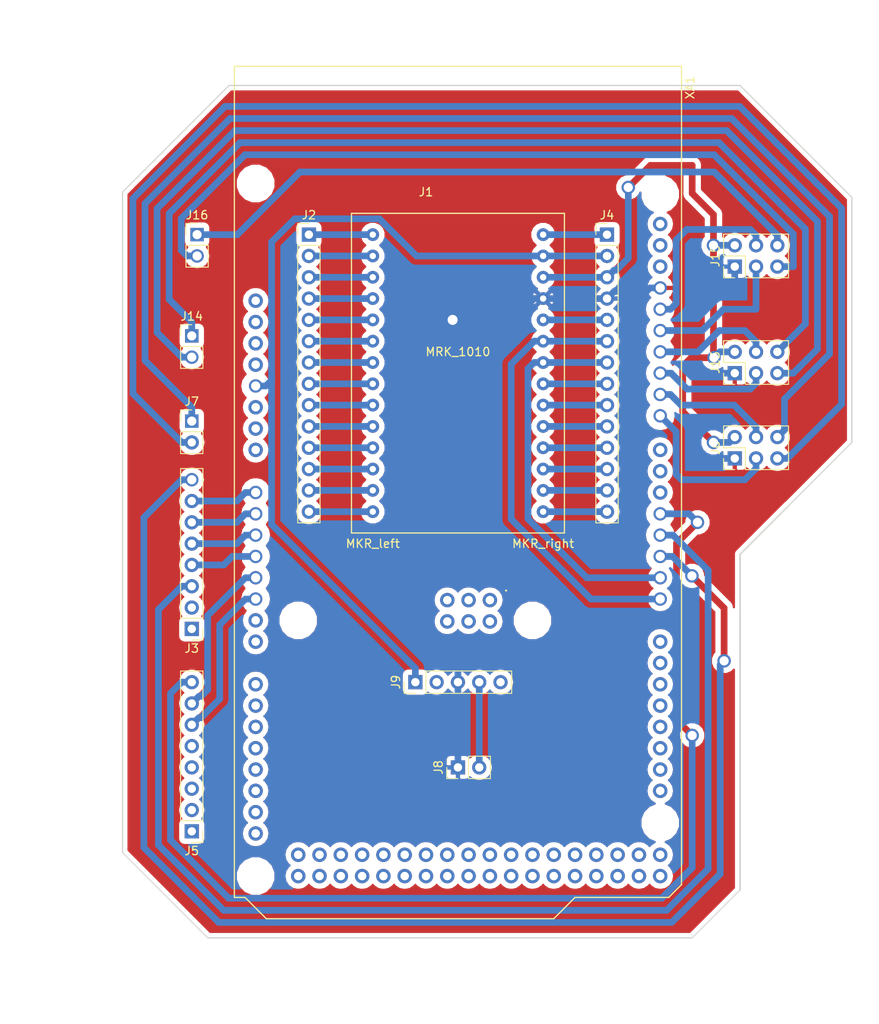
<source format=kicad_pcb>
(kicad_pcb (version 20171130) (host pcbnew "(5.0.2)-1")

  (general
    (thickness 1.6)
    (drawings 14)
    (tracks 274)
    (zones 0)
    (modules 14)
    (nets 132)
  )

  (page A4)
  (layers
    (0 F.Cu signal hide)
    (31 B.Cu signal)
    (32 B.Adhes user)
    (33 F.Adhes user)
    (34 B.Paste user)
    (35 F.Paste user)
    (36 B.SilkS user)
    (37 F.SilkS user)
    (38 B.Mask user)
    (39 F.Mask user)
    (40 Dwgs.User user)
    (41 Cmts.User user)
    (42 Eco1.User user)
    (43 Eco2.User user)
    (44 Edge.Cuts user)
    (45 Margin user)
    (46 B.CrtYd user)
    (47 F.CrtYd user)
    (48 B.Fab user)
    (49 F.Fab user)
  )

  (setup
    (last_trace_width 0.8)
    (trace_clearance 0.64)
    (zone_clearance 0.508)
    (zone_45_only no)
    (trace_min 0.2)
    (segment_width 0.2)
    (edge_width 0.15)
    (via_size 1.7)
    (via_drill 1.2)
    (via_min_size 0.4)
    (via_min_drill 0.3)
    (uvia_size 0.3)
    (uvia_drill 0.1)
    (uvias_allowed no)
    (uvia_min_size 0.2)
    (uvia_min_drill 0.1)
    (pcb_text_width 0.3)
    (pcb_text_size 1.5 1.5)
    (mod_edge_width 0.15)
    (mod_text_size 1 1)
    (mod_text_width 0.15)
    (pad_size 1.6 1.6)
    (pad_drill 1.1)
    (pad_to_mask_clearance 0.051)
    (solder_mask_min_width 0.25)
    (aux_axis_origin 0 0)
    (visible_elements 7FFFFFFF)
    (pcbplotparams
      (layerselection 0x01000_ffffffff)
      (usegerberextensions false)
      (usegerberattributes false)
      (usegerberadvancedattributes false)
      (creategerberjobfile true)
      (excludeedgelayer true)
      (linewidth 0.100000)
      (plotframeref false)
      (viasonmask false)
      (mode 1)
      (useauxorigin false)
      (hpglpennumber 1)
      (hpglpenspeed 20)
      (hpglpendiameter 15.000000)
      (psnegative false)
      (psa4output false)
      (plotreference true)
      (plotvalue true)
      (plotinvisibletext false)
      (padsonsilk false)
      (subtractmaskfromsilk false)
      (outputformat 1)
      (mirror false)
      (drillshape 0)
      (scaleselection 1)
      (outputdirectory ""))
  )

  (net 0 "")
  (net 1 "Net-(J1-PadAREF)")
  (net 2 "Net-(J1-PadA0)")
  (net 3 "Net-(J1-PadA1)")
  (net 4 "Net-(J1-PadA2)")
  (net 5 "Net-(J1-PadA3)")
  (net 6 "Net-(J1-PadA4)")
  (net 7 "Net-(J1-PadA5)")
  (net 8 "Net-(J1-PadA6)")
  (net 9 "Net-(J1-Pad0)")
  (net 10 "Net-(J1-Pad1)")
  (net 11 "Net-(J1-Pad2)")
  (net 12 "Net-(J1-Pad3)")
  (net 13 "Net-(J1-Pad4)")
  (net 14 "Net-(J1-Pad5)")
  (net 15 "Net-(J1-Pad5V)")
  (net 16 5V)
  (net 17 Gnd)
  (net 18 "Net-(J1-PadReset)")
  (net 19 UART0)
  (net 20 UART1)
  (net 21 "Net-(J1-Pad12)")
  (net 22 "Net-(J1-Pad11)")
  (net 23 "Net-(J1-Pad10)")
  (net 24 "Net-(J1-Pad9)")
  (net 25 "Net-(J1-Pad8)")
  (net 26 "Net-(J1-Pad7)")
  (net 27 "Net-(J1-Pad6)")
  (net 28 "Net-(J3-Pad1)")
  (net 29 "Net-(J3-Pad2)")
  (net 30 EnB)
  (net 31 In4)
  (net 32 In3)
  (net 33 In2)
  (net 34 In1)
  (net 35 EnA)
  (net 36 EnC)
  (net 37 In5)
  (net 38 In6)
  (net 39 "Net-(J5-Pad5)")
  (net 40 "Net-(J5-Pad4)")
  (net 41 "Net-(J5-Pad3)")
  (net 42 "Net-(J5-Pad2)")
  (net 43 "Net-(J5-Pad1)")
  (net 44 Encoder0_A)
  (net 45 A-)
  (net 46 A+)
  (net 47 Encoder0_B)
  (net 48 3.3V)
  (net 49 12V)
  (net 50 "Net-(J9-Pad2)")
  (net 51 "Net-(J9-Pad5)")
  (net 52 Encoder1_A)
  (net 53 B-)
  (net 54 B+)
  (net 55 Encoder1_B)
  (net 56 Encoder2_B)
  (net 57 C+)
  (net 58 C-)
  (net 59 Encoder2_A)
  (net 60 "Net-(XA1-PadRST2)")
  (net 61 "Net-(XA1-PadGND4)")
  (net 62 "Net-(XA1-PadMOSI)")
  (net 63 "Net-(XA1-PadSCK)")
  (net 64 "Net-(XA1-Pad5V2)")
  (net 65 "Net-(XA1-PadGND3)")
  (net 66 "Net-(XA1-PadGND2)")
  (net 67 "Net-(XA1-PadRST1)")
  (net 68 "Net-(XA1-PadIORF)")
  (net 69 "Net-(XA1-PadD20)")
  (net 70 "Net-(XA1-PadD19)")
  (net 71 "Net-(XA1-PadD17)")
  (net 72 "Net-(XA1-PadD16)")
  (net 73 "Net-(XA1-PadD15)")
  (net 74 "Net-(XA1-PadD14)")
  (net 75 "Net-(XA1-PadD5)")
  (net 76 "Net-(XA1-PadD6)")
  (net 77 "Net-(XA1-PadD7)")
  (net 78 "Net-(XA1-PadSCL1)")
  (net 79 "Net-(XA1-PadSDA1)")
  (net 80 "Net-(XA1-PadAREF)")
  (net 81 "Net-(XA1-PadA10)")
  (net 82 "Net-(XA1-PadA11)")
  (net 83 "Net-(XA1-PadDAC0)")
  (net 84 "Net-(XA1-PadDAC1)")
  (net 85 "Net-(XA1-PadCANR)")
  (net 86 "Net-(XA1-PadCANT)")
  (net 87 "Net-(XA1-Pad5V3)")
  (net 88 "Net-(XA1-PadD22)")
  (net 89 "Net-(XA1-PadD23)")
  (net 90 "Net-(XA1-PadD24)")
  (net 91 "Net-(XA1-PadD25)")
  (net 92 "Net-(XA1-PadD26)")
  (net 93 "Net-(XA1-PadD27)")
  (net 94 "Net-(XA1-PadD28)")
  (net 95 "Net-(XA1-PadD29)")
  (net 96 "Net-(XA1-PadD30)")
  (net 97 "Net-(XA1-PadD31)")
  (net 98 "Net-(XA1-PadD32)")
  (net 99 "Net-(XA1-PadD33)")
  (net 100 "Net-(XA1-PadD34)")
  (net 101 "Net-(XA1-PadD35)")
  (net 102 "Net-(XA1-PadD36)")
  (net 103 "Net-(XA1-PadD37)")
  (net 104 "Net-(XA1-PadD38)")
  (net 105 "Net-(XA1-PadD39)")
  (net 106 "Net-(XA1-PadD40)")
  (net 107 "Net-(XA1-PadD41)")
  (net 108 "Net-(XA1-PadD48)")
  (net 109 "Net-(XA1-PadD49)")
  (net 110 "Net-(XA1-PadD50)")
  (net 111 "Net-(XA1-PadGND5)")
  (net 112 "Net-(XA1-PadGND6)")
  (net 113 "Net-(XA1-PadMISO)")
  (net 114 "Net-(XA1-PadVIN)")
  (net 115 "Net-(XA1-Pad3V3)")
  (net 116 "Net-(XA1-PadD21)")
  (net 117 "Net-(XA1-PadD18)")
  (net 118 "Net-(XA1-PadA6)")
  (net 119 "Net-(XA1-PadA7)")
  (net 120 "Net-(XA1-PadA8)")
  (net 121 "Net-(XA1-PadA9)")
  (net 122 "Net-(XA1-Pad5V4)")
  (net 123 "Net-(XA1-PadD42)")
  (net 124 "Net-(XA1-PadD43)")
  (net 125 "Net-(XA1-PadD44)")
  (net 126 "Net-(XA1-PadD45)")
  (net 127 "Net-(XA1-PadD46)")
  (net 128 "Net-(XA1-PadD47)")
  (net 129 "Net-(XA1-PadD51)")
  (net 130 "Net-(XA1-PadD52)")
  (net 131 "Net-(XA1-PadD53)")

  (net_class Default "This is the default net class."
    (clearance 0.64)
    (trace_width 0.8)
    (via_dia 1.7)
    (via_drill 1.2)
    (uvia_dia 0.3)
    (uvia_drill 0.1)
    (diff_pair_gap 1)
    (diff_pair_width 1)
    (add_net 12V)
    (add_net 3.3V)
    (add_net 5V)
    (add_net A+)
    (add_net A-)
    (add_net B+)
    (add_net B-)
    (add_net C+)
    (add_net C-)
    (add_net EnA)
    (add_net EnB)
    (add_net EnC)
    (add_net Encoder0_A)
    (add_net Encoder0_B)
    (add_net Encoder1_A)
    (add_net Encoder1_B)
    (add_net Encoder2_A)
    (add_net Encoder2_B)
    (add_net Gnd)
    (add_net In1)
    (add_net In2)
    (add_net In3)
    (add_net In4)
    (add_net In5)
    (add_net In6)
    (add_net "Net-(J1-Pad0)")
    (add_net "Net-(J1-Pad1)")
    (add_net "Net-(J1-Pad10)")
    (add_net "Net-(J1-Pad11)")
    (add_net "Net-(J1-Pad12)")
    (add_net "Net-(J1-Pad2)")
    (add_net "Net-(J1-Pad3)")
    (add_net "Net-(J1-Pad4)")
    (add_net "Net-(J1-Pad5)")
    (add_net "Net-(J1-Pad5V)")
    (add_net "Net-(J1-Pad6)")
    (add_net "Net-(J1-Pad7)")
    (add_net "Net-(J1-Pad8)")
    (add_net "Net-(J1-Pad9)")
    (add_net "Net-(J1-PadA0)")
    (add_net "Net-(J1-PadA1)")
    (add_net "Net-(J1-PadA2)")
    (add_net "Net-(J1-PadA3)")
    (add_net "Net-(J1-PadA4)")
    (add_net "Net-(J1-PadA5)")
    (add_net "Net-(J1-PadA6)")
    (add_net "Net-(J1-PadAREF)")
    (add_net "Net-(J1-PadReset)")
    (add_net "Net-(J3-Pad1)")
    (add_net "Net-(J3-Pad2)")
    (add_net "Net-(J5-Pad1)")
    (add_net "Net-(J5-Pad2)")
    (add_net "Net-(J5-Pad3)")
    (add_net "Net-(J5-Pad4)")
    (add_net "Net-(J5-Pad5)")
    (add_net "Net-(J9-Pad2)")
    (add_net "Net-(J9-Pad5)")
    (add_net "Net-(XA1-Pad3V3)")
    (add_net "Net-(XA1-Pad5V2)")
    (add_net "Net-(XA1-Pad5V3)")
    (add_net "Net-(XA1-Pad5V4)")
    (add_net "Net-(XA1-PadA10)")
    (add_net "Net-(XA1-PadA11)")
    (add_net "Net-(XA1-PadA6)")
    (add_net "Net-(XA1-PadA7)")
    (add_net "Net-(XA1-PadA8)")
    (add_net "Net-(XA1-PadA9)")
    (add_net "Net-(XA1-PadAREF)")
    (add_net "Net-(XA1-PadCANR)")
    (add_net "Net-(XA1-PadCANT)")
    (add_net "Net-(XA1-PadD14)")
    (add_net "Net-(XA1-PadD15)")
    (add_net "Net-(XA1-PadD16)")
    (add_net "Net-(XA1-PadD17)")
    (add_net "Net-(XA1-PadD18)")
    (add_net "Net-(XA1-PadD19)")
    (add_net "Net-(XA1-PadD20)")
    (add_net "Net-(XA1-PadD21)")
    (add_net "Net-(XA1-PadD22)")
    (add_net "Net-(XA1-PadD23)")
    (add_net "Net-(XA1-PadD24)")
    (add_net "Net-(XA1-PadD25)")
    (add_net "Net-(XA1-PadD26)")
    (add_net "Net-(XA1-PadD27)")
    (add_net "Net-(XA1-PadD28)")
    (add_net "Net-(XA1-PadD29)")
    (add_net "Net-(XA1-PadD30)")
    (add_net "Net-(XA1-PadD31)")
    (add_net "Net-(XA1-PadD32)")
    (add_net "Net-(XA1-PadD33)")
    (add_net "Net-(XA1-PadD34)")
    (add_net "Net-(XA1-PadD35)")
    (add_net "Net-(XA1-PadD36)")
    (add_net "Net-(XA1-PadD37)")
    (add_net "Net-(XA1-PadD38)")
    (add_net "Net-(XA1-PadD39)")
    (add_net "Net-(XA1-PadD40)")
    (add_net "Net-(XA1-PadD41)")
    (add_net "Net-(XA1-PadD42)")
    (add_net "Net-(XA1-PadD43)")
    (add_net "Net-(XA1-PadD44)")
    (add_net "Net-(XA1-PadD45)")
    (add_net "Net-(XA1-PadD46)")
    (add_net "Net-(XA1-PadD47)")
    (add_net "Net-(XA1-PadD48)")
    (add_net "Net-(XA1-PadD49)")
    (add_net "Net-(XA1-PadD5)")
    (add_net "Net-(XA1-PadD50)")
    (add_net "Net-(XA1-PadD51)")
    (add_net "Net-(XA1-PadD52)")
    (add_net "Net-(XA1-PadD53)")
    (add_net "Net-(XA1-PadD6)")
    (add_net "Net-(XA1-PadD7)")
    (add_net "Net-(XA1-PadDAC0)")
    (add_net "Net-(XA1-PadDAC1)")
    (add_net "Net-(XA1-PadGND2)")
    (add_net "Net-(XA1-PadGND3)")
    (add_net "Net-(XA1-PadGND4)")
    (add_net "Net-(XA1-PadGND5)")
    (add_net "Net-(XA1-PadGND6)")
    (add_net "Net-(XA1-PadIORF)")
    (add_net "Net-(XA1-PadMISO)")
    (add_net "Net-(XA1-PadMOSI)")
    (add_net "Net-(XA1-PadRST1)")
    (add_net "Net-(XA1-PadRST2)")
    (add_net "Net-(XA1-PadSCK)")
    (add_net "Net-(XA1-PadSCL1)")
    (add_net "Net-(XA1-PadSDA1)")
    (add_net "Net-(XA1-PadVIN)")
    (add_net UART0)
    (add_net UART1)
  )

  (module "Arduino (Alarm Silent Github):Arduino_Due_Shield" (layer F.Cu) (tedit 5CA543CA) (tstamp 5CA247D1)
    (at 128.905 53.594 270)
    (descr https://store.arduino.cc/arduino-due)
    (path /5C9ED9AD)
    (fp_text reference XA1 (at 2.54 -54.356 270) (layer F.SilkS)
      (effects (font (size 1 1) (thickness 0.15)))
    )
    (fp_text value Arduino_Due_Shield (at 15.494 -54.356 270) (layer F.Fab)
      (effects (font (size 1 1) (thickness 0.15)))
    )
    (fp_text user . (at 62.484 -32.004 270) (layer F.SilkS)
      (effects (font (size 1 1) (thickness 0.15)))
    )
    (fp_line (start 11.43 -12.065) (end 11.43 -3.175) (layer B.CrtYd) (width 0.15))
    (fp_line (start -1.905 -3.175) (end 11.43 -3.175) (layer B.CrtYd) (width 0.15))
    (fp_line (start -1.905 -12.065) (end -1.905 -3.175) (layer B.CrtYd) (width 0.15))
    (fp_line (start -1.905 -12.065) (end 11.43 -12.065) (layer B.CrtYd) (width 0.15))
    (fp_line (start 0 -53.34) (end 0 0) (layer F.SilkS) (width 0.15))
    (fp_line (start 99.06 -40.64) (end 99.06 -51.816) (layer F.SilkS) (width 0.15))
    (fp_line (start 101.6 -38.1) (end 99.06 -40.64) (layer F.SilkS) (width 0.15))
    (fp_line (start 101.6 -3.81) (end 101.6 -38.1) (layer F.SilkS) (width 0.15))
    (fp_line (start 99.06 -1.27) (end 101.6 -3.81) (layer F.SilkS) (width 0.15))
    (fp_line (start 99.06 0) (end 99.06 -1.27) (layer F.SilkS) (width 0.15))
    (fp_line (start 97.536 -53.34) (end 99.06 -51.816) (layer F.SilkS) (width 0.15))
    (fp_line (start 0 0) (end 99.06 0) (layer F.SilkS) (width 0.15))
    (fp_line (start 0 -53.34) (end 97.536 -53.34) (layer F.SilkS) (width 0.15))
    (pad RST2 thru_hole oval (at 63.627 -25.4 270) (size 1.7272 1.7272) (drill 1.016) (layers *.Cu *.Mask)
      (net 60 "Net-(XA1-PadRST2)"))
    (pad GND4 thru_hole oval (at 66.167 -25.4 270) (size 1.7272 1.7272) (drill 1.016) (layers *.Cu *.Mask)
      (net 61 "Net-(XA1-PadGND4)"))
    (pad MOSI thru_hole oval (at 66.167 -27.94 270) (size 1.7272 1.7272) (drill 1.016) (layers *.Cu *.Mask)
      (net 62 "Net-(XA1-PadMOSI)"))
    (pad SCK thru_hole oval (at 63.627 -27.94 270) (size 1.7272 1.7272) (drill 1.016) (layers *.Cu *.Mask)
      (net 63 "Net-(XA1-PadSCK)"))
    (pad 5V2 thru_hole oval (at 66.167 -30.48 270) (size 1.7272 1.7272) (drill 1.016) (layers *.Cu *.Mask)
      (net 64 "Net-(XA1-Pad5V2)"))
    (pad A0 thru_hole oval (at 50.8 -2.54 270) (size 1.6 1.6) (drill 1.1) (layers *.Cu *.Mask)
      (net 34 In1))
    (pad VIN thru_hole oval (at 45.72 -2.54 270) (size 1.7272 1.7272) (drill 1.016) (layers *.Cu *.Mask)
      (net 114 "Net-(XA1-PadVIN)"))
    (pad GND3 thru_hole oval (at 43.18 -2.54 270) (size 1.7272 1.7272) (drill 1.016) (layers *.Cu *.Mask)
      (net 65 "Net-(XA1-PadGND3)"))
    (pad GND2 thru_hole oval (at 40.64 -2.54 270) (size 1.7272 1.7272) (drill 1.016) (layers *.Cu *.Mask)
      (net 66 "Net-(XA1-PadGND2)"))
    (pad 5V1 thru_hole oval (at 38.1 -2.54 270) (size 1.6 1.6) (drill 1.1) (layers *.Cu *.Mask)
      (net 16 5V))
    (pad 3V3 thru_hole oval (at 35.56 -2.54 270) (size 1.7272 1.7272) (drill 1.016) (layers *.Cu *.Mask)
      (net 115 "Net-(XA1-Pad3V3)"))
    (pad RST1 thru_hole oval (at 33.02 -2.54 270) (size 1.7272 1.7272) (drill 1.016) (layers *.Cu *.Mask)
      (net 67 "Net-(XA1-PadRST1)"))
    (pad IORF thru_hole oval (at 30.48 -2.54 270) (size 1.7272 1.7272) (drill 1.016) (layers *.Cu *.Mask)
      (net 68 "Net-(XA1-PadIORF)"))
    (pad D21 thru_hole oval (at 86.36 -50.8 270) (size 1.7272 1.7272) (drill 1.016) (layers *.Cu *.Mask)
      (net 116 "Net-(XA1-PadD21)"))
    (pad D20 thru_hole oval (at 83.82 -50.8 270) (size 1.7272 1.7272) (drill 1.016) (layers *.Cu *.Mask)
      (net 69 "Net-(XA1-PadD20)"))
    (pad D19 thru_hole oval (at 81.28 -50.8 270) (size 1.7272 1.7272) (drill 1.016) (layers *.Cu *.Mask)
      (net 70 "Net-(XA1-PadD19)"))
    (pad D18 thru_hole oval (at 78.74 -50.8 270) (size 1.7272 1.7272) (drill 1.016) (layers *.Cu *.Mask)
      (net 117 "Net-(XA1-PadD18)"))
    (pad D17 thru_hole oval (at 76.2 -50.8 270) (size 1.7272 1.7272) (drill 1.016) (layers *.Cu *.Mask)
      (net 71 "Net-(XA1-PadD17)"))
    (pad D16 thru_hole oval (at 73.66 -50.8 270) (size 1.7272 1.7272) (drill 1.016) (layers *.Cu *.Mask)
      (net 72 "Net-(XA1-PadD16)"))
    (pad D15 thru_hole oval (at 71.12 -50.8 270) (size 1.7272 1.7272) (drill 1.016) (layers *.Cu *.Mask)
      (net 73 "Net-(XA1-PadD15)"))
    (pad D14 thru_hole oval (at 68.58 -50.8 270) (size 1.7272 1.7272) (drill 1.016) (layers *.Cu *.Mask)
      (net 74 "Net-(XA1-PadD14)"))
    (pad D0 thru_hole oval (at 63.5 -50.8 270) (size 1.6 1.6) (drill 1.1) (layers *.Cu *.Mask)
      (net 19 UART0))
    (pad D1 thru_hole oval (at 60.96 -50.8 270) (size 1.6 1.6) (drill 1.1) (layers *.Cu *.Mask)
      (net 20 UART1))
    (pad D2 thru_hole oval (at 58.42 -50.8 270) (size 1.6 1.6) (drill 1.1) (layers *.Cu *.Mask)
      (net 35 EnA))
    (pad D3 thru_hole oval (at 55.88 -50.8 270) (size 1.6 1.6) (drill 1.1) (layers *.Cu *.Mask)
      (net 30 EnB))
    (pad D4 thru_hole oval (at 53.34 -50.8 270) (size 1.6 1.6) (drill 1.1) (layers *.Cu *.Mask)
      (net 36 EnC))
    (pad D5 thru_hole oval (at 50.8 -50.8 270) (size 1.7272 1.7272) (drill 1.016) (layers *.Cu *.Mask)
      (net 75 "Net-(XA1-PadD5)"))
    (pad D6 thru_hole oval (at 48.26 -50.8 270) (size 1.7272 1.7272) (drill 1.016) (layers *.Cu *.Mask)
      (net 76 "Net-(XA1-PadD6)"))
    (pad D7 thru_hole oval (at 45.72 -50.8 270) (size 1.7272 1.7272) (drill 1.016) (layers *.Cu *.Mask)
      (net 77 "Net-(XA1-PadD7)"))
    (pad GND1 thru_hole oval (at 26.416 -50.8 270) (size 1.6 1.6) (drill 1.1) (layers *.Cu *.Mask)
      (net 17 Gnd))
    (pad D8 thru_hole oval (at 41.656 -50.8 270) (size 1.6 1.6) (drill 1.1) (layers *.Cu *.Mask)
      (net 44 Encoder0_A))
    (pad D9 thru_hole oval (at 39.116 -50.8 270) (size 1.6 1.6) (drill 1.1) (layers *.Cu *.Mask)
      (net 47 Encoder0_B))
    (pad D10 thru_hole oval (at 36.576 -50.8 270) (size 1.6 1.6) (drill 1.1) (layers *.Cu *.Mask)
      (net 52 Encoder1_A))
    (pad "" np_thru_hole circle (at 66.04 -7.62 270) (size 3.2 3.2) (drill 3.2) (layers *.Cu *.Mask))
    (pad "" np_thru_hole circle (at 66.04 -35.56 270) (size 3.2 3.2) (drill 3.2) (layers *.Cu *.Mask))
    (pad "" np_thru_hole circle (at 90.17 -50.8 270) (size 3.2 3.2) (drill 3.2) (layers *.Cu *.Mask))
    (pad "" np_thru_hole circle (at 15.24 -50.8 270) (size 3.2 3.2) (drill 3.2) (layers *.Cu *.Mask))
    (pad "" np_thru_hole circle (at 96.52 -2.54 270) (size 3.2 3.2) (drill 3.2) (layers *.Cu *.Mask))
    (pad "" np_thru_hole circle (at 13.97 -2.54 270) (size 3.2 3.2) (drill 3.2) (layers *.Cu *.Mask))
    (pad SCL1 thru_hole oval (at 18.796 -50.8 270) (size 1.7272 1.7272) (drill 1.016) (layers *.Cu *.Mask)
      (net 78 "Net-(XA1-PadSCL1)"))
    (pad SDA1 thru_hole oval (at 21.336 -50.8 270) (size 1.7272 1.7272) (drill 1.016) (layers *.Cu *.Mask)
      (net 79 "Net-(XA1-PadSDA1)"))
    (pad AREF thru_hole oval (at 23.876 -50.8 270) (size 1.7272 1.7272) (drill 1.016) (layers *.Cu *.Mask)
      (net 80 "Net-(XA1-PadAREF)"))
    (pad D13 thru_hole oval (at 28.956 -50.8 270) (size 1.6 1.6) (drill 1.1) (layers *.Cu *.Mask)
      (net 56 Encoder2_B))
    (pad D12 thru_hole oval (at 31.496 -50.8 270) (size 1.6 1.6) (drill 1.1) (layers *.Cu *.Mask)
      (net 59 Encoder2_A))
    (pad D11 thru_hole oval (at 34.036 -50.8 270) (size 1.6 1.6) (drill 1.1) (layers *.Cu *.Mask)
      (net 55 Encoder1_B))
    (pad "" thru_hole oval (at 27.94 -2.54 270) (size 1.7272 1.7272) (drill 1.016) (layers *.Cu *.Mask))
    (pad A1 thru_hole oval (at 53.34 -2.54 270) (size 1.6 1.6) (drill 1.1) (layers *.Cu *.Mask)
      (net 33 In2))
    (pad A2 thru_hole oval (at 55.88 -2.54 270) (size 1.6 1.6) (drill 1.1) (layers *.Cu *.Mask)
      (net 32 In3))
    (pad A3 thru_hole oval (at 58.42 -2.54 270) (size 1.6 1.6) (drill 1.1) (layers *.Cu *.Mask)
      (net 31 In4))
    (pad A4 thru_hole oval (at 60.96 -2.54 270) (size 1.6 1.6) (drill 1.1) (layers *.Cu *.Mask)
      (net 37 In5))
    (pad A5 thru_hole oval (at 63.5 -2.54 270) (size 1.6 1.6) (drill 1.1) (layers *.Cu *.Mask)
      (net 38 In6))
    (pad A6 thru_hole oval (at 66.04 -2.54 270) (size 1.7272 1.7272) (drill 1.016) (layers *.Cu *.Mask)
      (net 118 "Net-(XA1-PadA6)"))
    (pad A7 thru_hole oval (at 68.58 -2.54 270) (size 1.7272 1.7272) (drill 1.016) (layers *.Cu *.Mask)
      (net 119 "Net-(XA1-PadA7)"))
    (pad A8 thru_hole oval (at 73.66 -2.54 270) (size 1.7272 1.7272) (drill 1.016) (layers *.Cu *.Mask)
      (net 120 "Net-(XA1-PadA8)"))
    (pad A9 thru_hole oval (at 76.2 -2.54 270) (size 1.7272 1.7272) (drill 1.016) (layers *.Cu *.Mask)
      (net 121 "Net-(XA1-PadA9)"))
    (pad A10 thru_hole oval (at 78.74 -2.54 270) (size 1.7272 1.7272) (drill 1.016) (layers *.Cu *.Mask)
      (net 81 "Net-(XA1-PadA10)"))
    (pad A11 thru_hole oval (at 81.28 -2.54 270) (size 1.7272 1.7272) (drill 1.016) (layers *.Cu *.Mask)
      (net 82 "Net-(XA1-PadA11)"))
    (pad DAC0 thru_hole oval (at 83.82 -2.54 270) (size 1.7272 1.7272) (drill 1.016) (layers *.Cu *.Mask)
      (net 83 "Net-(XA1-PadDAC0)"))
    (pad DAC1 thru_hole oval (at 86.36 -2.54 270) (size 1.7272 1.7272) (drill 1.016) (layers *.Cu *.Mask)
      (net 84 "Net-(XA1-PadDAC1)"))
    (pad CANR thru_hole oval (at 88.9 -2.54 270) (size 1.7272 1.7272) (drill 1.016) (layers *.Cu *.Mask)
      (net 85 "Net-(XA1-PadCANR)"))
    (pad CANT thru_hole oval (at 91.44 -2.54 270) (size 1.7272 1.7272) (drill 1.016) (layers *.Cu *.Mask)
      (net 86 "Net-(XA1-PadCANT)"))
    (pad 5V3 thru_hole oval (at 93.98 -50.8 270) (size 1.7272 1.7272) (drill 1.016) (layers *.Cu *.Mask)
      (net 87 "Net-(XA1-Pad5V3)"))
    (pad 5V4 thru_hole oval (at 96.52 -50.8 270) (size 1.7272 1.7272) (drill 1.016) (layers *.Cu *.Mask)
      (net 122 "Net-(XA1-Pad5V4)"))
    (pad D22 thru_hole oval (at 93.98 -48.26 270) (size 1.7272 1.7272) (drill 1.016) (layers *.Cu *.Mask)
      (net 88 "Net-(XA1-PadD22)"))
    (pad D23 thru_hole oval (at 96.52 -48.26 270) (size 1.7272 1.7272) (drill 1.016) (layers *.Cu *.Mask)
      (net 89 "Net-(XA1-PadD23)"))
    (pad D24 thru_hole oval (at 93.98 -45.72 270) (size 1.7272 1.7272) (drill 1.016) (layers *.Cu *.Mask)
      (net 90 "Net-(XA1-PadD24)"))
    (pad D25 thru_hole oval (at 96.52 -45.72 270) (size 1.7272 1.7272) (drill 1.016) (layers *.Cu *.Mask)
      (net 91 "Net-(XA1-PadD25)"))
    (pad D26 thru_hole oval (at 93.98 -43.18 270) (size 1.7272 1.7272) (drill 1.016) (layers *.Cu *.Mask)
      (net 92 "Net-(XA1-PadD26)"))
    (pad D27 thru_hole oval (at 96.52 -43.18 270) (size 1.7272 1.7272) (drill 1.016) (layers *.Cu *.Mask)
      (net 93 "Net-(XA1-PadD27)"))
    (pad D28 thru_hole oval (at 93.98 -40.64 270) (size 1.7272 1.7272) (drill 1.016) (layers *.Cu *.Mask)
      (net 94 "Net-(XA1-PadD28)"))
    (pad D29 thru_hole oval (at 96.52 -40.64 270) (size 1.7272 1.7272) (drill 1.016) (layers *.Cu *.Mask)
      (net 95 "Net-(XA1-PadD29)"))
    (pad D30 thru_hole oval (at 93.98 -38.1 270) (size 1.7272 1.7272) (drill 1.016) (layers *.Cu *.Mask)
      (net 96 "Net-(XA1-PadD30)"))
    (pad D31 thru_hole oval (at 96.52 -38.1 270) (size 1.7272 1.7272) (drill 1.016) (layers *.Cu *.Mask)
      (net 97 "Net-(XA1-PadD31)"))
    (pad D32 thru_hole oval (at 93.98 -35.56 270) (size 1.7272 1.7272) (drill 1.016) (layers *.Cu *.Mask)
      (net 98 "Net-(XA1-PadD32)"))
    (pad D33 thru_hole oval (at 96.52 -35.56 270) (size 1.7272 1.7272) (drill 1.016) (layers *.Cu *.Mask)
      (net 99 "Net-(XA1-PadD33)"))
    (pad D34 thru_hole oval (at 93.98 -33.02 270) (size 1.7272 1.7272) (drill 1.016) (layers *.Cu *.Mask)
      (net 100 "Net-(XA1-PadD34)"))
    (pad D35 thru_hole oval (at 96.52 -33.02 270) (size 1.7272 1.7272) (drill 1.016) (layers *.Cu *.Mask)
      (net 101 "Net-(XA1-PadD35)"))
    (pad D36 thru_hole oval (at 93.98 -30.48 270) (size 1.7272 1.7272) (drill 1.016) (layers *.Cu *.Mask)
      (net 102 "Net-(XA1-PadD36)"))
    (pad D37 thru_hole oval (at 96.52 -30.48 270) (size 1.7272 1.7272) (drill 1.016) (layers *.Cu *.Mask)
      (net 103 "Net-(XA1-PadD37)"))
    (pad D38 thru_hole oval (at 93.98 -27.94 270) (size 1.7272 1.7272) (drill 1.016) (layers *.Cu *.Mask)
      (net 104 "Net-(XA1-PadD38)"))
    (pad D39 thru_hole oval (at 96.52 -27.94 270) (size 1.7272 1.7272) (drill 1.016) (layers *.Cu *.Mask)
      (net 105 "Net-(XA1-PadD39)"))
    (pad D40 thru_hole oval (at 93.98 -25.4 270) (size 1.7272 1.7272) (drill 1.016) (layers *.Cu *.Mask)
      (net 106 "Net-(XA1-PadD40)"))
    (pad D41 thru_hole oval (at 96.52 -25.4 270) (size 1.7272 1.7272) (drill 1.016) (layers *.Cu *.Mask)
      (net 107 "Net-(XA1-PadD41)"))
    (pad D42 thru_hole oval (at 93.98 -22.86 270) (size 1.7272 1.7272) (drill 1.016) (layers *.Cu *.Mask)
      (net 123 "Net-(XA1-PadD42)"))
    (pad D43 thru_hole oval (at 96.52 -22.86 270) (size 1.7272 1.7272) (drill 1.016) (layers *.Cu *.Mask)
      (net 124 "Net-(XA1-PadD43)"))
    (pad D44 thru_hole oval (at 93.98 -20.32 270) (size 1.7272 1.7272) (drill 1.016) (layers *.Cu *.Mask)
      (net 125 "Net-(XA1-PadD44)"))
    (pad D45 thru_hole oval (at 96.52 -20.32 270) (size 1.7272 1.7272) (drill 1.016) (layers *.Cu *.Mask)
      (net 126 "Net-(XA1-PadD45)"))
    (pad D46 thru_hole oval (at 93.98 -17.78 270) (size 1.7272 1.7272) (drill 1.016) (layers *.Cu *.Mask)
      (net 127 "Net-(XA1-PadD46)"))
    (pad D47 thru_hole oval (at 96.52 -17.78 270) (size 1.7272 1.7272) (drill 1.016) (layers *.Cu *.Mask)
      (net 128 "Net-(XA1-PadD47)"))
    (pad D48 thru_hole oval (at 93.98 -15.24 270) (size 1.7272 1.7272) (drill 1.016) (layers *.Cu *.Mask)
      (net 108 "Net-(XA1-PadD48)"))
    (pad D49 thru_hole oval (at 96.52 -15.24 270) (size 1.7272 1.7272) (drill 1.016) (layers *.Cu *.Mask)
      (net 109 "Net-(XA1-PadD49)"))
    (pad D50 thru_hole oval (at 93.98 -12.7 270) (size 1.7272 1.7272) (drill 1.016) (layers *.Cu *.Mask)
      (net 110 "Net-(XA1-PadD50)"))
    (pad D51 thru_hole oval (at 96.52 -12.7 270) (size 1.7272 1.7272) (drill 1.016) (layers *.Cu *.Mask)
      (net 129 "Net-(XA1-PadD51)"))
    (pad D52 thru_hole oval (at 93.98 -10.16 270) (size 1.7272 1.7272) (drill 1.016) (layers *.Cu *.Mask)
      (net 130 "Net-(XA1-PadD52)"))
    (pad D53 thru_hole oval (at 96.52 -10.16 270) (size 1.7272 1.7272) (drill 1.016) (layers *.Cu *.Mask)
      (net 131 "Net-(XA1-PadD53)"))
    (pad GND5 thru_hole oval (at 93.98 -7.62 270) (size 1.7272 1.7272) (drill 1.016) (layers *.Cu *.Mask)
      (net 111 "Net-(XA1-PadGND5)"))
    (pad GND6 thru_hole oval (at 96.52 -7.62 270) (size 1.7272 1.7272) (drill 1.016) (layers *.Cu *.Mask)
      (net 112 "Net-(XA1-PadGND6)"))
    (pad MISO thru_hole oval (at 63.627 -30.48 270) (size 1.7272 1.7272) (drill 1.016) (layers *.Cu *.Mask)
      (net 113 "Net-(XA1-PadMISO)"))
  )

  (module Connector_PinHeader_2.54mm:PinHeader_1x05_P2.54mm_Vertical (layer F.Cu) (tedit 59FED5CC) (tstamp 5CA246B7)
    (at 150.495 127 90)
    (descr "Through hole straight pin header, 1x05, 2.54mm pitch, single row")
    (tags "Through hole pin header THT 1x05 2.54mm single row")
    (path /5C9F7084)
    (fp_text reference J9 (at 0 -2.33 90) (layer F.SilkS)
      (effects (font (size 1 1) (thickness 0.15)))
    )
    (fp_text value "Polulu Voltage Regulator" (at 0 12.49 90) (layer F.Fab)
      (effects (font (size 1 1) (thickness 0.15)))
    )
    (fp_line (start -0.635 -1.27) (end 1.27 -1.27) (layer F.Fab) (width 0.1))
    (fp_line (start 1.27 -1.27) (end 1.27 11.43) (layer F.Fab) (width 0.1))
    (fp_line (start 1.27 11.43) (end -1.27 11.43) (layer F.Fab) (width 0.1))
    (fp_line (start -1.27 11.43) (end -1.27 -0.635) (layer F.Fab) (width 0.1))
    (fp_line (start -1.27 -0.635) (end -0.635 -1.27) (layer F.Fab) (width 0.1))
    (fp_line (start -1.33 11.49) (end 1.33 11.49) (layer F.SilkS) (width 0.12))
    (fp_line (start -1.33 1.27) (end -1.33 11.49) (layer F.SilkS) (width 0.12))
    (fp_line (start 1.33 1.27) (end 1.33 11.49) (layer F.SilkS) (width 0.12))
    (fp_line (start -1.33 1.27) (end 1.33 1.27) (layer F.SilkS) (width 0.12))
    (fp_line (start -1.33 0) (end -1.33 -1.33) (layer F.SilkS) (width 0.12))
    (fp_line (start -1.33 -1.33) (end 0 -1.33) (layer F.SilkS) (width 0.12))
    (fp_line (start -1.8 -1.8) (end -1.8 11.95) (layer F.CrtYd) (width 0.05))
    (fp_line (start -1.8 11.95) (end 1.8 11.95) (layer F.CrtYd) (width 0.05))
    (fp_line (start 1.8 11.95) (end 1.8 -1.8) (layer F.CrtYd) (width 0.05))
    (fp_line (start 1.8 -1.8) (end -1.8 -1.8) (layer F.CrtYd) (width 0.05))
    (fp_text user %R (at 0 5.08 180) (layer F.Fab)
      (effects (font (size 1 1) (thickness 0.15)))
    )
    (pad 1 thru_hole rect (at 0 0 90) (size 1.7 1.7) (drill 1) (layers *.Cu *.Mask)
      (net 16 5V))
    (pad 2 thru_hole oval (at 0 2.54 90) (size 1.7 1.7) (drill 1) (layers *.Cu *.Mask)
      (net 50 "Net-(J9-Pad2)"))
    (pad 3 thru_hole oval (at 0 5.08 90) (size 1.7 1.7) (drill 1) (layers *.Cu *.Mask)
      (net 17 Gnd))
    (pad 4 thru_hole oval (at 0 7.62 90) (size 1.7 1.7) (drill 1) (layers *.Cu *.Mask)
      (net 49 12V))
    (pad 5 thru_hole oval (at 0 10.16 90) (size 1.7 1.7) (drill 1) (layers *.Cu *.Mask)
      (net 51 "Net-(J9-Pad5)"))
    (model ${KISYS3DMOD}/Connector_PinHeader_2.54mm.3dshapes/PinHeader_1x05_P2.54mm_Vertical.wrl
      (at (xyz 0 0 0))
      (scale (xyz 1 1 1))
      (rotate (xyz 0 0 0))
    )
  )

  (module MKR1010:MKR_1010 (layer F.Cu) (tedit 5C9EECA4) (tstamp 5CA245DA)
    (at 151.765 71.12)
    (path /5C9F6945)
    (fp_text reference J1 (at 0 -2.54) (layer F.SilkS)
      (effects (font (size 1 1) (thickness 0.15)))
    )
    (fp_text value MKR_1010 (at 0 -0.5) (layer F.Fab)
      (effects (font (size 1 1) (thickness 0.15)))
    )
    (fp_line (start -8.89 0) (end 16.51 0) (layer F.SilkS) (width 0.15))
    (fp_line (start 16.51 0) (end 16.51 38.1) (layer F.SilkS) (width 0.15))
    (fp_line (start 16.51 38.1) (end -7.62 38.1) (layer F.SilkS) (width 0.15))
    (fp_line (start -7.62 38.1) (end -8.89 38.1) (layer F.SilkS) (width 0.15))
    (fp_line (start -8.89 38.1) (end -8.89 0) (layer F.SilkS) (width 0.15))
    (fp_text user MKR_left (at -6.35 39.37) (layer F.SilkS)
      (effects (font (size 1 1) (thickness 0.15)))
    )
    (fp_text user MKR_right (at 13.97 39.37) (layer F.SilkS)
      (effects (font (size 1 1) (thickness 0.15)))
    )
    (fp_text user MRK_1010 (at 3.81 16.51) (layer F.SilkS)
      (effects (font (size 1 1) (thickness 0.15)))
    )
    (pad AREF thru_hole circle (at -6.35 2.54) (size 1.524 1.524) (drill 0.762) (layers *.Cu *.Mask)
      (net 1 "Net-(J1-PadAREF)"))
    (pad A0 thru_hole circle (at -6.35 5.08) (size 1.524 1.524) (drill 0.762) (layers *.Cu *.Mask)
      (net 2 "Net-(J1-PadA0)"))
    (pad A1 thru_hole circle (at -6.35 7.62) (size 1.524 1.524) (drill 0.762) (layers *.Cu *.Mask)
      (net 3 "Net-(J1-PadA1)"))
    (pad A2 thru_hole circle (at -6.35 10.16) (size 1.524 1.524) (drill 0.762) (layers *.Cu *.Mask)
      (net 4 "Net-(J1-PadA2)"))
    (pad A3 thru_hole circle (at -6.35 12.7) (size 1.524 1.524) (drill 0.762) (layers *.Cu *.Mask)
      (net 5 "Net-(J1-PadA3)"))
    (pad A4 thru_hole circle (at -6.35 15.24) (size 1.524 1.524) (drill 0.762) (layers *.Cu *.Mask)
      (net 6 "Net-(J1-PadA4)"))
    (pad A5 thru_hole circle (at -6.35 17.78) (size 1.524 1.524) (drill 0.762) (layers *.Cu *.Mask)
      (net 7 "Net-(J1-PadA5)"))
    (pad A6 thru_hole circle (at -6.35 20.32) (size 1.524 1.524) (drill 0.762) (layers *.Cu *.Mask)
      (net 8 "Net-(J1-PadA6)"))
    (pad 0 thru_hole circle (at -6.35 22.86) (size 1.524 1.524) (drill 0.762) (layers *.Cu *.Mask)
      (net 9 "Net-(J1-Pad0)"))
    (pad 1 thru_hole circle (at -6.35 25.4) (size 1.524 1.524) (drill 0.762) (layers *.Cu *.Mask)
      (net 10 "Net-(J1-Pad1)"))
    (pad 2 thru_hole circle (at -6.35 27.94) (size 1.524 1.524) (drill 0.762) (layers *.Cu *.Mask)
      (net 11 "Net-(J1-Pad2)"))
    (pad 3 thru_hole circle (at -6.35 30.48) (size 1.524 1.524) (drill 0.762) (layers *.Cu *.Mask)
      (net 12 "Net-(J1-Pad3)"))
    (pad 4 thru_hole circle (at -6.35 33.02) (size 1.524 1.524) (drill 0.762) (layers *.Cu *.Mask)
      (net 13 "Net-(J1-Pad4)"))
    (pad 5 thru_hole circle (at -6.35 35.56) (size 1.524 1.524) (drill 0.762) (layers *.Cu *.Mask)
      (net 14 "Net-(J1-Pad5)"))
    (pad 5V thru_hole circle (at 13.97 2.54) (size 1.524 1.524) (drill 0.762) (layers *.Cu *.Mask)
      (net 15 "Net-(J1-Pad5V)"))
    (pad Vin thru_hole circle (at 13.97 5.08) (size 1.524 1.524) (drill 0.762) (layers *.Cu *.Mask)
      (net 16 5V))
    (pad 3.3V thru_hole circle (at 13.97 7.62) (size 1.524 1.524) (drill 0.762) (layers *.Cu *.Mask)
      (net 48 3.3V))
    (pad Gnd thru_hole circle (at 13.97 10.16) (size 1.524 1.524) (drill 0.762) (layers *.Cu *.Mask)
      (net 17 Gnd))
    (pad Reset thru_hole circle (at 13.97 12.7) (size 1.524 1.524) (drill 0.762) (layers *.Cu *.Mask)
      (net 18 "Net-(J1-PadReset)"))
    (pad Tx thru_hole circle (at 13.97 15.24) (size 1.524 1.524) (drill 0.762) (layers *.Cu *.Mask)
      (net 19 UART0))
    (pad Rx thru_hole circle (at 13.97 17.78) (size 1.524 1.524) (drill 0.762) (layers *.Cu *.Mask)
      (net 20 UART1))
    (pad 12 thru_hole circle (at 13.97 20.32) (size 1.524 1.524) (drill 0.762) (layers *.Cu *.Mask)
      (net 21 "Net-(J1-Pad12)"))
    (pad 11 thru_hole circle (at 13.97 22.86) (size 1.524 1.524) (drill 0.762) (layers *.Cu *.Mask)
      (net 22 "Net-(J1-Pad11)"))
    (pad 10 thru_hole circle (at 13.97 25.4) (size 1.524 1.524) (drill 0.762) (layers *.Cu *.Mask)
      (net 23 "Net-(J1-Pad10)"))
    (pad 9 thru_hole circle (at 13.97 27.94) (size 1.524 1.524) (drill 0.762) (layers *.Cu *.Mask)
      (net 24 "Net-(J1-Pad9)"))
    (pad 8 thru_hole circle (at 13.97 30.48) (size 1.524 1.524) (drill 0.762) (layers *.Cu *.Mask)
      (net 25 "Net-(J1-Pad8)"))
    (pad 7 thru_hole circle (at 13.97 33.02) (size 1.524 1.524) (drill 0.762) (layers *.Cu *.Mask)
      (net 26 "Net-(J1-Pad7)"))
    (pad 6 thru_hole circle (at 13.97 35.56) (size 1.524 1.524) (drill 0.762) (layers *.Cu *.Mask)
      (net 27 "Net-(J1-Pad6)"))
  )

  (module Connector_PinHeader_2.54mm:PinHeader_1x14_P2.54mm_Vertical (layer F.Cu) (tedit 59FED5CC) (tstamp 5CA245FC)
    (at 137.795 73.66)
    (descr "Through hole straight pin header, 1x14, 2.54mm pitch, single row")
    (tags "Through hole pin header THT 1x14 2.54mm single row")
    (path /5C9FEC8B)
    (fp_text reference J2 (at 0 -2.33) (layer F.SilkS)
      (effects (font (size 1 1) (thickness 0.15)))
    )
    (fp_text value Header_MKR_left (at 0 35.35) (layer F.Fab)
      (effects (font (size 1 1) (thickness 0.15)))
    )
    (fp_line (start -0.635 -1.27) (end 1.27 -1.27) (layer F.Fab) (width 0.1))
    (fp_line (start 1.27 -1.27) (end 1.27 34.29) (layer F.Fab) (width 0.1))
    (fp_line (start 1.27 34.29) (end -1.27 34.29) (layer F.Fab) (width 0.1))
    (fp_line (start -1.27 34.29) (end -1.27 -0.635) (layer F.Fab) (width 0.1))
    (fp_line (start -1.27 -0.635) (end -0.635 -1.27) (layer F.Fab) (width 0.1))
    (fp_line (start -1.33 34.35) (end 1.33 34.35) (layer F.SilkS) (width 0.12))
    (fp_line (start -1.33 1.27) (end -1.33 34.35) (layer F.SilkS) (width 0.12))
    (fp_line (start 1.33 1.27) (end 1.33 34.35) (layer F.SilkS) (width 0.12))
    (fp_line (start -1.33 1.27) (end 1.33 1.27) (layer F.SilkS) (width 0.12))
    (fp_line (start -1.33 0) (end -1.33 -1.33) (layer F.SilkS) (width 0.12))
    (fp_line (start -1.33 -1.33) (end 0 -1.33) (layer F.SilkS) (width 0.12))
    (fp_line (start -1.8 -1.8) (end -1.8 34.8) (layer F.CrtYd) (width 0.05))
    (fp_line (start -1.8 34.8) (end 1.8 34.8) (layer F.CrtYd) (width 0.05))
    (fp_line (start 1.8 34.8) (end 1.8 -1.8) (layer F.CrtYd) (width 0.05))
    (fp_line (start 1.8 -1.8) (end -1.8 -1.8) (layer F.CrtYd) (width 0.05))
    (fp_text user %R (at 0 16.51 90) (layer F.Fab)
      (effects (font (size 1 1) (thickness 0.15)))
    )
    (pad 1 thru_hole rect (at 0 0) (size 1.7 1.7) (drill 1) (layers *.Cu *.Mask)
      (net 1 "Net-(J1-PadAREF)"))
    (pad 2 thru_hole oval (at 0 2.54) (size 1.7 1.7) (drill 1) (layers *.Cu *.Mask)
      (net 2 "Net-(J1-PadA0)"))
    (pad 3 thru_hole oval (at 0 5.08) (size 1.7 1.7) (drill 1) (layers *.Cu *.Mask)
      (net 3 "Net-(J1-PadA1)"))
    (pad 4 thru_hole oval (at 0 7.62) (size 1.7 1.7) (drill 1) (layers *.Cu *.Mask)
      (net 4 "Net-(J1-PadA2)"))
    (pad 5 thru_hole oval (at 0 10.16) (size 1.7 1.7) (drill 1) (layers *.Cu *.Mask)
      (net 5 "Net-(J1-PadA3)"))
    (pad 6 thru_hole oval (at 0 12.7) (size 1.7 1.7) (drill 1) (layers *.Cu *.Mask)
      (net 6 "Net-(J1-PadA4)"))
    (pad 7 thru_hole oval (at 0 15.24) (size 1.7 1.7) (drill 1) (layers *.Cu *.Mask)
      (net 7 "Net-(J1-PadA5)"))
    (pad 8 thru_hole oval (at 0 17.78) (size 1.7 1.7) (drill 1) (layers *.Cu *.Mask)
      (net 8 "Net-(J1-PadA6)"))
    (pad 9 thru_hole oval (at 0 20.32) (size 1.7 1.7) (drill 1) (layers *.Cu *.Mask)
      (net 9 "Net-(J1-Pad0)"))
    (pad 10 thru_hole oval (at 0 22.86) (size 1.7 1.7) (drill 1) (layers *.Cu *.Mask)
      (net 10 "Net-(J1-Pad1)"))
    (pad 11 thru_hole oval (at 0 25.4) (size 1.7 1.7) (drill 1) (layers *.Cu *.Mask)
      (net 11 "Net-(J1-Pad2)"))
    (pad 12 thru_hole oval (at 0 27.94) (size 1.7 1.7) (drill 1) (layers *.Cu *.Mask)
      (net 12 "Net-(J1-Pad3)"))
    (pad 13 thru_hole oval (at 0 30.48) (size 1.7 1.7) (drill 1) (layers *.Cu *.Mask)
      (net 13 "Net-(J1-Pad4)"))
    (pad 14 thru_hole oval (at 0 33.02) (size 1.7 1.7) (drill 1) (layers *.Cu *.Mask)
      (net 14 "Net-(J1-Pad5)"))
    (model ${KISYS3DMOD}/Connector_PinHeader_2.54mm.3dshapes/PinHeader_1x14_P2.54mm_Vertical.wrl
      (at (xyz 0 0 0))
      (scale (xyz 1 1 1))
      (rotate (xyz 0 0 0))
    )
  )

  (module Connector_PinHeader_2.54mm:PinHeader_1x08_P2.54mm_Vertical (layer F.Cu) (tedit 5CA308B4) (tstamp 5CA24618)
    (at 123.825 120.65 180)
    (descr "Through hole straight pin header, 1x08, 2.54mm pitch, single row")
    (tags "Through hole pin header THT 1x08 2.54mm single row")
    (path /5C9F7691)
    (fp_text reference J3 (at 0 -2.33 180) (layer F.SilkS)
      (effects (font (size 1 1) (thickness 0.15)))
    )
    (fp_text value "Conn to Driver0" (at 8.89 1.27 180) (layer F.Fab)
      (effects (font (size 1 1) (thickness 0.15)))
    )
    (fp_line (start -0.635 -1.27) (end 1.27 -1.27) (layer F.Fab) (width 0.1))
    (fp_line (start 1.27 -1.27) (end 1.27 19.05) (layer F.Fab) (width 0.1))
    (fp_line (start 1.27 19.05) (end -1.27 19.05) (layer F.Fab) (width 0.1))
    (fp_line (start -1.27 19.05) (end -1.27 -0.635) (layer F.Fab) (width 0.1))
    (fp_line (start -1.27 -0.635) (end -0.635 -1.27) (layer F.Fab) (width 0.1))
    (fp_line (start -1.33 19.11) (end 1.33 19.11) (layer F.SilkS) (width 0.12))
    (fp_line (start -1.33 1.27) (end -1.33 19.11) (layer F.SilkS) (width 0.12))
    (fp_line (start 1.33 1.27) (end 1.33 19.11) (layer F.SilkS) (width 0.12))
    (fp_line (start -1.33 1.27) (end 1.33 1.27) (layer F.SilkS) (width 0.12))
    (fp_line (start -1.33 0) (end -1.33 -1.33) (layer F.SilkS) (width 0.12))
    (fp_line (start -1.33 -1.33) (end 0 -1.33) (layer F.SilkS) (width 0.12))
    (fp_line (start -1.8 -1.8) (end -1.8 19.55) (layer F.CrtYd) (width 0.05))
    (fp_line (start -1.8 19.55) (end 1.8 19.55) (layer F.CrtYd) (width 0.05))
    (fp_line (start 1.8 19.55) (end 1.8 -1.8) (layer F.CrtYd) (width 0.05))
    (fp_line (start 1.8 -1.8) (end -1.8 -1.8) (layer F.CrtYd) (width 0.05))
    (fp_text user %R (at 0 8.89 270) (layer F.Fab)
      (effects (font (size 1 1) (thickness 0.15)))
    )
    (pad 1 thru_hole rect (at 0 0 180) (size 1.7 1.7) (drill 1) (layers *.Cu *.Mask)
      (net 28 "Net-(J3-Pad1)"))
    (pad 2 thru_hole oval (at 0 2.54 180) (size 1.7 1.7) (drill 1) (layers *.Cu *.Mask)
      (net 29 "Net-(J3-Pad2)"))
    (pad 3 thru_hole oval (at 0 5.08 180) (size 1.7 1.7) (drill 1) (layers *.Cu *.Mask)
      (net 30 EnB))
    (pad 4 thru_hole oval (at 0 7.62 180) (size 1.7 1.7) (drill 1) (layers *.Cu *.Mask)
      (net 31 In4))
    (pad 5 thru_hole oval (at 0 10.16 180) (size 1.7 1.7) (drill 1) (layers *.Cu *.Mask)
      (net 32 In3))
    (pad 6 thru_hole oval (at 0 12.7 180) (size 1.7 1.7) (drill 1) (layers *.Cu *.Mask)
      (net 33 In2))
    (pad 7 thru_hole oval (at 0 15.24 180) (size 1.7 1.7) (drill 1) (layers *.Cu *.Mask)
      (net 34 In1))
    (pad 8 thru_hole oval (at 0 17.78 180) (size 1.6 1.6) (drill 1.1) (layers *.Cu *.Mask)
      (net 35 EnA))
    (model ${KISYS3DMOD}/Connector_PinHeader_2.54mm.3dshapes/PinHeader_1x08_P2.54mm_Vertical.wrl
      (at (xyz 0 0 0))
      (scale (xyz 1 1 1))
      (rotate (xyz 0 0 0))
    )
  )

  (module Connector_PinHeader_2.54mm:PinHeader_1x14_P2.54mm_Vertical (layer F.Cu) (tedit 59FED5CC) (tstamp 5CA2533B)
    (at 173.355 73.66)
    (descr "Through hole straight pin header, 1x14, 2.54mm pitch, single row")
    (tags "Through hole pin header THT 1x14 2.54mm single row")
    (path /5C9FED26)
    (fp_text reference J4 (at 0 -2.33) (layer F.SilkS)
      (effects (font (size 1 1) (thickness 0.15)))
    )
    (fp_text value Header_MKR_right (at 0 35.35) (layer F.Fab)
      (effects (font (size 1 1) (thickness 0.15)))
    )
    (fp_text user %R (at 0 16.51 90) (layer F.Fab)
      (effects (font (size 1 1) (thickness 0.15)))
    )
    (fp_line (start 1.8 -1.8) (end -1.8 -1.8) (layer F.CrtYd) (width 0.05))
    (fp_line (start 1.8 34.8) (end 1.8 -1.8) (layer F.CrtYd) (width 0.05))
    (fp_line (start -1.8 34.8) (end 1.8 34.8) (layer F.CrtYd) (width 0.05))
    (fp_line (start -1.8 -1.8) (end -1.8 34.8) (layer F.CrtYd) (width 0.05))
    (fp_line (start -1.33 -1.33) (end 0 -1.33) (layer F.SilkS) (width 0.12))
    (fp_line (start -1.33 0) (end -1.33 -1.33) (layer F.SilkS) (width 0.12))
    (fp_line (start -1.33 1.27) (end 1.33 1.27) (layer F.SilkS) (width 0.12))
    (fp_line (start 1.33 1.27) (end 1.33 34.35) (layer F.SilkS) (width 0.12))
    (fp_line (start -1.33 1.27) (end -1.33 34.35) (layer F.SilkS) (width 0.12))
    (fp_line (start -1.33 34.35) (end 1.33 34.35) (layer F.SilkS) (width 0.12))
    (fp_line (start -1.27 -0.635) (end -0.635 -1.27) (layer F.Fab) (width 0.1))
    (fp_line (start -1.27 34.29) (end -1.27 -0.635) (layer F.Fab) (width 0.1))
    (fp_line (start 1.27 34.29) (end -1.27 34.29) (layer F.Fab) (width 0.1))
    (fp_line (start 1.27 -1.27) (end 1.27 34.29) (layer F.Fab) (width 0.1))
    (fp_line (start -0.635 -1.27) (end 1.27 -1.27) (layer F.Fab) (width 0.1))
    (pad 14 thru_hole oval (at 0 33.02) (size 1.7 1.7) (drill 1) (layers *.Cu *.Mask)
      (net 27 "Net-(J1-Pad6)"))
    (pad 13 thru_hole oval (at 0 30.48) (size 1.7 1.7) (drill 1) (layers *.Cu *.Mask)
      (net 26 "Net-(J1-Pad7)"))
    (pad 12 thru_hole oval (at 0 27.94) (size 1.7 1.7) (drill 1) (layers *.Cu *.Mask)
      (net 25 "Net-(J1-Pad8)"))
    (pad 11 thru_hole oval (at 0 25.4) (size 1.7 1.7) (drill 1) (layers *.Cu *.Mask)
      (net 24 "Net-(J1-Pad9)"))
    (pad 10 thru_hole oval (at 0 22.86) (size 1.7 1.7) (drill 1) (layers *.Cu *.Mask)
      (net 23 "Net-(J1-Pad10)"))
    (pad 9 thru_hole oval (at 0 20.32) (size 1.7 1.7) (drill 1) (layers *.Cu *.Mask)
      (net 22 "Net-(J1-Pad11)"))
    (pad 8 thru_hole oval (at 0 17.78) (size 1.7 1.7) (drill 1) (layers *.Cu *.Mask)
      (net 21 "Net-(J1-Pad12)"))
    (pad 7 thru_hole oval (at 0 15.24) (size 1.7 1.7) (drill 1) (layers *.Cu *.Mask)
      (net 20 UART1))
    (pad 6 thru_hole oval (at 0 12.7) (size 1.7 1.7) (drill 1) (layers *.Cu *.Mask)
      (net 19 UART0))
    (pad 5 thru_hole oval (at 0 10.16) (size 1.7 1.7) (drill 1) (layers *.Cu *.Mask)
      (net 18 "Net-(J1-PadReset)"))
    (pad 4 thru_hole oval (at 0 7.62) (size 1.7 1.7) (drill 1) (layers *.Cu *.Mask)
      (net 17 Gnd))
    (pad 3 thru_hole oval (at 0 5.08) (size 1.7 1.7) (drill 1) (layers *.Cu *.Mask)
      (net 48 3.3V))
    (pad 2 thru_hole oval (at 0 2.54) (size 1.7 1.7) (drill 1) (layers *.Cu *.Mask)
      (net 16 5V))
    (pad 1 thru_hole rect (at 0 0) (size 1.7 1.7) (drill 1) (layers *.Cu *.Mask)
      (net 15 "Net-(J1-Pad5V)"))
    (model ${KISYS3DMOD}/Connector_PinHeader_2.54mm.3dshapes/PinHeader_1x14_P2.54mm_Vertical.wrl
      (at (xyz 0 0 0))
      (scale (xyz 1 1 1))
      (rotate (xyz 0 0 0))
    )
  )

  (module Connector_PinHeader_2.54mm:PinHeader_1x08_P2.54mm_Vertical (layer F.Cu) (tedit 59FED5CC) (tstamp 5CA260F5)
    (at 123.825 144.78 180)
    (descr "Through hole straight pin header, 1x08, 2.54mm pitch, single row")
    (tags "Through hole pin header THT 1x08 2.54mm single row")
    (path /5C9F7824)
    (fp_text reference J5 (at 0 -2.33 180) (layer F.SilkS)
      (effects (font (size 1 1) (thickness 0.15)))
    )
    (fp_text value "Conn to Driver 1" (at 8.89 12.7 180) (layer F.Fab)
      (effects (font (size 1 1) (thickness 0.15)))
    )
    (fp_text user %R (at 0 8.89 270) (layer F.Fab)
      (effects (font (size 1 1) (thickness 0.15)))
    )
    (fp_line (start 1.8 -1.8) (end -1.8 -1.8) (layer F.CrtYd) (width 0.05))
    (fp_line (start 1.8 19.55) (end 1.8 -1.8) (layer F.CrtYd) (width 0.05))
    (fp_line (start -1.8 19.55) (end 1.8 19.55) (layer F.CrtYd) (width 0.05))
    (fp_line (start -1.8 -1.8) (end -1.8 19.55) (layer F.CrtYd) (width 0.05))
    (fp_line (start -1.33 -1.33) (end 0 -1.33) (layer F.SilkS) (width 0.12))
    (fp_line (start -1.33 0) (end -1.33 -1.33) (layer F.SilkS) (width 0.12))
    (fp_line (start -1.33 1.27) (end 1.33 1.27) (layer F.SilkS) (width 0.12))
    (fp_line (start 1.33 1.27) (end 1.33 19.11) (layer F.SilkS) (width 0.12))
    (fp_line (start -1.33 1.27) (end -1.33 19.11) (layer F.SilkS) (width 0.12))
    (fp_line (start -1.33 19.11) (end 1.33 19.11) (layer F.SilkS) (width 0.12))
    (fp_line (start -1.27 -0.635) (end -0.635 -1.27) (layer F.Fab) (width 0.1))
    (fp_line (start -1.27 19.05) (end -1.27 -0.635) (layer F.Fab) (width 0.1))
    (fp_line (start 1.27 19.05) (end -1.27 19.05) (layer F.Fab) (width 0.1))
    (fp_line (start 1.27 -1.27) (end 1.27 19.05) (layer F.Fab) (width 0.1))
    (fp_line (start -0.635 -1.27) (end 1.27 -1.27) (layer F.Fab) (width 0.1))
    (pad 8 thru_hole oval (at 0 17.78 180) (size 1.7 1.7) (drill 1) (layers *.Cu *.Mask)
      (net 36 EnC))
    (pad 7 thru_hole oval (at 0 15.24 180) (size 1.7 1.7) (drill 1) (layers *.Cu *.Mask)
      (net 37 In5))
    (pad 6 thru_hole oval (at 0 12.7 180) (size 1.7 1.7) (drill 1) (layers *.Cu *.Mask)
      (net 38 In6))
    (pad 5 thru_hole oval (at 0 10.16 180) (size 1.7 1.7) (drill 1) (layers *.Cu *.Mask)
      (net 39 "Net-(J5-Pad5)"))
    (pad 4 thru_hole oval (at 0 7.62 180) (size 1.7 1.7) (drill 1) (layers *.Cu *.Mask)
      (net 40 "Net-(J5-Pad4)"))
    (pad 3 thru_hole oval (at 0 5.08 180) (size 1.7 1.7) (drill 1) (layers *.Cu *.Mask)
      (net 41 "Net-(J5-Pad3)"))
    (pad 2 thru_hole oval (at 0 2.54 180) (size 1.7 1.7) (drill 1) (layers *.Cu *.Mask)
      (net 42 "Net-(J5-Pad2)"))
    (pad 1 thru_hole rect (at 0 0 180) (size 1.7 1.7) (drill 1) (layers *.Cu *.Mask)
      (net 43 "Net-(J5-Pad1)"))
    (model ${KISYS3DMOD}/Connector_PinHeader_2.54mm.3dshapes/PinHeader_1x08_P2.54mm_Vertical.wrl
      (at (xyz 0 0 0))
      (scale (xyz 1 1 1))
      (rotate (xyz 0 0 0))
    )
  )

  (module Connector_PinHeader_2.54mm:PinHeader_2x03_P2.54mm_Vertical (layer F.Cu) (tedit 59FED5CC) (tstamp 5CA25B98)
    (at 188.595 100.33 90)
    (descr "Through hole straight pin header, 2x03, 2.54mm pitch, double rows")
    (tags "Through hole pin header THT 2x03 2.54mm double row")
    (path /5C9F6B0E)
    (fp_text reference J6 (at 1.27 -2.33 90) (layer F.SilkS)
      (effects (font (size 1 1) (thickness 0.15)))
    )
    (fp_text value Motor_conn0 (at 1.27 7.41 90) (layer F.Fab)
      (effects (font (size 1 1) (thickness 0.15)))
    )
    (fp_line (start 0 -1.27) (end 3.81 -1.27) (layer F.Fab) (width 0.1))
    (fp_line (start 3.81 -1.27) (end 3.81 6.35) (layer F.Fab) (width 0.1))
    (fp_line (start 3.81 6.35) (end -1.27 6.35) (layer F.Fab) (width 0.1))
    (fp_line (start -1.27 6.35) (end -1.27 0) (layer F.Fab) (width 0.1))
    (fp_line (start -1.27 0) (end 0 -1.27) (layer F.Fab) (width 0.1))
    (fp_line (start -1.33 6.41) (end 3.87 6.41) (layer F.SilkS) (width 0.12))
    (fp_line (start -1.33 1.27) (end -1.33 6.41) (layer F.SilkS) (width 0.12))
    (fp_line (start 3.87 -1.33) (end 3.87 6.41) (layer F.SilkS) (width 0.12))
    (fp_line (start -1.33 1.27) (end 1.27 1.27) (layer F.SilkS) (width 0.12))
    (fp_line (start 1.27 1.27) (end 1.27 -1.33) (layer F.SilkS) (width 0.12))
    (fp_line (start 1.27 -1.33) (end 3.87 -1.33) (layer F.SilkS) (width 0.12))
    (fp_line (start -1.33 0) (end -1.33 -1.33) (layer F.SilkS) (width 0.12))
    (fp_line (start -1.33 -1.33) (end 0 -1.33) (layer F.SilkS) (width 0.12))
    (fp_line (start -1.8 -1.8) (end -1.8 6.85) (layer F.CrtYd) (width 0.05))
    (fp_line (start -1.8 6.85) (end 4.35 6.85) (layer F.CrtYd) (width 0.05))
    (fp_line (start 4.35 6.85) (end 4.35 -1.8) (layer F.CrtYd) (width 0.05))
    (fp_line (start 4.35 -1.8) (end -1.8 -1.8) (layer F.CrtYd) (width 0.05))
    (fp_text user %R (at 1.27 2.54 180) (layer F.Fab)
      (effects (font (size 1 1) (thickness 0.15)))
    )
    (pad 1 thru_hole rect (at 0 0 90) (size 1.7 1.7) (drill 1) (layers *.Cu *.Mask)
      (net 17 Gnd))
    (pad 2 thru_hole oval (at 2.54 0 90) (size 1.7 1.7) (drill 1) (layers *.Cu *.Mask)
      (net 48 3.3V))
    (pad 3 thru_hole oval (at 0 2.54 90) (size 1.7 1.7) (drill 1) (layers *.Cu *.Mask)
      (net 44 Encoder0_A))
    (pad 4 thru_hole oval (at 2.54 2.54 90) (size 1.7 1.7) (drill 1) (layers *.Cu *.Mask)
      (net 47 Encoder0_B))
    (pad 5 thru_hole oval (at 0 5.08 90) (size 1.7 1.7) (drill 1) (layers *.Cu *.Mask)
      (net 45 A-))
    (pad 6 thru_hole oval (at 2.54 5.08 90) (size 1.7 1.7) (drill 1) (layers *.Cu *.Mask)
      (net 46 A+))
    (model ${KISYS3DMOD}/Connector_PinHeader_2.54mm.3dshapes/PinHeader_2x03_P2.54mm_Vertical.wrl
      (at (xyz 0 0 0))
      (scale (xyz 1 1 1))
      (rotate (xyz 0 0 0))
    )
  )

  (module Connector_PinHeader_2.54mm:PinHeader_1x02_P2.54mm_Vertical (layer F.Cu) (tedit 5CA31583) (tstamp 5CA26D82)
    (at 123.825 95.885)
    (descr "Through hole straight pin header, 1x02, 2.54mm pitch, single row")
    (tags "Through hole pin header THT 1x02 2.54mm single row")
    (path /5C9F6E7A)
    (fp_text reference J7 (at 0 -2.33) (layer F.SilkS)
      (effects (font (size 1 1) (thickness 0.15)))
    )
    (fp_text value "Plus_minus 0" (at 0 4.87) (layer F.Fab)
      (effects (font (size 1 1) (thickness 0.15)))
    )
    (fp_line (start -0.635 -1.27) (end 1.27 -1.27) (layer F.Fab) (width 0.1))
    (fp_line (start 1.27 -1.27) (end 1.27 3.81) (layer F.Fab) (width 0.1))
    (fp_line (start 1.27 3.81) (end -1.27 3.81) (layer F.Fab) (width 0.1))
    (fp_line (start -1.27 3.81) (end -1.27 -0.635) (layer F.Fab) (width 0.1))
    (fp_line (start -1.27 -0.635) (end -0.635 -1.27) (layer F.Fab) (width 0.1))
    (fp_line (start -1.33 3.87) (end 1.33 3.87) (layer F.SilkS) (width 0.12))
    (fp_line (start -1.33 1.27) (end -1.33 3.87) (layer F.SilkS) (width 0.12))
    (fp_line (start 1.33 1.27) (end 1.33 3.87) (layer F.SilkS) (width 0.12))
    (fp_line (start -1.33 1.27) (end 1.33 1.27) (layer F.SilkS) (width 0.12))
    (fp_line (start -1.33 0) (end -1.33 -1.33) (layer F.SilkS) (width 0.12))
    (fp_line (start -1.33 -1.33) (end 0 -1.33) (layer F.SilkS) (width 0.12))
    (fp_line (start -1.8 -1.8) (end -1.8 4.35) (layer F.CrtYd) (width 0.05))
    (fp_line (start -1.8 4.35) (end 1.8 4.35) (layer F.CrtYd) (width 0.05))
    (fp_line (start 1.8 4.35) (end 1.8 -1.8) (layer F.CrtYd) (width 0.05))
    (fp_line (start 1.8 -1.8) (end -1.8 -1.8) (layer F.CrtYd) (width 0.05))
    (fp_text user %R (at 0 1.27 90) (layer F.Fab)
      (effects (font (size 1 1) (thickness 0.15)))
    )
    (pad 1 thru_hole rect (at 0 0) (size 1.6 1.6) (drill 1.1) (layers *.Cu *.Mask)
      (net 46 A+))
    (pad 2 thru_hole oval (at 0 2.54) (size 1.7 1.7) (drill 1) (layers *.Cu *.Mask)
      (net 45 A-))
    (model ${KISYS3DMOD}/Connector_PinHeader_2.54mm.3dshapes/PinHeader_1x02_P2.54mm_Vertical.wrl
      (at (xyz 0 0 0))
      (scale (xyz 1 1 1))
      (rotate (xyz 0 0 0))
    )
  )

  (module Connector_PinHeader_2.54mm:PinHeader_1x02_P2.54mm_Vertical (layer F.Cu) (tedit 59FED5CC) (tstamp 5CA25DF7)
    (at 155.575 137.16 90)
    (descr "Through hole straight pin header, 1x02, 2.54mm pitch, single row")
    (tags "Through hole pin header THT 1x02 2.54mm single row")
    (path /5C9F728B)
    (fp_text reference J8 (at 0 -2.33 90) (layer F.SilkS)
      (effects (font (size 1 1) (thickness 0.15)))
    )
    (fp_text value "12V input" (at 0 4.87 90) (layer F.Fab)
      (effects (font (size 1 1) (thickness 0.15)))
    )
    (fp_text user %R (at 0 1.27 180) (layer F.Fab)
      (effects (font (size 1 1) (thickness 0.15)))
    )
    (fp_line (start 1.8 -1.8) (end -1.8 -1.8) (layer F.CrtYd) (width 0.05))
    (fp_line (start 1.8 4.35) (end 1.8 -1.8) (layer F.CrtYd) (width 0.05))
    (fp_line (start -1.8 4.35) (end 1.8 4.35) (layer F.CrtYd) (width 0.05))
    (fp_line (start -1.8 -1.8) (end -1.8 4.35) (layer F.CrtYd) (width 0.05))
    (fp_line (start -1.33 -1.33) (end 0 -1.33) (layer F.SilkS) (width 0.12))
    (fp_line (start -1.33 0) (end -1.33 -1.33) (layer F.SilkS) (width 0.12))
    (fp_line (start -1.33 1.27) (end 1.33 1.27) (layer F.SilkS) (width 0.12))
    (fp_line (start 1.33 1.27) (end 1.33 3.87) (layer F.SilkS) (width 0.12))
    (fp_line (start -1.33 1.27) (end -1.33 3.87) (layer F.SilkS) (width 0.12))
    (fp_line (start -1.33 3.87) (end 1.33 3.87) (layer F.SilkS) (width 0.12))
    (fp_line (start -1.27 -0.635) (end -0.635 -1.27) (layer F.Fab) (width 0.1))
    (fp_line (start -1.27 3.81) (end -1.27 -0.635) (layer F.Fab) (width 0.1))
    (fp_line (start 1.27 3.81) (end -1.27 3.81) (layer F.Fab) (width 0.1))
    (fp_line (start 1.27 -1.27) (end 1.27 3.81) (layer F.Fab) (width 0.1))
    (fp_line (start -0.635 -1.27) (end 1.27 -1.27) (layer F.Fab) (width 0.1))
    (pad 2 thru_hole oval (at 0 2.54 90) (size 1.7 1.7) (drill 1) (layers *.Cu *.Mask)
      (net 49 12V))
    (pad 1 thru_hole rect (at 0 0 90) (size 1.7 1.7) (drill 1) (layers *.Cu *.Mask)
      (net 17 Gnd))
    (model ${KISYS3DMOD}/Connector_PinHeader_2.54mm.3dshapes/PinHeader_1x02_P2.54mm_Vertical.wrl
      (at (xyz 0 0 0))
      (scale (xyz 1 1 1))
      (rotate (xyz 0 0 0))
    )
  )

  (module Connector_PinHeader_2.54mm:PinHeader_2x03_P2.54mm_Vertical (layer F.Cu) (tedit 59FED5CC) (tstamp 5CA24715)
    (at 188.595 90.17 90)
    (descr "Through hole straight pin header, 2x03, 2.54mm pitch, double rows")
    (tags "Through hole pin header THT 2x03 2.54mm double row")
    (path /5C9F6B94)
    (fp_text reference J13 (at 1.27 -2.33 90) (layer F.SilkS)
      (effects (font (size 1 1) (thickness 0.15)))
    )
    (fp_text value Motor_conn1 (at 1.27 7.41 90) (layer F.Fab)
      (effects (font (size 1 1) (thickness 0.15)))
    )
    (fp_line (start 0 -1.27) (end 3.81 -1.27) (layer F.Fab) (width 0.1))
    (fp_line (start 3.81 -1.27) (end 3.81 6.35) (layer F.Fab) (width 0.1))
    (fp_line (start 3.81 6.35) (end -1.27 6.35) (layer F.Fab) (width 0.1))
    (fp_line (start -1.27 6.35) (end -1.27 0) (layer F.Fab) (width 0.1))
    (fp_line (start -1.27 0) (end 0 -1.27) (layer F.Fab) (width 0.1))
    (fp_line (start -1.33 6.41) (end 3.87 6.41) (layer F.SilkS) (width 0.12))
    (fp_line (start -1.33 1.27) (end -1.33 6.41) (layer F.SilkS) (width 0.12))
    (fp_line (start 3.87 -1.33) (end 3.87 6.41) (layer F.SilkS) (width 0.12))
    (fp_line (start -1.33 1.27) (end 1.27 1.27) (layer F.SilkS) (width 0.12))
    (fp_line (start 1.27 1.27) (end 1.27 -1.33) (layer F.SilkS) (width 0.12))
    (fp_line (start 1.27 -1.33) (end 3.87 -1.33) (layer F.SilkS) (width 0.12))
    (fp_line (start -1.33 0) (end -1.33 -1.33) (layer F.SilkS) (width 0.12))
    (fp_line (start -1.33 -1.33) (end 0 -1.33) (layer F.SilkS) (width 0.12))
    (fp_line (start -1.8 -1.8) (end -1.8 6.85) (layer F.CrtYd) (width 0.05))
    (fp_line (start -1.8 6.85) (end 4.35 6.85) (layer F.CrtYd) (width 0.05))
    (fp_line (start 4.35 6.85) (end 4.35 -1.8) (layer F.CrtYd) (width 0.05))
    (fp_line (start 4.35 -1.8) (end -1.8 -1.8) (layer F.CrtYd) (width 0.05))
    (fp_text user %R (at 1.27 2.54 180) (layer F.Fab)
      (effects (font (size 1 1) (thickness 0.15)))
    )
    (pad 1 thru_hole rect (at 0 0 90) (size 1.7 1.7) (drill 1) (layers *.Cu *.Mask)
      (net 17 Gnd))
    (pad 2 thru_hole oval (at 2.54 0 90) (size 1.7 1.7) (drill 1) (layers *.Cu *.Mask)
      (net 48 3.3V))
    (pad 3 thru_hole oval (at 0 2.54 90) (size 1.7 1.7) (drill 1) (layers *.Cu *.Mask)
      (net 52 Encoder1_A))
    (pad 4 thru_hole oval (at 2.54 2.54 90) (size 1.7 1.7) (drill 1) (layers *.Cu *.Mask)
      (net 55 Encoder1_B))
    (pad 5 thru_hole oval (at 0 5.08 90) (size 1.7 1.7) (drill 1) (layers *.Cu *.Mask)
      (net 53 B-))
    (pad 6 thru_hole oval (at 2.54 5.08 90) (size 1.7 1.7) (drill 1) (layers *.Cu *.Mask)
      (net 54 B+))
    (model ${KISYS3DMOD}/Connector_PinHeader_2.54mm.3dshapes/PinHeader_2x03_P2.54mm_Vertical.wrl
      (at (xyz 0 0 0))
      (scale (xyz 1 1 1))
      (rotate (xyz 0 0 0))
    )
  )

  (module Connector_PinHeader_2.54mm:PinHeader_1x02_P2.54mm_Vertical (layer F.Cu) (tedit 5CA3156F) (tstamp 5CA2472B)
    (at 123.825 85.725)
    (descr "Through hole straight pin header, 1x02, 2.54mm pitch, single row")
    (tags "Through hole pin header THT 1x02 2.54mm single row")
    (path /5C9F6EF0)
    (fp_text reference J14 (at 0 -2.33) (layer F.SilkS)
      (effects (font (size 1 1) (thickness 0.15)))
    )
    (fp_text value "Plus_minus 1" (at 0 4.87) (layer F.Fab)
      (effects (font (size 1 1) (thickness 0.15)))
    )
    (fp_text user %R (at 0 1.27 90) (layer F.Fab)
      (effects (font (size 1 1) (thickness 0.15)))
    )
    (fp_line (start 1.8 -1.8) (end -1.8 -1.8) (layer F.CrtYd) (width 0.05))
    (fp_line (start 1.8 4.35) (end 1.8 -1.8) (layer F.CrtYd) (width 0.05))
    (fp_line (start -1.8 4.35) (end 1.8 4.35) (layer F.CrtYd) (width 0.05))
    (fp_line (start -1.8 -1.8) (end -1.8 4.35) (layer F.CrtYd) (width 0.05))
    (fp_line (start -1.33 -1.33) (end 0 -1.33) (layer F.SilkS) (width 0.12))
    (fp_line (start -1.33 0) (end -1.33 -1.33) (layer F.SilkS) (width 0.12))
    (fp_line (start -1.33 1.27) (end 1.33 1.27) (layer F.SilkS) (width 0.12))
    (fp_line (start 1.33 1.27) (end 1.33 3.87) (layer F.SilkS) (width 0.12))
    (fp_line (start -1.33 1.27) (end -1.33 3.87) (layer F.SilkS) (width 0.12))
    (fp_line (start -1.33 3.87) (end 1.33 3.87) (layer F.SilkS) (width 0.12))
    (fp_line (start -1.27 -0.635) (end -0.635 -1.27) (layer F.Fab) (width 0.1))
    (fp_line (start -1.27 3.81) (end -1.27 -0.635) (layer F.Fab) (width 0.1))
    (fp_line (start 1.27 3.81) (end -1.27 3.81) (layer F.Fab) (width 0.1))
    (fp_line (start 1.27 -1.27) (end 1.27 3.81) (layer F.Fab) (width 0.1))
    (fp_line (start -0.635 -1.27) (end 1.27 -1.27) (layer F.Fab) (width 0.1))
    (pad 2 thru_hole oval (at 0 2.54) (size 1.6 1.6) (drill 1.1) (layers *.Cu *.Mask)
      (net 53 B-))
    (pad 1 thru_hole rect (at 0 0) (size 1.6 1.6) (drill 1.1) (layers *.Cu *.Mask)
      (net 54 B+))
    (model ${KISYS3DMOD}/Connector_PinHeader_2.54mm.3dshapes/PinHeader_1x02_P2.54mm_Vertical.wrl
      (at (xyz 0 0 0))
      (scale (xyz 1 1 1))
      (rotate (xyz 0 0 0))
    )
  )

  (module Connector_PinHeader_2.54mm:PinHeader_2x03_P2.54mm_Vertical (layer F.Cu) (tedit 59FED5CC) (tstamp 5CA24747)
    (at 188.595 77.47 90)
    (descr "Through hole straight pin header, 2x03, 2.54mm pitch, double rows")
    (tags "Through hole pin header THT 2x03 2.54mm double row")
    (path /5C9F6BBB)
    (fp_text reference J15 (at 1.27 -2.33 90) (layer F.SilkS)
      (effects (font (size 1 1) (thickness 0.15)))
    )
    (fp_text value Motor_conn2 (at 1.27 7.41 90) (layer F.Fab)
      (effects (font (size 1 1) (thickness 0.15)))
    )
    (fp_text user %R (at 1.27 2.54 180) (layer F.Fab)
      (effects (font (size 1 1) (thickness 0.15)))
    )
    (fp_line (start 4.35 -1.8) (end -1.8 -1.8) (layer F.CrtYd) (width 0.05))
    (fp_line (start 4.35 6.85) (end 4.35 -1.8) (layer F.CrtYd) (width 0.05))
    (fp_line (start -1.8 6.85) (end 4.35 6.85) (layer F.CrtYd) (width 0.05))
    (fp_line (start -1.8 -1.8) (end -1.8 6.85) (layer F.CrtYd) (width 0.05))
    (fp_line (start -1.33 -1.33) (end 0 -1.33) (layer F.SilkS) (width 0.12))
    (fp_line (start -1.33 0) (end -1.33 -1.33) (layer F.SilkS) (width 0.12))
    (fp_line (start 1.27 -1.33) (end 3.87 -1.33) (layer F.SilkS) (width 0.12))
    (fp_line (start 1.27 1.27) (end 1.27 -1.33) (layer F.SilkS) (width 0.12))
    (fp_line (start -1.33 1.27) (end 1.27 1.27) (layer F.SilkS) (width 0.12))
    (fp_line (start 3.87 -1.33) (end 3.87 6.41) (layer F.SilkS) (width 0.12))
    (fp_line (start -1.33 1.27) (end -1.33 6.41) (layer F.SilkS) (width 0.12))
    (fp_line (start -1.33 6.41) (end 3.87 6.41) (layer F.SilkS) (width 0.12))
    (fp_line (start -1.27 0) (end 0 -1.27) (layer F.Fab) (width 0.1))
    (fp_line (start -1.27 6.35) (end -1.27 0) (layer F.Fab) (width 0.1))
    (fp_line (start 3.81 6.35) (end -1.27 6.35) (layer F.Fab) (width 0.1))
    (fp_line (start 3.81 -1.27) (end 3.81 6.35) (layer F.Fab) (width 0.1))
    (fp_line (start 0 -1.27) (end 3.81 -1.27) (layer F.Fab) (width 0.1))
    (pad 6 thru_hole oval (at 2.54 5.08 90) (size 1.7 1.7) (drill 1) (layers *.Cu *.Mask)
      (net 57 C+))
    (pad 5 thru_hole oval (at 0 5.08 90) (size 1.7 1.7) (drill 1) (layers *.Cu *.Mask)
      (net 58 C-))
    (pad 4 thru_hole oval (at 2.54 2.54 90) (size 1.7 1.7) (drill 1) (layers *.Cu *.Mask)
      (net 56 Encoder2_B))
    (pad 3 thru_hole oval (at 0 2.54 90) (size 1.7 1.7) (drill 1) (layers *.Cu *.Mask)
      (net 59 Encoder2_A))
    (pad 2 thru_hole oval (at 2.54 0 90) (size 1.7 1.7) (drill 1) (layers *.Cu *.Mask)
      (net 48 3.3V))
    (pad 1 thru_hole rect (at 0 0 90) (size 1.7 1.7) (drill 1) (layers *.Cu *.Mask)
      (net 17 Gnd))
    (model ${KISYS3DMOD}/Connector_PinHeader_2.54mm.3dshapes/PinHeader_2x03_P2.54mm_Vertical.wrl
      (at (xyz 0 0 0))
      (scale (xyz 1 1 1))
      (rotate (xyz 0 0 0))
    )
  )

  (module Connector_PinHeader_2.54mm:PinHeader_1x02_P2.54mm_Vertical (layer F.Cu) (tedit 5CA309A7) (tstamp 5CA26C28)
    (at 124.46 73.66)
    (descr "Through hole straight pin header, 1x02, 2.54mm pitch, single row")
    (tags "Through hole pin header THT 1x02 2.54mm single row")
    (path /5C9F6F0C)
    (fp_text reference J16 (at 0 -2.33) (layer F.SilkS)
      (effects (font (size 1 1) (thickness 0.15)))
    )
    (fp_text value "Plus_minus 2" (at 0 4.87) (layer F.Fab)
      (effects (font (size 1 1) (thickness 0.15)))
    )
    (fp_line (start -0.635 -1.27) (end 1.27 -1.27) (layer F.Fab) (width 0.1))
    (fp_line (start 1.27 -1.27) (end 1.27 3.81) (layer F.Fab) (width 0.1))
    (fp_line (start 1.27 3.81) (end -1.27 3.81) (layer F.Fab) (width 0.1))
    (fp_line (start -1.27 3.81) (end -1.27 -0.635) (layer F.Fab) (width 0.1))
    (fp_line (start -1.27 -0.635) (end -0.635 -1.27) (layer F.Fab) (width 0.1))
    (fp_line (start -1.33 3.87) (end 1.33 3.87) (layer F.SilkS) (width 0.12))
    (fp_line (start -1.33 1.27) (end -1.33 3.87) (layer F.SilkS) (width 0.12))
    (fp_line (start 1.33 1.27) (end 1.33 3.87) (layer F.SilkS) (width 0.12))
    (fp_line (start -1.33 1.27) (end 1.33 1.27) (layer F.SilkS) (width 0.12))
    (fp_line (start -1.33 0) (end -1.33 -1.33) (layer F.SilkS) (width 0.12))
    (fp_line (start -1.33 -1.33) (end 0 -1.33) (layer F.SilkS) (width 0.12))
    (fp_line (start -1.8 -1.8) (end -1.8 4.35) (layer F.CrtYd) (width 0.05))
    (fp_line (start -1.8 4.35) (end 1.8 4.35) (layer F.CrtYd) (width 0.05))
    (fp_line (start 1.8 4.35) (end 1.8 -1.8) (layer F.CrtYd) (width 0.05))
    (fp_line (start 1.8 -1.8) (end -1.8 -1.8) (layer F.CrtYd) (width 0.05))
    (fp_text user %R (at 0 1.27 90) (layer F.Fab)
      (effects (font (size 1 1) (thickness 0.15)))
    )
    (pad 1 thru_hole rect (at 0 0) (size 1.6 1.6) (drill 1.1) (layers *.Cu *.Mask)
      (net 57 C+))
    (pad 2 thru_hole oval (at 0 2.54) (size 1.6 1.6) (drill 1.1) (layers *.Cu *.Mask)
      (net 58 C-))
    (model ${KISYS3DMOD}/Connector_PinHeader_2.54mm.3dshapes/PinHeader_1x02_P2.54mm_Vertical.wrl
      (at (xyz 0 0 0))
      (scale (xyz 1 1 1))
      (rotate (xyz 0 0 0))
    )
  )

  (gr_line (start 194.945 106.045) (end 189.23 111.76) (layer Edge.Cuts) (width 0.2))
  (gr_line (start 197.485 103.505) (end 202.565 98.425) (layer Edge.Cuts) (width 0.15))
  (gr_line (start 202.565 69.215) (end 202.565 98.425) (layer Edge.Cuts) (width 0.15))
  (gr_line (start 197.485 103.505) (end 194.945 106.045) (layer Edge.Cuts) (width 0.15))
  (gr_line (start 189.23 111.76) (end 189.23 151.765) (layer Edge.Cuts) (width 0.2))
  (gr_line (start 183.515 157.48) (end 189.23 151.765) (layer Edge.Cuts) (width 0.15))
  (gr_line (start 125.73 157.48) (end 183.515 157.48) (layer Edge.Cuts) (width 0.15))
  (gr_line (start 125.73 157.48) (end 115.57 147.32) (layer Edge.Cuts) (width 0.15))
  (gr_line (start 115.57 68.58) (end 115.57 147.32) (layer Edge.Cuts) (width 0.15))
  (gr_line (start 128.27 55.88) (end 115.57 68.58) (layer Edge.Cuts) (width 0.15))
  (gr_line (start 128.27 55.88) (end 189.23 55.88) (layer Edge.Cuts) (width 0.15))
  (gr_line (start 202.565 69.215) (end 189.23 55.88) (layer Edge.Cuts) (width 0.15))
  (dimension 86.997317 (width 0.3) (layer Dwgs.User)
    (gr_text "86.997 mm" (at 159.068658 46.795) (layer Dwgs.User)
      (effects (font (size 1.5 1.5) (thickness 0.3)))
    )
    (feature1 (pts (xy 202.567317 71.755) (xy 202.567317 48.308579)))
    (feature2 (pts (xy 115.57 71.755) (xy 115.57 48.308579)))
    (crossbar (pts (xy 115.57 48.895) (xy 202.567317 48.895)))
    (arrow1a (pts (xy 202.567317 48.895) (xy 201.440813 49.481421)))
    (arrow1b (pts (xy 202.567317 48.895) (xy 201.440813 48.308579)))
    (arrow2a (pts (xy 115.57 48.895) (xy 116.696504 49.481421)))
    (arrow2b (pts (xy 115.57 48.895) (xy 116.696504 48.308579)))
  )
  (dimension 101.631745 (width 0.3) (layer Dwgs.User)
    (gr_text "101.632 mm" (at 106.485 106.664127 90) (layer Dwgs.User)
      (effects (font (size 1.5 1.5) (thickness 0.3)))
    )
    (feature1 (pts (xy 133.35 55.848255) (xy 107.998579 55.848255)))
    (feature2 (pts (xy 133.35 157.48) (xy 107.998579 157.48)))
    (crossbar (pts (xy 108.585 157.48) (xy 108.585 55.848255)))
    (arrow1a (pts (xy 108.585 55.848255) (xy 109.171421 56.974759)))
    (arrow1b (pts (xy 108.585 55.848255) (xy 107.998579 56.974759)))
    (arrow2a (pts (xy 108.585 157.48) (xy 109.171421 156.353496)))
    (arrow2b (pts (xy 108.585 157.48) (xy 107.998579 156.353496)))
  )

  (segment (start 145.415 73.66) (end 137.795 73.66) (width 0.8) (layer B.Cu) (net 1))
  (segment (start 145.415 76.2) (end 137.795 76.2) (width 0.8) (layer B.Cu) (net 2))
  (segment (start 137.795 78.74) (end 145.415 78.74) (width 0.8) (layer B.Cu) (net 3))
  (segment (start 145.415 81.28) (end 139.065 81.28) (width 0.8) (layer B.Cu) (net 4))
  (segment (start 139.065 81.28) (end 137.795 81.28) (width 0.8) (layer B.Cu) (net 4))
  (segment (start 137.795 83.82) (end 145.415 83.82) (width 0.8) (layer B.Cu) (net 5))
  (segment (start 137.795 86.36) (end 145.415 86.36) (width 0.8) (layer B.Cu) (net 6))
  (segment (start 145.415 88.9) (end 137.795 88.9) (width 0.8) (layer B.Cu) (net 7))
  (segment (start 145.415 91.44) (end 137.795 91.44) (width 0.8) (layer B.Cu) (net 8))
  (segment (start 137.795 93.98) (end 145.415 93.98) (width 0.8) (layer B.Cu) (net 9))
  (segment (start 145.415 96.52) (end 137.795 96.52) (width 0.8) (layer B.Cu) (net 10))
  (segment (start 137.795 99.06) (end 145.415 99.06) (width 0.8) (layer B.Cu) (net 11))
  (segment (start 137.795 101.6) (end 145.415 101.6) (width 0.8) (layer B.Cu) (net 12))
  (segment (start 145.415 104.14) (end 137.795 104.14) (width 0.8) (layer B.Cu) (net 13))
  (segment (start 137.795 106.68) (end 145.415 106.68) (width 0.8) (layer B.Cu) (net 14))
  (segment (start 165.735 73.66) (end 173.355 73.66) (width 0.8) (layer B.Cu) (net 15))
  (segment (start 173.355 76.2) (end 165.735 76.2) (width 0.8) (layer B.Cu) (net 16))
  (segment (start 132.666314 91.694) (end 131.445 91.694) (width 0.8) (layer B.Cu) (net 16))
  (segment (start 133.348601 91.011713) (end 132.666314 91.694) (width 0.8) (layer B.Cu) (net 16))
  (segment (start 136.112999 71.769999) (end 133.348601 74.534397) (width 0.8) (layer B.Cu) (net 16))
  (segment (start 150.621962 76.2) (end 146.191961 71.769999) (width 0.8) (layer B.Cu) (net 16))
  (segment (start 165.735 76.2) (end 150.621962 76.2) (width 0.8) (layer B.Cu) (net 16))
  (segment (start 146.191961 71.769999) (end 141.605 71.769999) (width 0.8) (layer B.Cu) (net 16))
  (segment (start 141.605 71.769999) (end 136.112999 71.769999) (width 0.8) (layer B.Cu) (net 16))
  (segment (start 133.348601 108.203601) (end 133.348601 90.17) (width 0.8) (layer B.Cu) (net 16))
  (segment (start 150.495 125.35) (end 133.348601 108.203601) (width 0.8) (layer B.Cu) (net 16))
  (segment (start 150.495 127) (end 150.495 125.35) (width 0.8) (layer B.Cu) (net 16))
  (segment (start 133.348601 74.534397) (end 133.348601 90.17) (width 0.8) (layer B.Cu) (net 16))
  (segment (start 133.348601 90.17) (end 133.348601 91.011713) (width 0.8) (layer B.Cu) (net 16))
  (segment (start 173.355 81.28) (end 165.735 81.28) (width 0.8) (layer B.Cu) (net 17))
  (segment (start 178.483686 80.01) (end 179.705 80.01) (width 0.8) (layer B.Cu) (net 17))
  (segment (start 178.063685 80.430001) (end 178.483686 80.01) (width 0.8) (layer B.Cu) (net 17))
  (segment (start 173.355 81.28) (end 174.204999 80.430001) (width 0.8) (layer B.Cu) (net 17))
  (segment (start 175.895 80.430001) (end 178.063685 80.430001) (width 0.8) (layer B.Cu) (net 17))
  (segment (start 174.204999 80.430001) (end 175.895 80.430001) (width 0.8) (layer B.Cu) (net 17))
  (segment (start 155.575 127) (end 155.575 130.81) (width 0.8) (layer B.Cu) (net 17))
  (segment (start 164.65737 81.28) (end 165.735 81.28) (width 0.8) (layer B.Cu) (net 17))
  (segment (start 152.401399 93.535971) (end 164.65737 81.28) (width 0.8) (layer B.Cu) (net 17))
  (segment (start 152.401399 120.674729) (end 152.401399 93.535971) (width 0.8) (layer B.Cu) (net 17))
  (segment (start 155.575 123.84833) (end 152.401399 120.674729) (width 0.8) (layer B.Cu) (net 17))
  (segment (start 155.575 127) (end 155.575 123.84833) (width 0.8) (layer B.Cu) (net 17))
  (segment (start 155.575 130.81) (end 155.575 137.16) (width 0.8) (layer B.Cu) (net 17))
  (segment (start 195.565001 96.882799) (end 195.565001 101.237201) (width 0.8) (layer F.Cu) (net 17))
  (segment (start 194.582201 95.899999) (end 195.565001 96.882799) (width 0.8) (layer F.Cu) (net 17))
  (segment (start 192.674999 95.899999) (end 194.582201 95.899999) (width 0.8) (layer F.Cu) (net 17))
  (segment (start 195.565001 96.882799) (end 195.565001 86.090001) (width 0.8) (layer F.Cu) (net 17))
  (segment (start 188.595 100.33) (end 186.390003 100.33) (width 0.8) (layer B.Cu) (net 17))
  (segment (start 186.390003 100.33) (end 186.055 100.665003) (width 0.8) (layer B.Cu) (net 17))
  (segment (start 186.055 100.665003) (end 186.055 104.14) (width 0.8) (layer F.Cu) (net 17))
  (segment (start 186.055 104.14) (end 186.69 104.775) (width 0.8) (layer F.Cu) (net 17))
  (segment (start 192.027202 104.775) (end 195.202202 101.6) (width 0.8) (layer F.Cu) (net 17))
  (segment (start 186.69 104.775) (end 192.027202 104.775) (width 0.8) (layer F.Cu) (net 17))
  (segment (start 195.565001 101.237201) (end 195.202202 101.6) (width 0.8) (layer F.Cu) (net 17))
  (segment (start 195.202202 101.6) (end 194.582201 102.220001) (width 0.8) (layer F.Cu) (net 17))
  (segment (start 188.595 90.17) (end 184.277706 90.17) (width 0.8) (layer B.Cu) (net 17))
  (segment (start 184.277706 90.17) (end 184.227705 90.220001) (width 0.8) (layer B.Cu) (net 17))
  (segment (start 189.907703 95.899999) (end 194.582201 95.899999) (width 0.8) (layer F.Cu) (net 17))
  (segment (start 184.227705 90.220001) (end 189.907703 95.899999) (width 0.8) (layer F.Cu) (net 17))
  (segment (start 188.595 77.47) (end 188.595 80.645) (width 0.8) (layer B.Cu) (net 17))
  (segment (start 189.394999 81.444999) (end 190.919999 81.444999) (width 0.8) (layer F.Cu) (net 17))
  (segment (start 188.595 80.645) (end 189.394999 81.444999) (width 0.8) (layer F.Cu) (net 17))
  (segment (start 185.507192 63.96499) (end 171.62001 63.96499) (width 0.8) (layer F.Cu) (net 17))
  (segment (start 198.12 76.577798) (end 185.507192 63.96499) (width 0.8) (layer F.Cu) (net 17))
  (segment (start 198.12 78.995) (end 198.12 76.577798) (width 0.8) (layer F.Cu) (net 17))
  (segment (start 193.295 83.82) (end 198.12 78.995) (width 0.8) (layer F.Cu) (net 17))
  (segment (start 193.295 83.82) (end 195.565001 86.090001) (width 0.8) (layer F.Cu) (net 17))
  (segment (start 190.919999 81.444999) (end 193.295 83.82) (width 0.8) (layer F.Cu) (net 17))
  (segment (start 171.62001 63.96499) (end 161.29 74.295) (width 0.8) (layer F.Cu) (net 17))
  (segment (start 161.29 74.295) (end 161.29 78.74) (width 0.8) (layer F.Cu) (net 17))
  (segment (start 163.83 81.28) (end 165.735 81.28) (width 0.8) (layer B.Cu) (net 17))
  (segment (start 161.29 78.74) (end 163.83 81.28) (width 0.8) (layer B.Cu) (net 17))
  (via (at 154.94 83.82) (size 1.7) (drill 1.2) (layers F.Cu B.Cu) (net 17))
  (segment (start 165.735 83.82) (end 173.355 83.82) (width 0.8) (layer B.Cu) (net 18))
  (segment (start 173.355 86.36) (end 165.735 86.36) (width 0.8) (layer B.Cu) (net 19))
  (segment (start 164.65737 86.36) (end 165.735 86.36) (width 0.8) (layer B.Cu) (net 19))
  (segment (start 161.925 89.09237) (end 164.65737 86.36) (width 0.8) (layer B.Cu) (net 19))
  (segment (start 161.925 107.573443) (end 161.925 89.09237) (width 0.8) (layer B.Cu) (net 19))
  (segment (start 171.445557 117.094) (end 161.925 107.573443) (width 0.8) (layer B.Cu) (net 19))
  (segment (start 179.705 117.094) (end 171.445557 117.094) (width 0.8) (layer B.Cu) (net 19))
  (segment (start 164.65737 88.9) (end 165.735 88.9) (width 0.8) (layer B.Cu) (net 20))
  (segment (start 163.932999 89.624371) (end 164.65737 88.9) (width 0.8) (layer B.Cu) (net 20))
  (segment (start 163.932999 107.544961) (end 163.932999 89.624371) (width 0.8) (layer B.Cu) (net 20))
  (segment (start 170.942038 114.554) (end 163.932999 107.544961) (width 0.8) (layer B.Cu) (net 20))
  (segment (start 179.705 114.554) (end 170.942038 114.554) (width 0.8) (layer B.Cu) (net 20))
  (segment (start 165.735 88.9) (end 173.355 88.9) (width 0.8) (layer B.Cu) (net 20))
  (segment (start 165.735 91.44) (end 173.355 91.44) (width 0.8) (layer B.Cu) (net 21))
  (segment (start 173.355 93.98) (end 165.735 93.98) (width 0.8) (layer B.Cu) (net 22))
  (segment (start 173.355 96.52) (end 165.735 96.52) (width 0.8) (layer B.Cu) (net 23))
  (segment (start 165.735 99.06) (end 173.355 99.06) (width 0.8) (layer B.Cu) (net 24))
  (segment (start 165.735 101.6) (end 173.355 101.6) (width 0.8) (layer B.Cu) (net 25))
  (segment (start 173.355 104.14) (end 165.735 104.14) (width 0.8) (layer B.Cu) (net 26))
  (segment (start 165.735 106.68) (end 173.355 106.68) (width 0.8) (layer B.Cu) (net 27))
  (segment (start 180.926314 109.474) (end 179.705 109.474) (width 0.8) (layer B.Cu) (net 30))
  (segment (start 185.42 113.665) (end 181.229 109.474) (width 0.8) (layer B.Cu) (net 30))
  (segment (start 185.42 149.252811) (end 185.42 113.665) (width 0.8) (layer B.Cu) (net 30))
  (segment (start 123.825 115.57) (end 122.622919 115.57) (width 0.8) (layer B.Cu) (net 30))
  (segment (start 181.229 109.474) (end 180.926314 109.474) (width 0.8) (layer B.Cu) (net 30))
  (segment (start 122.622919 115.57) (end 119.84499 118.347929) (width 0.8) (layer B.Cu) (net 30))
  (segment (start 119.84499 118.347929) (end 119.84499 146.408473) (width 0.8) (layer B.Cu) (net 30))
  (segment (start 119.84499 146.408473) (end 127.630528 154.194011) (width 0.8) (layer B.Cu) (net 30))
  (segment (start 127.630528 154.194011) (end 180.4788 154.194011) (width 0.8) (layer B.Cu) (net 30))
  (segment (start 180.4788 154.194011) (end 185.42 149.252811) (width 0.8) (layer B.Cu) (net 30))
  (segment (start 125.027081 113.03) (end 123.825 113.03) (width 0.8) (layer B.Cu) (net 31))
  (segment (start 127.635 113.03) (end 125.027081 113.03) (width 0.8) (layer B.Cu) (net 31))
  (segment (start 128.651 112.014) (end 127.635 113.03) (width 0.8) (layer B.Cu) (net 31))
  (segment (start 131.445 112.014) (end 128.651 112.014) (width 0.8) (layer B.Cu) (net 31))
  (segment (start 125.027081 110.49) (end 123.825 110.49) (width 0.8) (layer B.Cu) (net 32))
  (segment (start 129.207686 110.49) (end 125.027081 110.49) (width 0.8) (layer B.Cu) (net 32))
  (segment (start 130.223686 109.474) (end 129.207686 110.49) (width 0.8) (layer B.Cu) (net 32))
  (segment (start 131.445 109.474) (end 130.223686 109.474) (width 0.8) (layer B.Cu) (net 32))
  (segment (start 125.027081 107.95) (end 123.825 107.95) (width 0.8) (layer B.Cu) (net 33))
  (segment (start 129.207686 107.95) (end 125.027081 107.95) (width 0.8) (layer B.Cu) (net 33))
  (segment (start 130.223686 106.934) (end 129.207686 107.95) (width 0.8) (layer B.Cu) (net 33))
  (segment (start 131.445 106.934) (end 130.223686 106.934) (width 0.8) (layer B.Cu) (net 33))
  (segment (start 125.027081 105.41) (end 123.825 105.41) (width 0.8) (layer B.Cu) (net 34))
  (segment (start 129.207686 105.41) (end 125.027081 105.41) (width 0.8) (layer B.Cu) (net 34))
  (segment (start 130.223686 104.394) (end 129.207686 105.41) (width 0.8) (layer B.Cu) (net 34))
  (segment (start 131.445 104.394) (end 130.223686 104.394) (width 0.8) (layer B.Cu) (net 34))
  (segment (start 179.705 112.014) (end 180.926314 112.014) (width 0.8) (layer B.Cu) (net 35))
  (segment (start 127.034057 155.634021) (end 181.075271 155.634021) (width 0.8) (layer B.Cu) (net 35))
  (segment (start 122.622919 102.87) (end 123.825 102.87) (width 0.8) (layer B.Cu) (net 35))
  (segment (start 118.11 107.382919) (end 122.622919 102.87) (width 0.8) (layer B.Cu) (net 35))
  (segment (start 118.11 146.709964) (end 118.11 107.382919) (width 0.8) (layer B.Cu) (net 35))
  (segment (start 118.11 146.709964) (end 127.034057 155.634021) (width 0.8) (layer B.Cu) (net 35))
  (via (at 187.325 124.46) (size 1.6) (drill 1.1) (layers F.Cu B.Cu) (net 35))
  (segment (start 186.86001 124.92499) (end 187.325 124.46) (width 0.8) (layer B.Cu) (net 35))
  (segment (start 186.86001 149.849282) (end 186.86001 124.92499) (width 0.8) (layer B.Cu) (net 35))
  (segment (start 186.849292 149.86) (end 186.86001 149.849282) (width 0.8) (layer B.Cu) (net 35))
  (segment (start 181.075271 155.634021) (end 186.849292 149.86) (width 0.8) (layer B.Cu) (net 35))
  (via (at 183.483923 114.331077) (size 1.6) (drill 1.1) (layers F.Cu B.Cu) (net 35))
  (segment (start 187.325 124.46) (end 187.325 118.172154) (width 0.8) (layer F.Cu) (net 35))
  (segment (start 187.325 118.172154) (end 183.483923 114.331077) (width 0.8) (layer F.Cu) (net 35))
  (segment (start 181.166846 112.014) (end 179.705 112.014) (width 0.8) (layer B.Cu) (net 35))
  (segment (start 183.483923 114.331077) (end 181.166846 112.014) (width 0.8) (layer B.Cu) (net 35))
  (segment (start 179.705 106.934) (end 180.926314 106.934) (width 0.8) (layer B.Cu) (net 36))
  (segment (start 179.882329 152.754001) (end 183.515 149.12133) (width 0.8) (layer B.Cu) (net 36))
  (segment (start 128.226999 152.754001) (end 179.882329 152.754001) (width 0.8) (layer B.Cu) (net 36))
  (segment (start 183.515 149.12133) (end 183.515 133.35) (width 0.8) (layer B.Cu) (net 36))
  (via (at 183.515 133.35) (size 1.6) (drill 1.1) (layers F.Cu B.Cu) (net 36))
  (segment (start 122.622919 127) (end 123.825 127) (width 0.8) (layer B.Cu) (net 36))
  (segment (start 121.285 128.337919) (end 122.622919 127) (width 0.8) (layer B.Cu) (net 36))
  (segment (start 121.285 145.812002) (end 121.285 128.337919) (width 0.8) (layer B.Cu) (net 36))
  (segment (start 121.285 145.812002) (end 128.226999 152.754001) (width 0.8) (layer B.Cu) (net 36))
  (via (at 184.15 107.95) (size 1.6) (drill 1.1) (layers F.Cu B.Cu) (net 36))
  (segment (start 181.643922 110.456078) (end 184.15 107.95) (width 0.8) (layer F.Cu) (net 36))
  (segment (start 183.515 133.35) (end 181.643922 131.478922) (width 0.8) (layer F.Cu) (net 36))
  (segment (start 181.643922 131.478922) (end 181.643922 110.456078) (width 0.8) (layer F.Cu) (net 36))
  (segment (start 183.134 106.934) (end 179.705 106.934) (width 0.8) (layer B.Cu) (net 36))
  (segment (start 184.15 107.95) (end 183.134 106.934) (width 0.8) (layer B.Cu) (net 36))
  (segment (start 124.674999 128.690001) (end 123.825 129.54) (width 0.8) (layer B.Cu) (net 37))
  (segment (start 124.932201 128.690001) (end 124.674999 128.690001) (width 0.8) (layer B.Cu) (net 37))
  (segment (start 125.715001 127.907201) (end 124.932201 128.690001) (width 0.8) (layer B.Cu) (net 37))
  (segment (start 125.715001 119.062685) (end 125.715001 127.907201) (width 0.8) (layer B.Cu) (net 37))
  (segment (start 130.223686 114.554) (end 125.715001 119.062685) (width 0.8) (layer B.Cu) (net 37))
  (segment (start 131.445 114.554) (end 130.223686 114.554) (width 0.8) (layer B.Cu) (net 37))
  (segment (start 124.674999 131.230001) (end 123.825 132.08) (width 0.8) (layer B.Cu) (net 38))
  (segment (start 124.932201 131.230001) (end 124.674999 131.230001) (width 0.8) (layer B.Cu) (net 38))
  (segment (start 127.155011 129.007191) (end 124.932201 131.230001) (width 0.8) (layer B.Cu) (net 38))
  (segment (start 127.155011 120.162675) (end 127.155011 129.007191) (width 0.8) (layer B.Cu) (net 38))
  (segment (start 130.223686 117.094) (end 127.155011 120.162675) (width 0.8) (layer B.Cu) (net 38))
  (segment (start 131.445 117.094) (end 130.223686 117.094) (width 0.8) (layer B.Cu) (net 38))
  (segment (start 181.608601 97.153601) (end 181.608601 102.233601) (width 0.8) (layer B.Cu) (net 44))
  (segment (start 179.705 95.25) (end 181.608601 97.153601) (width 0.8) (layer B.Cu) (net 44))
  (segment (start 181.608601 102.233601) (end 182.245 102.87) (width 0.8) (layer B.Cu) (net 44))
  (segment (start 191.135 101.532081) (end 191.135 100.33) (width 0.8) (layer B.Cu) (net 44))
  (segment (start 189.797081 102.87) (end 191.135 101.532081) (width 0.8) (layer B.Cu) (net 44))
  (segment (start 182.245 102.87) (end 189.797081 102.87) (width 0.8) (layer B.Cu) (net 44))
  (segment (start 189.18496 58.37496) (end 201.34004 70.53004) (width 0.8) (layer B.Cu) (net 45))
  (segment (start 116.809959 69.354117) (end 127.789116 58.37496) (width 0.8) (layer B.Cu) (net 45))
  (segment (start 194.877081 100.33) (end 193.675 100.33) (width 0.8) (layer B.Cu) (net 45))
  (segment (start 116.809959 92.61204) (end 116.809959 69.354117) (width 0.8) (layer B.Cu) (net 45))
  (segment (start 201.34004 93.867041) (end 194.877081 100.33) (width 0.8) (layer B.Cu) (net 45))
  (segment (start 122.622919 98.425) (end 116.809959 92.61204) (width 0.8) (layer B.Cu) (net 45))
  (segment (start 123.825 98.425) (end 122.622919 98.425) (width 0.8) (layer B.Cu) (net 45))
  (segment (start 201.34004 70.53004) (end 201.34004 93.867041) (width 0.8) (layer B.Cu) (net 45))
  (segment (start 127.789116 58.37496) (end 189.18496 58.37496) (width 0.8) (layer B.Cu) (net 45))
  (segment (start 194.524999 93.261482) (end 199.90003 87.886451) (width 0.8) (layer B.Cu) (net 46))
  (segment (start 123.825 94.235) (end 123.825 95.885) (width 0.8) (layer B.Cu) (net 46))
  (segment (start 199.90003 87.886451) (end 199.90003 71.498549) (width 0.8) (layer B.Cu) (net 46))
  (segment (start 193.675 97.79) (end 194.524999 96.940001) (width 0.8) (layer B.Cu) (net 46))
  (segment (start 118.249969 69.950588) (end 118.249969 88.659969) (width 0.8) (layer B.Cu) (net 46))
  (segment (start 128.385587 59.81497) (end 118.249969 69.950588) (width 0.8) (layer B.Cu) (net 46))
  (segment (start 199.90003 71.498549) (end 188.216451 59.81497) (width 0.8) (layer B.Cu) (net 46))
  (segment (start 118.249969 88.659969) (end 123.825 94.235) (width 0.8) (layer B.Cu) (net 46))
  (segment (start 194.524999 96.940001) (end 194.524999 93.261482) (width 0.8) (layer B.Cu) (net 46))
  (segment (start 188.216451 59.81497) (end 128.385587 59.81497) (width 0.8) (layer B.Cu) (net 46))
  (segment (start 180.926314 92.71) (end 179.705 92.71) (width 0.8) (layer B.Cu) (net 47))
  (segment (start 182.196314 93.98) (end 180.926314 92.71) (width 0.8) (layer B.Cu) (net 47))
  (segment (start 188.527081 93.98) (end 182.196314 93.98) (width 0.8) (layer B.Cu) (net 47))
  (segment (start 191.135 96.587919) (end 188.527081 93.98) (width 0.8) (layer B.Cu) (net 47))
  (segment (start 191.135 97.79) (end 191.135 96.587919) (width 0.8) (layer B.Cu) (net 47))
  (segment (start 165.735 78.74) (end 173.355 78.74) (width 0.8) (layer B.Cu) (net 48))
  (via (at 186.055 74.93) (size 1.6) (drill 1.1) (layers F.Cu B.Cu) (net 48))
  (segment (start 188.595 74.93) (end 186.055 74.93) (width 0.8) (layer B.Cu) (net 48))
  (via (at 186.117857 88.327857) (size 1.6) (drill 1.1) (layers F.Cu B.Cu) (net 48))
  (segment (start 186.055 74.93) (end 186.055 88.265) (width 0.8) (layer F.Cu) (net 48))
  (segment (start 186.055 88.265) (end 186.117857 88.327857) (width 0.8) (layer F.Cu) (net 48))
  (segment (start 186.815714 87.63) (end 188.595 87.63) (width 0.8) (layer B.Cu) (net 48))
  (segment (start 186.117857 88.327857) (end 186.815714 87.63) (width 0.8) (layer B.Cu) (net 48))
  (via (at 186.055 98.425) (size 1.6) (drill 1.1) (layers F.Cu B.Cu) (net 48))
  (segment (start 186.117857 98.362143) (end 186.055 98.425) (width 0.8) (layer F.Cu) (net 48))
  (segment (start 187.96 98.425) (end 188.595 97.79) (width 0.8) (layer B.Cu) (net 48))
  (segment (start 186.055 98.425) (end 187.96 98.425) (width 0.8) (layer B.Cu) (net 48))
  (segment (start 185.255001 97.625001) (end 186.055 98.425) (width 0.8) (layer F.Cu) (net 48))
  (segment (start 182.387704 94.757704) (end 185.255001 97.625001) (width 0.8) (layer F.Cu) (net 48))
  (segment (start 182.387704 89.3368) (end 182.387704 94.757704) (width 0.8) (layer F.Cu) (net 48))
  (segment (start 183.396647 88.327857) (end 182.387704 89.3368) (width 0.8) (layer F.Cu) (net 48))
  (segment (start 186.117857 88.327857) (end 183.396647 88.327857) (width 0.8) (layer F.Cu) (net 48))
  (segment (start 186.055 71.276798) (end 183.515 68.736798) (width 0.8) (layer F.Cu) (net 48))
  (segment (start 186.055 74.93) (end 186.055 71.276798) (width 0.8) (layer F.Cu) (net 48))
  (segment (start 183.515 68.736798) (end 183.515 65.405) (width 0.8) (layer F.Cu) (net 48))
  (via (at 175.895 68.033999) (size 1.6) (drill 1.1) (layers F.Cu B.Cu) (net 48))
  (segment (start 183.515 65.405) (end 178.523999 65.405) (width 0.8) (layer F.Cu) (net 48))
  (segment (start 178.523999 65.405) (end 175.895 68.033999) (width 0.8) (layer F.Cu) (net 48))
  (segment (start 174.204999 77.890001) (end 173.355 78.74) (width 0.8) (layer B.Cu) (net 48))
  (segment (start 174.462201 77.890001) (end 174.204999 77.890001) (width 0.8) (layer B.Cu) (net 48))
  (segment (start 175.895 76.457202) (end 174.462201 77.890001) (width 0.8) (layer B.Cu) (net 48))
  (segment (start 175.895 68.033999) (end 175.895 76.457202) (width 0.8) (layer B.Cu) (net 48))
  (segment (start 158.115 127) (end 158.115 130.81) (width 0.8) (layer B.Cu) (net 49))
  (segment (start 158.115 130.81) (end 158.115 137.16) (width 0.8) (layer B.Cu) (net 49))
  (segment (start 181.004998 90.17) (end 179.705 90.17) (width 0.8) (layer B.Cu) (net 52))
  (segment (start 182.894999 92.060001) (end 181.004998 90.17) (width 0.8) (layer B.Cu) (net 52))
  (segment (start 190.44708 92.060001) (end 182.894999 92.060001) (width 0.8) (layer B.Cu) (net 52))
  (segment (start 191.135 90.17) (end 191.135 91.372081) (width 0.8) (layer B.Cu) (net 52))
  (segment (start 191.135 91.372081) (end 190.44708 92.060001) (width 0.8) (layer B.Cu) (net 52))
  (segment (start 119.689979 70.547059) (end 128.982058 61.25498) (width 0.8) (layer B.Cu) (net 53))
  (segment (start 119.689979 85.33206) (end 119.689979 70.547059) (width 0.8) (layer B.Cu) (net 53))
  (segment (start 123.825 88.265) (end 122.622919 88.265) (width 0.8) (layer B.Cu) (net 53))
  (segment (start 122.622919 88.265) (end 119.689979 85.33206) (width 0.8) (layer B.Cu) (net 53))
  (segment (start 198.46002 87.28998) (end 195.58 90.17) (width 0.8) (layer B.Cu) (net 53))
  (segment (start 195.58 90.17) (end 193.675 90.17) (width 0.8) (layer B.Cu) (net 53))
  (segment (start 198.46002 72.09502) (end 198.46002 87.28998) (width 0.8) (layer B.Cu) (net 53))
  (segment (start 187.61998 61.25498) (end 198.46002 72.09502) (width 0.8) (layer B.Cu) (net 53))
  (segment (start 128.982058 61.25498) (end 187.61998 61.25498) (width 0.8) (layer B.Cu) (net 53))
  (segment (start 197.02001 84.28499) (end 197.02001 72.999967) (width 0.8) (layer B.Cu) (net 54))
  (segment (start 129.578529 62.69499) (end 121.129989 71.14353) (width 0.8) (layer B.Cu) (net 54))
  (segment (start 197.02001 72.999967) (end 186.715033 62.69499) (width 0.8) (layer B.Cu) (net 54))
  (segment (start 123.825 84.075) (end 123.825 85.725) (width 0.8) (layer B.Cu) (net 54))
  (segment (start 121.129989 81.379989) (end 123.825 84.075) (width 0.8) (layer B.Cu) (net 54))
  (segment (start 186.715033 62.69499) (end 129.578529 62.69499) (width 0.8) (layer B.Cu) (net 54))
  (segment (start 121.129989 71.14353) (end 121.129989 81.379989) (width 0.8) (layer B.Cu) (net 54))
  (segment (start 193.675 87.63) (end 197.02001 84.28499) (width 0.8) (layer B.Cu) (net 54))
  (segment (start 180.926314 87.63) (end 179.705 87.63) (width 0.8) (layer B.Cu) (net 55))
  (segment (start 184.213561 87.63) (end 180.926314 87.63) (width 0.8) (layer B.Cu) (net 55))
  (segment (start 186.753561 85.09) (end 184.213561 87.63) (width 0.8) (layer B.Cu) (net 55))
  (segment (start 189.797081 85.09) (end 186.753561 85.09) (width 0.8) (layer B.Cu) (net 55))
  (segment (start 191.135 86.427919) (end 189.797081 85.09) (width 0.8) (layer B.Cu) (net 55))
  (segment (start 191.135 87.63) (end 191.135 86.427919) (width 0.8) (layer B.Cu) (net 55))
  (segment (start 191.135 73.727919) (end 190.44708 73.039999) (width 0.8) (layer B.Cu) (net 56))
  (segment (start 180.926314 82.55) (end 179.705 82.55) (width 0.8) (layer B.Cu) (net 56))
  (segment (start 191.135 74.93) (end 191.135 73.727919) (width 0.8) (layer B.Cu) (net 56))
  (segment (start 190.44708 73.039999) (end 182.865001 73.039999) (width 0.8) (layer B.Cu) (net 56))
  (segment (start 182.865001 73.039999) (end 181.608601 74.296399) (width 0.8) (layer B.Cu) (net 56))
  (segment (start 181.608601 74.296399) (end 181.608601 81.867713) (width 0.8) (layer B.Cu) (net 56))
  (segment (start 181.608601 81.867713) (end 180.926314 82.55) (width 0.8) (layer B.Cu) (net 56))
  (segment (start 193.675 73.727919) (end 186.14108 66.193999) (width 0.8) (layer B.Cu) (net 57))
  (segment (start 126.11 73.66) (end 124.46 73.66) (width 0.8) (layer B.Cu) (net 57))
  (segment (start 136.722203 66.193999) (end 129.256202 73.66) (width 0.8) (layer B.Cu) (net 57))
  (segment (start 193.675 74.93) (end 193.675 73.727919) (width 0.8) (layer B.Cu) (net 57))
  (segment (start 129.256202 73.66) (end 126.11 73.66) (width 0.8) (layer B.Cu) (net 57))
  (segment (start 186.14108 66.193999) (end 136.722203 66.193999) (width 0.8) (layer B.Cu) (net 57))
  (segment (start 193.675 77.47) (end 195.58 77.47) (width 0.8) (layer B.Cu) (net 58))
  (segment (start 186.118562 64.135) (end 130.175 64.135) (width 0.8) (layer B.Cu) (net 58))
  (segment (start 195.58 77.47) (end 195.58 73.596438) (width 0.8) (layer B.Cu) (net 58))
  (segment (start 195.58 73.596438) (end 186.118562 64.135) (width 0.8) (layer B.Cu) (net 58))
  (segment (start 122.569999 75.51208) (end 123.257919 76.2) (width 0.8) (layer B.Cu) (net 58))
  (segment (start 130.175 64.135) (end 122.569999 71.740001) (width 0.8) (layer B.Cu) (net 58))
  (segment (start 122.569999 71.740001) (end 122.569999 75.51208) (width 0.8) (layer B.Cu) (net 58))
  (segment (start 123.257919 76.2) (end 124.46 76.2) (width 0.8) (layer B.Cu) (net 58))
  (segment (start 180.926314 85.09) (end 179.705 85.09) (width 0.8) (layer B.Cu) (net 59))
  (segment (start 184.717081 85.09) (end 180.926314 85.09) (width 0.8) (layer B.Cu) (net 59))
  (segment (start 187.257081 82.55) (end 184.717081 85.09) (width 0.8) (layer B.Cu) (net 59))
  (segment (start 191.135 82.55) (end 187.257081 82.55) (width 0.8) (layer B.Cu) (net 59))
  (segment (start 191.135 77.47) (end 191.135 82.55) (width 0.8) (layer B.Cu) (net 59))

  (zone (net 17) (net_name Gnd) (layer F.Cu) (tstamp 5CA545C2) (hatch edge 0.508)
    (connect_pads (clearance 0.508))
    (min_thickness 0.254)
    (fill yes (arc_segments 16) (thermal_gap 0.508) (thermal_bridge_width 0.508))
    (polygon
      (pts
        (xy 106.93654 50.67554) (xy 230.94442 49.59604) (xy 231.8385 171.81576) (xy 96.91624 166.62146)
      )
    )
    (filled_polygon
      (pts
        (xy 201.855 69.509092) (xy 201.855001 98.130907) (xy 197.032402 102.953508) (xy 197.032399 102.95351) (xy 194.583015 105.402895)
        (xy 194.476462 105.474091) (xy 188.761465 111.189089) (xy 188.700095 111.230095) (xy 188.537646 111.473218) (xy 188.495 111.687613)
        (xy 188.495 111.687616) (xy 188.480602 111.76) (xy 188.495 111.832384) (xy 188.495 118.072306) (xy 188.492 118.057223)
        (xy 188.492 118.057219) (xy 188.424289 117.716814) (xy 188.166359 117.330795) (xy 188.068924 117.265691) (xy 185.050923 114.247691)
        (xy 185.050923 114.019381) (xy 184.812361 113.443443) (xy 184.371557 113.002639) (xy 183.795619 112.764077) (xy 183.172227 112.764077)
        (xy 182.810922 112.913735) (xy 182.810922 110.939464) (xy 184.233387 109.517) (xy 184.461696 109.517) (xy 185.037634 109.278438)
        (xy 185.478438 108.837634) (xy 185.717 108.261696) (xy 185.717 107.638304) (xy 185.478438 107.062366) (xy 185.037634 106.621562)
        (xy 184.461696 106.383) (xy 183.838304 106.383) (xy 183.262366 106.621562) (xy 182.821562 107.062366) (xy 182.583 107.638304)
        (xy 182.583 107.866613) (xy 181.461039 108.988574) (xy 181.416576 108.765042) (xy 181.0417 108.204) (xy 181.416576 107.642958)
        (xy 181.557597 106.934) (xy 181.416576 106.225042) (xy 181.014984 105.624016) (xy 180.896938 105.545141) (xy 181.240991 105.030228)
        (xy 181.367545 104.394) (xy 181.240991 103.757772) (xy 180.880597 103.218403) (xy 180.739313 103.124) (xy 180.880597 103.029597)
        (xy 181.240991 102.490228) (xy 181.367545 101.854) (xy 181.240991 101.217772) (xy 180.880597 100.678403) (xy 180.786831 100.61575)
        (xy 187.11 100.61575) (xy 187.11 101.306309) (xy 187.206673 101.539698) (xy 187.385301 101.718327) (xy 187.61869 101.815)
        (xy 188.30925 101.815) (xy 188.468 101.65625) (xy 188.468 100.457) (xy 187.26875 100.457) (xy 187.11 100.61575)
        (xy 180.786831 100.61575) (xy 180.739313 100.584) (xy 180.880597 100.489597) (xy 181.240991 99.950228) (xy 181.367545 99.314)
        (xy 181.240991 98.677772) (xy 180.880597 98.138403) (xy 180.341228 97.778009) (xy 179.865598 97.6834) (xy 179.544402 97.6834)
        (xy 179.068772 97.778009) (xy 178.529403 98.138403) (xy 178.169009 98.677772) (xy 178.042455 99.314) (xy 178.169009 99.950228)
        (xy 178.529403 100.489597) (xy 178.670687 100.584) (xy 178.529403 100.678403) (xy 178.169009 101.217772) (xy 178.042455 101.854)
        (xy 178.169009 102.490228) (xy 178.529403 103.029597) (xy 178.670687 103.124) (xy 178.529403 103.218403) (xy 178.169009 103.757772)
        (xy 178.042455 104.394) (xy 178.169009 105.030228) (xy 178.513062 105.545141) (xy 178.395016 105.624016) (xy 177.993424 106.225042)
        (xy 177.852403 106.934) (xy 177.993424 107.642958) (xy 178.3683 108.204) (xy 177.993424 108.765042) (xy 177.852403 109.474)
        (xy 177.993424 110.182958) (xy 178.3683 110.744) (xy 177.993424 111.305042) (xy 177.852403 112.014) (xy 177.993424 112.722958)
        (xy 178.395016 113.323984) (xy 178.565943 113.438194) (xy 178.228919 113.942587) (xy 178.107301 114.554) (xy 178.228919 115.165413)
        (xy 178.575256 115.683744) (xy 178.785164 115.824) (xy 178.575256 115.964256) (xy 178.228919 116.482587) (xy 178.107301 117.094)
        (xy 178.228919 117.705413) (xy 178.575256 118.223744) (xy 179.093587 118.570081) (xy 179.550666 118.661) (xy 179.859334 118.661)
        (xy 180.316413 118.570081) (xy 180.476923 118.462832) (xy 180.476923 120.728677) (xy 180.341228 120.638009) (xy 179.865598 120.5434)
        (xy 179.544402 120.5434) (xy 179.068772 120.638009) (xy 178.529403 120.998403) (xy 178.169009 121.537772) (xy 178.042455 122.174)
        (xy 178.169009 122.810228) (xy 178.529403 123.349597) (xy 178.670687 123.444) (xy 178.529403 123.538403) (xy 178.169009 124.077772)
        (xy 178.042455 124.714) (xy 178.169009 125.350228) (xy 178.529403 125.889597) (xy 178.670687 125.984) (xy 178.529403 126.078403)
        (xy 178.169009 126.617772) (xy 178.042455 127.254) (xy 178.169009 127.890228) (xy 178.529403 128.429597) (xy 178.670687 128.524)
        (xy 178.529403 128.618403) (xy 178.169009 129.157772) (xy 178.042455 129.794) (xy 178.169009 130.430228) (xy 178.529403 130.969597)
        (xy 178.670687 131.064) (xy 178.529403 131.158403) (xy 178.169009 131.697772) (xy 178.042455 132.334) (xy 178.169009 132.970228)
        (xy 178.529403 133.509597) (xy 178.670687 133.604) (xy 178.529403 133.698403) (xy 178.169009 134.237772) (xy 178.042455 134.874)
        (xy 178.169009 135.510228) (xy 178.529403 136.049597) (xy 178.670687 136.144) (xy 178.529403 136.238403) (xy 178.169009 136.777772)
        (xy 178.042455 137.414) (xy 178.169009 138.050228) (xy 178.529403 138.589597) (xy 178.670687 138.684) (xy 178.529403 138.778403)
        (xy 178.169009 139.317772) (xy 178.042455 139.954) (xy 178.169009 140.590228) (xy 178.529403 141.129597) (xy 179.046156 141.47488)
        (xy 178.364202 141.757355) (xy 177.698355 142.423202) (xy 177.338 143.293174) (xy 177.338 144.234826) (xy 177.698355 145.104798)
        (xy 178.364202 145.770645) (xy 179.046156 146.05312) (xy 178.529403 146.398403) (xy 178.435 146.539687) (xy 178.340597 146.398403)
        (xy 177.801228 146.038009) (xy 177.325598 145.9434) (xy 177.004402 145.9434) (xy 176.528772 146.038009) (xy 175.989403 146.398403)
        (xy 175.895 146.539687) (xy 175.800597 146.398403) (xy 175.261228 146.038009) (xy 174.785598 145.9434) (xy 174.464402 145.9434)
        (xy 173.988772 146.038009) (xy 173.449403 146.398403) (xy 173.355 146.539687) (xy 173.260597 146.398403) (xy 172.721228 146.038009)
        (xy 172.245598 145.9434) (xy 171.924402 145.9434) (xy 171.448772 146.038009) (xy 170.909403 146.398403) (xy 170.815 146.539687)
        (xy 170.720597 146.398403) (xy 170.181228 146.038009) (xy 169.705598 145.9434) (xy 169.384402 145.9434) (xy 168.908772 146.038009)
        (xy 168.369403 146.398403) (xy 168.275 146.539687) (xy 168.180597 146.398403) (xy 167.641228 146.038009) (xy 167.165598 145.9434)
        (xy 166.844402 145.9434) (xy 166.368772 146.038009) (xy 165.829403 146.398403) (xy 165.735 146.539687) (xy 165.640597 146.398403)
        (xy 165.101228 146.038009) (xy 164.625598 145.9434) (xy 164.304402 145.9434) (xy 163.828772 146.038009) (xy 163.289403 146.398403)
        (xy 163.195 146.539687) (xy 163.100597 146.398403) (xy 162.561228 146.038009) (xy 162.085598 145.9434) (xy 161.764402 145.9434)
        (xy 161.288772 146.038009) (xy 160.749403 146.398403) (xy 160.655 146.539687) (xy 160.560597 146.398403) (xy 160.021228 146.038009)
        (xy 159.545598 145.9434) (xy 159.224402 145.9434) (xy 158.748772 146.038009) (xy 158.209403 146.398403) (xy 158.115 146.539687)
        (xy 158.020597 146.398403) (xy 157.481228 146.038009) (xy 157.005598 145.9434) (xy 156.684402 145.9434) (xy 156.208772 146.038009)
        (xy 155.669403 146.398403) (xy 155.575 146.539687) (xy 155.480597 146.398403) (xy 154.941228 146.038009) (xy 154.465598 145.9434)
        (xy 154.144402 145.9434) (xy 153.668772 146.038009) (xy 153.129403 146.398403) (xy 153.035 146.539687) (xy 152.940597 146.398403)
        (xy 152.401228 146.038009) (xy 151.925598 145.9434) (xy 151.604402 145.9434) (xy 151.128772 146.038009) (xy 150.589403 146.398403)
        (xy 150.495 146.539687) (xy 150.400597 146.398403) (xy 149.861228 146.038009) (xy 149.385598 145.9434) (xy 149.064402 145.9434)
        (xy 148.588772 146.038009) (xy 148.049403 146.398403) (xy 147.955 146.539687) (xy 147.860597 146.398403) (xy 147.321228 146.038009)
        (xy 146.845598 145.9434) (xy 146.524402 145.9434) (xy 146.048772 146.038009) (xy 145.509403 146.398403) (xy 145.415 146.539687)
        (xy 145.320597 146.398403) (xy 144.781228 146.038009) (xy 144.305598 145.9434) (xy 143.984402 145.9434) (xy 143.508772 146.038009)
        (xy 142.969403 146.398403) (xy 142.875 146.539687) (xy 142.780597 146.398403) (xy 142.241228 146.038009) (xy 141.765598 145.9434)
        (xy 141.444402 145.9434) (xy 140.968772 146.038009) (xy 140.429403 146.398403) (xy 140.335 146.539687) (xy 140.240597 146.398403)
        (xy 139.701228 146.038009) (xy 139.225598 145.9434) (xy 138.904402 145.9434) (xy 138.428772 146.038009) (xy 137.889403 146.398403)
        (xy 137.795 146.539687) (xy 137.700597 146.398403) (xy 137.161228 146.038009) (xy 136.685598 145.9434) (xy 136.364402 145.9434)
        (xy 135.888772 146.038009) (xy 135.349403 146.398403) (xy 134.989009 146.937772) (xy 134.862455 147.574) (xy 134.989009 148.210228)
        (xy 135.349403 148.749597) (xy 135.490687 148.844) (xy 135.349403 148.938403) (xy 134.989009 149.477772) (xy 134.862455 150.114)
        (xy 134.989009 150.750228) (xy 135.349403 151.289597) (xy 135.888772 151.649991) (xy 136.364402 151.7446) (xy 136.685598 151.7446)
        (xy 137.161228 151.649991) (xy 137.700597 151.289597) (xy 137.795 151.148313) (xy 137.889403 151.289597) (xy 138.428772 151.649991)
        (xy 138.904402 151.7446) (xy 139.225598 151.7446) (xy 139.701228 151.649991) (xy 140.240597 151.289597) (xy 140.335 151.148313)
        (xy 140.429403 151.289597) (xy 140.968772 151.649991) (xy 141.444402 151.7446) (xy 141.765598 151.7446) (xy 142.241228 151.649991)
        (xy 142.780597 151.289597) (xy 142.875 151.148313) (xy 142.969403 151.289597) (xy 143.508772 151.649991) (xy 143.984402 151.7446)
        (xy 144.305598 151.7446) (xy 144.781228 151.649991) (xy 145.320597 151.289597) (xy 145.415 151.148313) (xy 145.509403 151.289597)
        (xy 146.048772 151.649991) (xy 146.524402 151.7446) (xy 146.845598 151.7446) (xy 147.321228 151.649991) (xy 147.860597 151.289597)
        (xy 147.955 151.148313) (xy 148.049403 151.289597) (xy 148.588772 151.649991) (xy 149.064402 151.7446) (xy 149.385598 151.7446)
        (xy 149.861228 151.649991) (xy 150.400597 151.289597) (xy 150.495 151.148313) (xy 150.589403 151.289597) (xy 151.128772 151.649991)
        (xy 151.604402 151.7446) (xy 151.925598 151.7446) (xy 152.401228 151.649991) (xy 152.940597 151.289597) (xy 153.035 151.148313)
        (xy 153.129403 151.289597) (xy 153.668772 151.649991) (xy 154.144402 151.7446) (xy 154.465598 151.7446) (xy 154.941228 151.649991)
        (xy 155.480597 151.289597) (xy 155.575 151.148313) (xy 155.669403 151.289597) (xy 156.208772 151.649991) (xy 156.684402 151.7446)
        (xy 157.005598 151.7446) (xy 157.481228 151.649991) (xy 158.020597 151.289597) (xy 158.115 151.148313) (xy 158.209403 151.289597)
        (xy 158.748772 151.649991) (xy 159.224402 151.7446) (xy 159.545598 151.7446) (xy 160.021228 151.649991) (xy 160.560597 151.289597)
        (xy 160.655 151.148313) (xy 160.749403 151.289597) (xy 161.288772 151.649991) (xy 161.764402 151.7446) (xy 162.085598 151.7446)
        (xy 162.561228 151.649991) (xy 163.100597 151.289597) (xy 163.195 151.148313) (xy 163.289403 151.289597) (xy 163.828772 151.649991)
        (xy 164.304402 151.7446) (xy 164.625598 151.7446) (xy 165.101228 151.649991) (xy 165.640597 151.289597) (xy 165.735 151.148313)
        (xy 165.829403 151.289597) (xy 166.368772 151.649991) (xy 166.844402 151.7446) (xy 167.165598 151.7446) (xy 167.641228 151.649991)
        (xy 168.180597 151.289597) (xy 168.275 151.148313) (xy 168.369403 151.289597) (xy 168.908772 151.649991) (xy 169.384402 151.7446)
        (xy 169.705598 151.7446) (xy 170.181228 151.649991) (xy 170.720597 151.289597) (xy 170.815 151.148313) (xy 170.909403 151.289597)
        (xy 171.448772 151.649991) (xy 171.924402 151.7446) (xy 172.245598 151.7446) (xy 172.721228 151.649991) (xy 173.260597 151.289597)
        (xy 173.355 151.148313) (xy 173.449403 151.289597) (xy 173.988772 151.649991) (xy 174.464402 151.7446) (xy 174.785598 151.7446)
        (xy 175.261228 151.649991) (xy 175.800597 151.289597) (xy 175.895 151.148313) (xy 175.989403 151.289597) (xy 176.528772 151.649991)
        (xy 177.004402 151.7446) (xy 177.325598 151.7446) (xy 177.801228 151.649991) (xy 178.340597 151.289597) (xy 178.435 151.148313)
        (xy 178.529403 151.289597) (xy 179.068772 151.649991) (xy 179.544402 151.7446) (xy 179.865598 151.7446) (xy 180.341228 151.649991)
        (xy 180.880597 151.289597) (xy 181.240991 150.750228) (xy 181.367545 150.114) (xy 181.240991 149.477772) (xy 180.880597 148.938403)
        (xy 180.739313 148.844) (xy 180.880597 148.749597) (xy 181.240991 148.210228) (xy 181.367545 147.574) (xy 181.240991 146.937772)
        (xy 180.880597 146.398403) (xy 180.363844 146.05312) (xy 181.045798 145.770645) (xy 181.711645 145.104798) (xy 182.072 144.234826)
        (xy 182.072 143.293174) (xy 181.711645 142.423202) (xy 181.045798 141.757355) (xy 180.363844 141.47488) (xy 180.880597 141.129597)
        (xy 181.240991 140.590228) (xy 181.367545 139.954) (xy 181.240991 139.317772) (xy 180.880597 138.778403) (xy 180.739313 138.684)
        (xy 180.880597 138.589597) (xy 181.240991 138.050228) (xy 181.367545 137.414) (xy 181.240991 136.777772) (xy 180.880597 136.238403)
        (xy 180.739313 136.144) (xy 180.880597 136.049597) (xy 181.240991 135.510228) (xy 181.367545 134.874) (xy 181.240991 134.237772)
        (xy 180.880597 133.698403) (xy 180.739313 133.604) (xy 180.880597 133.509597) (xy 181.240991 132.970228) (xy 181.281448 132.766835)
        (xy 181.948 133.433387) (xy 181.948 133.661696) (xy 182.186562 134.237634) (xy 182.627366 134.678438) (xy 183.203304 134.917)
        (xy 183.826696 134.917) (xy 184.402634 134.678438) (xy 184.843438 134.237634) (xy 185.082 133.661696) (xy 185.082 133.038304)
        (xy 184.843438 132.462366) (xy 184.402634 132.021562) (xy 183.826696 131.783) (xy 183.598387 131.783) (xy 182.810922 130.995536)
        (xy 182.810922 115.748419) (xy 183.172227 115.898077) (xy 183.400537 115.898077) (xy 186.158001 118.655542) (xy 186.158 123.410928)
        (xy 185.996562 123.572366) (xy 185.758 124.148304) (xy 185.758 124.771696) (xy 185.996562 125.347634) (xy 186.437366 125.788438)
        (xy 187.013304 126.027) (xy 187.636696 126.027) (xy 188.212634 125.788438) (xy 188.495 125.506072) (xy 188.495001 151.495907)
        (xy 183.22091 156.77) (xy 126.024092 156.77) (xy 118.897265 149.643174) (xy 129.078 149.643174) (xy 129.078 150.584826)
        (xy 129.438355 151.454798) (xy 130.104202 152.120645) (xy 130.974174 152.481) (xy 131.915826 152.481) (xy 132.785798 152.120645)
        (xy 133.451645 151.454798) (xy 133.812 150.584826) (xy 133.812 149.643174) (xy 133.451645 148.773202) (xy 132.785798 148.107355)
        (xy 131.915826 147.747) (xy 130.974174 147.747) (xy 130.104202 148.107355) (xy 129.438355 148.773202) (xy 129.078 149.643174)
        (xy 118.897265 149.643174) (xy 116.28 147.02591) (xy 116.28 127) (xy 122.176322 127) (xy 122.30182 127.630922)
        (xy 122.659209 128.165791) (xy 122.815168 128.27) (xy 122.659209 128.374209) (xy 122.30182 128.909078) (xy 122.176322 129.54)
        (xy 122.30182 130.170922) (xy 122.659209 130.705791) (xy 122.815168 130.81) (xy 122.659209 130.914209) (xy 122.30182 131.449078)
        (xy 122.176322 132.08) (xy 122.30182 132.710922) (xy 122.659209 133.245791) (xy 122.815168 133.35) (xy 122.659209 133.454209)
        (xy 122.30182 133.989078) (xy 122.176322 134.62) (xy 122.30182 135.250922) (xy 122.659209 135.785791) (xy 122.815168 135.89)
        (xy 122.659209 135.994209) (xy 122.30182 136.529078) (xy 122.176322 137.16) (xy 122.30182 137.790922) (xy 122.659209 138.325791)
        (xy 122.815168 138.43) (xy 122.659209 138.534209) (xy 122.30182 139.069078) (xy 122.176322 139.7) (xy 122.30182 140.330922)
        (xy 122.659209 140.865791) (xy 122.815168 140.97) (xy 122.659209 141.074209) (xy 122.30182 141.609078) (xy 122.176322 142.24)
        (xy 122.30182 142.870922) (xy 122.572711 143.276338) (xy 122.422024 143.377024) (xy 122.252502 143.630732) (xy 122.192974 143.93)
        (xy 122.192974 145.63) (xy 122.252502 145.929268) (xy 122.422024 146.182976) (xy 122.675732 146.352498) (xy 122.975 146.412026)
        (xy 124.675 146.412026) (xy 124.974268 146.352498) (xy 125.227976 146.182976) (xy 125.397498 145.929268) (xy 125.457026 145.63)
        (xy 125.457026 143.93) (xy 125.397498 143.630732) (xy 125.227976 143.377024) (xy 125.077289 143.276338) (xy 125.34818 142.870922)
        (xy 125.473678 142.24) (xy 125.34818 141.609078) (xy 124.990791 141.074209) (xy 124.834832 140.97) (xy 124.990791 140.865791)
        (xy 125.34818 140.330922) (xy 125.473678 139.7) (xy 125.34818 139.069078) (xy 124.990791 138.534209) (xy 124.834832 138.43)
        (xy 124.990791 138.325791) (xy 125.34818 137.790922) (xy 125.473678 137.16) (xy 125.34818 136.529078) (xy 124.990791 135.994209)
        (xy 124.834832 135.89) (xy 124.990791 135.785791) (xy 125.34818 135.250922) (xy 125.473678 134.62) (xy 125.34818 133.989078)
        (xy 124.990791 133.454209) (xy 124.834832 133.35) (xy 124.990791 133.245791) (xy 125.34818 132.710922) (xy 125.473678 132.08)
        (xy 125.34818 131.449078) (xy 124.990791 130.914209) (xy 124.834832 130.81) (xy 124.990791 130.705791) (xy 125.34818 130.170922)
        (xy 125.473678 129.54) (xy 125.34818 128.909078) (xy 124.990791 128.374209) (xy 124.834832 128.27) (xy 124.990791 128.165791)
        (xy 125.34818 127.630922) (xy 125.423154 127.254) (xy 129.782455 127.254) (xy 129.909009 127.890228) (xy 130.269403 128.429597)
        (xy 130.410687 128.524) (xy 130.269403 128.618403) (xy 129.909009 129.157772) (xy 129.782455 129.794) (xy 129.909009 130.430228)
        (xy 130.269403 130.969597) (xy 130.410687 131.064) (xy 130.269403 131.158403) (xy 129.909009 131.697772) (xy 129.782455 132.334)
        (xy 129.909009 132.970228) (xy 130.269403 133.509597) (xy 130.410687 133.604) (xy 130.269403 133.698403) (xy 129.909009 134.237772)
        (xy 129.782455 134.874) (xy 129.909009 135.510228) (xy 130.269403 136.049597) (xy 130.410687 136.144) (xy 130.269403 136.238403)
        (xy 129.909009 136.777772) (xy 129.782455 137.414) (xy 129.909009 138.050228) (xy 130.269403 138.589597) (xy 130.410687 138.684)
        (xy 130.269403 138.778403) (xy 129.909009 139.317772) (xy 129.782455 139.954) (xy 129.909009 140.590228) (xy 130.269403 141.129597)
        (xy 130.410687 141.224) (xy 130.269403 141.318403) (xy 129.909009 141.857772) (xy 129.782455 142.494) (xy 129.909009 143.130228)
        (xy 130.269403 143.669597) (xy 130.410687 143.764) (xy 130.269403 143.858403) (xy 129.909009 144.397772) (xy 129.782455 145.034)
        (xy 129.909009 145.670228) (xy 130.269403 146.209597) (xy 130.808772 146.569991) (xy 131.284402 146.6646) (xy 131.605598 146.6646)
        (xy 132.081228 146.569991) (xy 132.620597 146.209597) (xy 132.980991 145.670228) (xy 133.107545 145.034) (xy 132.980991 144.397772)
        (xy 132.620597 143.858403) (xy 132.479313 143.764) (xy 132.620597 143.669597) (xy 132.980991 143.130228) (xy 133.107545 142.494)
        (xy 132.980991 141.857772) (xy 132.620597 141.318403) (xy 132.479313 141.224) (xy 132.620597 141.129597) (xy 132.980991 140.590228)
        (xy 133.107545 139.954) (xy 132.980991 139.317772) (xy 132.620597 138.778403) (xy 132.479313 138.684) (xy 132.620597 138.589597)
        (xy 132.980991 138.050228) (xy 133.101229 137.44575) (xy 154.09 137.44575) (xy 154.09 138.136309) (xy 154.186673 138.369698)
        (xy 154.365301 138.548327) (xy 154.59869 138.645) (xy 155.28925 138.645) (xy 155.448 138.48625) (xy 155.448 137.287)
        (xy 154.24875 137.287) (xy 154.09 137.44575) (xy 133.101229 137.44575) (xy 133.107545 137.414) (xy 132.980991 136.777772)
        (xy 132.620597 136.238403) (xy 132.538715 136.183691) (xy 154.09 136.183691) (xy 154.09 136.87425) (xy 154.24875 137.033)
        (xy 155.448 137.033) (xy 155.448 135.83375) (xy 155.702 135.83375) (xy 155.702 137.033) (xy 155.722 137.033)
        (xy 155.722 137.287) (xy 155.702 137.287) (xy 155.702 138.48625) (xy 155.86075 138.645) (xy 156.55131 138.645)
        (xy 156.784699 138.548327) (xy 156.963327 138.369698) (xy 156.974511 138.342697) (xy 157.484078 138.68318) (xy 157.955744 138.777)
        (xy 158.274256 138.777) (xy 158.745922 138.68318) (xy 159.280791 138.325791) (xy 159.63818 137.790922) (xy 159.763678 137.16)
        (xy 159.63818 136.529078) (xy 159.280791 135.994209) (xy 158.745922 135.63682) (xy 158.274256 135.543) (xy 157.955744 135.543)
        (xy 157.484078 135.63682) (xy 156.974511 135.977303) (xy 156.963327 135.950302) (xy 156.784699 135.771673) (xy 156.55131 135.675)
        (xy 155.86075 135.675) (xy 155.702 135.83375) (xy 155.448 135.83375) (xy 155.28925 135.675) (xy 154.59869 135.675)
        (xy 154.365301 135.771673) (xy 154.186673 135.950302) (xy 154.09 136.183691) (xy 132.538715 136.183691) (xy 132.479313 136.144)
        (xy 132.620597 136.049597) (xy 132.980991 135.510228) (xy 133.107545 134.874) (xy 132.980991 134.237772) (xy 132.620597 133.698403)
        (xy 132.479313 133.604) (xy 132.620597 133.509597) (xy 132.980991 132.970228) (xy 133.107545 132.334) (xy 132.980991 131.697772)
        (xy 132.620597 131.158403) (xy 132.479313 131.064) (xy 132.620597 130.969597) (xy 132.980991 130.430228) (xy 133.107545 129.794)
        (xy 132.980991 129.157772) (xy 132.620597 128.618403) (xy 132.479313 128.524) (xy 132.620597 128.429597) (xy 132.980991 127.890228)
        (xy 133.107545 127.254) (xy 132.980991 126.617772) (xy 132.668437 126.15) (xy 148.862974 126.15) (xy 148.862974 127.85)
        (xy 148.922502 128.149268) (xy 149.092024 128.402976) (xy 149.345732 128.572498) (xy 149.645 128.632026) (xy 151.345 128.632026)
        (xy 151.644268 128.572498) (xy 151.897976 128.402976) (xy 151.998662 128.252289) (xy 152.404078 128.52318) (xy 152.875744 128.617)
        (xy 153.194256 128.617) (xy 153.665922 128.52318) (xy 154.200791 128.165791) (xy 154.38667 127.887604) (xy 154.808076 128.271645)
        (xy 155.21811 128.441476) (xy 155.448 128.320155) (xy 155.448 127.127) (xy 155.428 127.127) (xy 155.428 126.873)
        (xy 155.448 126.873) (xy 155.448 125.679845) (xy 155.702 125.679845) (xy 155.702 126.873) (xy 155.722 126.873)
        (xy 155.722 127.127) (xy 155.702 127.127) (xy 155.702 128.320155) (xy 155.93189 128.441476) (xy 156.341924 128.271645)
        (xy 156.76333 127.887604) (xy 156.949209 128.165791) (xy 157.484078 128.52318) (xy 157.955744 128.617) (xy 158.274256 128.617)
        (xy 158.745922 128.52318) (xy 159.280791 128.165791) (xy 159.385 128.009832) (xy 159.489209 128.165791) (xy 160.024078 128.52318)
        (xy 160.495744 128.617) (xy 160.814256 128.617) (xy 161.285922 128.52318) (xy 161.820791 128.165791) (xy 162.17818 127.630922)
        (xy 162.303678 127) (xy 162.17818 126.369078) (xy 161.820791 125.834209) (xy 161.285922 125.47682) (xy 160.814256 125.383)
        (xy 160.495744 125.383) (xy 160.024078 125.47682) (xy 159.489209 125.834209) (xy 159.385 125.990168) (xy 159.280791 125.834209)
        (xy 158.745922 125.47682) (xy 158.274256 125.383) (xy 157.955744 125.383) (xy 157.484078 125.47682) (xy 156.949209 125.834209)
        (xy 156.76333 126.112396) (xy 156.341924 125.728355) (xy 155.93189 125.558524) (xy 155.702 125.679845) (xy 155.448 125.679845)
        (xy 155.21811 125.558524) (xy 154.808076 125.728355) (xy 154.38667 126.112396) (xy 154.200791 125.834209) (xy 153.665922 125.47682)
        (xy 153.194256 125.383) (xy 152.875744 125.383) (xy 152.404078 125.47682) (xy 151.998662 125.747711) (xy 151.897976 125.597024)
        (xy 151.644268 125.427502) (xy 151.345 125.367974) (xy 149.645 125.367974) (xy 149.345732 125.427502) (xy 149.092024 125.597024)
        (xy 148.922502 125.850732) (xy 148.862974 126.15) (xy 132.668437 126.15) (xy 132.620597 126.078403) (xy 132.081228 125.718009)
        (xy 131.605598 125.6234) (xy 131.284402 125.6234) (xy 130.808772 125.718009) (xy 130.269403 126.078403) (xy 129.909009 126.617772)
        (xy 129.782455 127.254) (xy 125.423154 127.254) (xy 125.473678 127) (xy 125.34818 126.369078) (xy 124.990791 125.834209)
        (xy 124.455922 125.47682) (xy 123.984256 125.383) (xy 123.665744 125.383) (xy 123.194078 125.47682) (xy 122.659209 125.834209)
        (xy 122.30182 126.369078) (xy 122.176322 127) (xy 116.28 127) (xy 116.28 105.41) (xy 122.176322 105.41)
        (xy 122.30182 106.040922) (xy 122.659209 106.575791) (xy 122.815168 106.68) (xy 122.659209 106.784209) (xy 122.30182 107.319078)
        (xy 122.176322 107.95) (xy 122.30182 108.580922) (xy 122.659209 109.115791) (xy 122.815168 109.22) (xy 122.659209 109.324209)
        (xy 122.30182 109.859078) (xy 122.176322 110.49) (xy 122.30182 111.120922) (xy 122.659209 111.655791) (xy 122.815168 111.76)
        (xy 122.659209 111.864209) (xy 122.30182 112.399078) (xy 122.176322 113.03) (xy 122.30182 113.660922) (xy 122.659209 114.195791)
        (xy 122.815168 114.3) (xy 122.659209 114.404209) (xy 122.30182 114.939078) (xy 122.176322 115.57) (xy 122.30182 116.200922)
        (xy 122.659209 116.735791) (xy 122.815168 116.84) (xy 122.659209 116.944209) (xy 122.30182 117.479078) (xy 122.176322 118.11)
        (xy 122.30182 118.740922) (xy 122.572711 119.146338) (xy 122.422024 119.247024) (xy 122.252502 119.500732) (xy 122.192974 119.8)
        (xy 122.192974 121.5) (xy 122.252502 121.799268) (xy 122.422024 122.052976) (xy 122.675732 122.222498) (xy 122.975 122.282026)
        (xy 124.675 122.282026) (xy 124.974268 122.222498) (xy 125.227976 122.052976) (xy 125.397498 121.799268) (xy 125.457026 121.5)
        (xy 125.457026 119.8) (xy 125.397498 119.500732) (xy 125.227976 119.247024) (xy 125.077289 119.146338) (xy 125.34818 118.740922)
        (xy 125.473678 118.11) (xy 125.34818 117.479078) (xy 124.990791 116.944209) (xy 124.834832 116.84) (xy 124.990791 116.735791)
        (xy 125.34818 116.200922) (xy 125.473678 115.57) (xy 125.34818 114.939078) (xy 124.990791 114.404209) (xy 124.834832 114.3)
        (xy 124.990791 114.195791) (xy 125.34818 113.660922) (xy 125.473678 113.03) (xy 125.34818 112.399078) (xy 124.990791 111.864209)
        (xy 124.834832 111.76) (xy 124.990791 111.655791) (xy 125.34818 111.120922) (xy 125.473678 110.49) (xy 125.34818 109.859078)
        (xy 124.990791 109.324209) (xy 124.834832 109.22) (xy 124.990791 109.115791) (xy 125.34818 108.580922) (xy 125.473678 107.95)
        (xy 125.34818 107.319078) (xy 124.990791 106.784209) (xy 124.834832 106.68) (xy 124.990791 106.575791) (xy 125.34818 106.040922)
        (xy 125.473678 105.41) (xy 125.34818 104.779078) (xy 125.090879 104.394) (xy 129.592403 104.394) (xy 129.733424 105.102958)
        (xy 130.1083 105.664) (xy 129.733424 106.225042) (xy 129.592403 106.934) (xy 129.733424 107.642958) (xy 130.1083 108.204)
        (xy 129.733424 108.765042) (xy 129.592403 109.474) (xy 129.733424 110.182958) (xy 130.1083 110.744) (xy 129.733424 111.305042)
        (xy 129.592403 112.014) (xy 129.733424 112.722958) (xy 130.1083 113.284) (xy 129.733424 113.845042) (xy 129.592403 114.554)
        (xy 129.733424 115.262958) (xy 130.1083 115.824) (xy 129.733424 116.385042) (xy 129.592403 117.094) (xy 129.733424 117.802958)
        (xy 130.135016 118.403984) (xy 130.253062 118.482859) (xy 129.909009 118.997772) (xy 129.782455 119.634) (xy 129.909009 120.270228)
        (xy 130.269403 120.809597) (xy 130.410687 120.904) (xy 130.269403 120.998403) (xy 129.909009 121.537772) (xy 129.782455 122.174)
        (xy 129.909009 122.810228) (xy 130.269403 123.349597) (xy 130.808772 123.709991) (xy 131.284402 123.8046) (xy 131.605598 123.8046)
        (xy 132.081228 123.709991) (xy 132.620597 123.349597) (xy 132.980991 122.810228) (xy 133.107545 122.174) (xy 132.980991 121.537772)
        (xy 132.620597 120.998403) (xy 132.479313 120.904) (xy 132.620597 120.809597) (xy 132.980991 120.270228) (xy 133.107545 119.634)
        (xy 133.013892 119.163174) (xy 134.158 119.163174) (xy 134.158 120.104826) (xy 134.518355 120.974798) (xy 135.184202 121.640645)
        (xy 136.054174 122.001) (xy 136.995826 122.001) (xy 137.865798 121.640645) (xy 138.531645 120.974798) (xy 138.892 120.104826)
        (xy 138.892 119.163174) (xy 138.531645 118.293202) (xy 137.865798 117.627355) (xy 136.995826 117.267) (xy 136.054174 117.267)
        (xy 135.184202 117.627355) (xy 134.518355 118.293202) (xy 134.158 119.163174) (xy 133.013892 119.163174) (xy 132.980991 118.997772)
        (xy 132.636938 118.482859) (xy 132.754984 118.403984) (xy 133.156576 117.802958) (xy 133.272335 117.221) (xy 152.642455 117.221)
        (xy 152.769009 117.857228) (xy 153.129403 118.396597) (xy 153.270687 118.491) (xy 153.129403 118.585403) (xy 152.769009 119.124772)
        (xy 152.642455 119.761) (xy 152.769009 120.397228) (xy 153.129403 120.936597) (xy 153.668772 121.296991) (xy 154.144402 121.3916)
        (xy 154.465598 121.3916) (xy 154.941228 121.296991) (xy 155.480597 120.936597) (xy 155.575 120.795313) (xy 155.669403 120.936597)
        (xy 156.208772 121.296991) (xy 156.684402 121.3916) (xy 157.005598 121.3916) (xy 157.481228 121.296991) (xy 158.020597 120.936597)
        (xy 158.115 120.795313) (xy 158.209403 120.936597) (xy 158.748772 121.296991) (xy 159.224402 121.3916) (xy 159.545598 121.3916)
        (xy 160.021228 121.296991) (xy 160.560597 120.936597) (xy 160.920991 120.397228) (xy 161.047545 119.761) (xy 160.92863 119.163174)
        (xy 162.098 119.163174) (xy 162.098 120.104826) (xy 162.458355 120.974798) (xy 163.124202 121.640645) (xy 163.994174 122.001)
        (xy 164.935826 122.001) (xy 165.805798 121.640645) (xy 166.471645 120.974798) (xy 166.832 120.104826) (xy 166.832 119.163174)
        (xy 166.471645 118.293202) (xy 165.805798 117.627355) (xy 164.935826 117.267) (xy 163.994174 117.267) (xy 163.124202 117.627355)
        (xy 162.458355 118.293202) (xy 162.098 119.163174) (xy 160.92863 119.163174) (xy 160.920991 119.124772) (xy 160.560597 118.585403)
        (xy 160.419313 118.491) (xy 160.560597 118.396597) (xy 160.920991 117.857228) (xy 161.047545 117.221) (xy 160.920991 116.584772)
        (xy 160.560597 116.045403) (xy 160.021228 115.685009) (xy 159.545598 115.5904) (xy 159.224402 115.5904) (xy 158.748772 115.685009)
        (xy 158.209403 116.045403) (xy 158.115 116.186687) (xy 158.020597 116.045403) (xy 157.481228 115.685009) (xy 157.005598 115.5904)
        (xy 156.684402 115.5904) (xy 156.208772 115.685009) (xy 155.669403 116.045403) (xy 155.575 116.186687) (xy 155.480597 116.045403)
        (xy 154.941228 115.685009) (xy 154.465598 115.5904) (xy 154.144402 115.5904) (xy 153.668772 115.685009) (xy 153.129403 116.045403)
        (xy 152.769009 116.584772) (xy 152.642455 117.221) (xy 133.272335 117.221) (xy 133.297597 117.094) (xy 133.156576 116.385042)
        (xy 132.7817 115.824) (xy 133.156576 115.262958) (xy 133.297597 114.554) (xy 133.156576 113.845042) (xy 132.7817 113.284)
        (xy 133.156576 112.722958) (xy 133.297597 112.014) (xy 133.156576 111.305042) (xy 132.7817 110.744) (xy 133.156576 110.182958)
        (xy 133.297597 109.474) (xy 133.156576 108.765042) (xy 132.7817 108.204) (xy 133.156576 107.642958) (xy 133.297597 106.934)
        (xy 133.156576 106.225042) (xy 132.7817 105.664) (xy 133.156576 105.102958) (xy 133.297597 104.394) (xy 133.156576 103.685042)
        (xy 132.754984 103.084016) (xy 132.153958 102.682424) (xy 131.623958 102.577) (xy 131.266042 102.577) (xy 130.736042 102.682424)
        (xy 130.135016 103.084016) (xy 129.733424 103.685042) (xy 129.592403 104.394) (xy 125.090879 104.394) (xy 124.990791 104.244209)
        (xy 124.789834 104.109933) (xy 124.954744 103.999744) (xy 125.301081 103.481413) (xy 125.422699 102.87) (xy 125.301081 102.258587)
        (xy 124.954744 101.740256) (xy 124.436413 101.393919) (xy 123.979334 101.303) (xy 123.670666 101.303) (xy 123.213587 101.393919)
        (xy 122.695256 101.740256) (xy 122.348919 102.258587) (xy 122.227301 102.87) (xy 122.348919 103.481413) (xy 122.695256 103.999744)
        (xy 122.860166 104.109933) (xy 122.659209 104.244209) (xy 122.30182 104.779078) (xy 122.176322 105.41) (xy 116.28 105.41)
        (xy 116.28 98.425) (xy 122.176322 98.425) (xy 122.30182 99.055922) (xy 122.659209 99.590791) (xy 123.194078 99.94818)
        (xy 123.665744 100.042) (xy 123.984256 100.042) (xy 124.455922 99.94818) (xy 124.990791 99.590791) (xy 125.34818 99.055922)
        (xy 125.473678 98.425) (xy 125.34818 97.794078) (xy 125.038759 97.330998) (xy 125.177976 97.237976) (xy 125.347498 96.984268)
        (xy 125.407026 96.685) (xy 125.407026 95.085) (xy 125.347498 94.785732) (xy 125.177976 94.532024) (xy 124.924268 94.362502)
        (xy 124.625 94.302974) (xy 123.025 94.302974) (xy 122.725732 94.362502) (xy 122.472024 94.532024) (xy 122.302502 94.785732)
        (xy 122.242974 95.085) (xy 122.242974 96.685) (xy 122.302502 96.984268) (xy 122.472024 97.237976) (xy 122.611241 97.330998)
        (xy 122.30182 97.794078) (xy 122.176322 98.425) (xy 116.28 98.425) (xy 116.28 91.694) (xy 129.592403 91.694)
        (xy 129.733424 92.402958) (xy 130.135016 93.003984) (xy 130.253062 93.082859) (xy 129.909009 93.597772) (xy 129.782455 94.234)
        (xy 129.909009 94.870228) (xy 130.269403 95.409597) (xy 130.410687 95.504) (xy 130.269403 95.598403) (xy 129.909009 96.137772)
        (xy 129.782455 96.774) (xy 129.909009 97.410228) (xy 130.269403 97.949597) (xy 130.410687 98.044) (xy 130.269403 98.138403)
        (xy 129.909009 98.677772) (xy 129.782455 99.314) (xy 129.909009 99.950228) (xy 130.269403 100.489597) (xy 130.808772 100.849991)
        (xy 131.284402 100.9446) (xy 131.605598 100.9446) (xy 132.081228 100.849991) (xy 132.620597 100.489597) (xy 132.980991 99.950228)
        (xy 133.107545 99.314) (xy 132.980991 98.677772) (xy 132.620597 98.138403) (xy 132.479313 98.044) (xy 132.620597 97.949597)
        (xy 132.980991 97.410228) (xy 133.107545 96.774) (xy 132.980991 96.137772) (xy 132.620597 95.598403) (xy 132.479313 95.504)
        (xy 132.620597 95.409597) (xy 132.980991 94.870228) (xy 133.107545 94.234) (xy 132.980991 93.597772) (xy 132.636938 93.082859)
        (xy 132.754984 93.003984) (xy 133.156576 92.402958) (xy 133.297597 91.694) (xy 133.156576 90.985042) (xy 132.754984 90.384016)
        (xy 132.636938 90.305141) (xy 132.980991 89.790228) (xy 133.107545 89.154) (xy 132.980991 88.517772) (xy 132.620597 87.978403)
        (xy 132.479313 87.884) (xy 132.620597 87.789597) (xy 132.980991 87.250228) (xy 133.107545 86.614) (xy 132.980991 85.977772)
        (xy 132.620597 85.438403) (xy 132.479313 85.344) (xy 132.620597 85.249597) (xy 132.980991 84.710228) (xy 133.107545 84.074)
        (xy 132.980991 83.437772) (xy 132.620597 82.898403) (xy 132.479313 82.804) (xy 132.620597 82.709597) (xy 132.980991 82.170228)
        (xy 133.107545 81.534) (xy 132.980991 80.897772) (xy 132.620597 80.358403) (xy 132.081228 79.998009) (xy 131.605598 79.9034)
        (xy 131.284402 79.9034) (xy 130.808772 79.998009) (xy 130.269403 80.358403) (xy 129.909009 80.897772) (xy 129.782455 81.534)
        (xy 129.909009 82.170228) (xy 130.269403 82.709597) (xy 130.410687 82.804) (xy 130.269403 82.898403) (xy 129.909009 83.437772)
        (xy 129.782455 84.074) (xy 129.909009 84.710228) (xy 130.269403 85.249597) (xy 130.410687 85.344) (xy 130.269403 85.438403)
        (xy 129.909009 85.977772) (xy 129.782455 86.614) (xy 129.909009 87.250228) (xy 130.269403 87.789597) (xy 130.410687 87.884)
        (xy 130.269403 87.978403) (xy 129.909009 88.517772) (xy 129.782455 89.154) (xy 129.909009 89.790228) (xy 130.253062 90.305141)
        (xy 130.135016 90.384016) (xy 129.733424 90.985042) (xy 129.592403 91.694) (xy 116.28 91.694) (xy 116.28 88.265)
        (xy 122.227301 88.265) (xy 122.348919 88.876413) (xy 122.695256 89.394744) (xy 123.213587 89.741081) (xy 123.670666 89.832)
        (xy 123.979334 89.832) (xy 124.436413 89.741081) (xy 124.954744 89.394744) (xy 125.301081 88.876413) (xy 125.422699 88.265)
        (xy 125.301081 87.653587) (xy 124.997186 87.198776) (xy 125.177976 87.077976) (xy 125.347498 86.824268) (xy 125.407026 86.525)
        (xy 125.407026 84.925) (xy 125.347498 84.625732) (xy 125.177976 84.372024) (xy 124.924268 84.202502) (xy 124.625 84.142974)
        (xy 123.025 84.142974) (xy 122.725732 84.202502) (xy 122.472024 84.372024) (xy 122.302502 84.625732) (xy 122.242974 84.925)
        (xy 122.242974 86.525) (xy 122.302502 86.824268) (xy 122.472024 87.077976) (xy 122.652814 87.198776) (xy 122.348919 87.653587)
        (xy 122.227301 88.265) (xy 116.28 88.265) (xy 116.28 76.2) (xy 122.862301 76.2) (xy 122.983919 76.811413)
        (xy 123.330256 77.329744) (xy 123.848587 77.676081) (xy 124.305666 77.767) (xy 124.614334 77.767) (xy 125.071413 77.676081)
        (xy 125.589744 77.329744) (xy 125.936081 76.811413) (xy 126.057699 76.2) (xy 136.146322 76.2) (xy 136.27182 76.830922)
        (xy 136.629209 77.365791) (xy 136.785168 77.47) (xy 136.629209 77.574209) (xy 136.27182 78.109078) (xy 136.146322 78.74)
        (xy 136.27182 79.370922) (xy 136.629209 79.905791) (xy 136.785168 80.01) (xy 136.629209 80.114209) (xy 136.27182 80.649078)
        (xy 136.146322 81.28) (xy 136.27182 81.910922) (xy 136.629209 82.445791) (xy 136.785168 82.55) (xy 136.629209 82.654209)
        (xy 136.27182 83.189078) (xy 136.146322 83.82) (xy 136.27182 84.450922) (xy 136.629209 84.985791) (xy 136.785168 85.09)
        (xy 136.629209 85.194209) (xy 136.27182 85.729078) (xy 136.146322 86.36) (xy 136.27182 86.990922) (xy 136.629209 87.525791)
        (xy 136.785168 87.63) (xy 136.629209 87.734209) (xy 136.27182 88.269078) (xy 136.146322 88.9) (xy 136.27182 89.530922)
        (xy 136.629209 90.065791) (xy 136.785168 90.17) (xy 136.629209 90.274209) (xy 136.27182 90.809078) (xy 136.146322 91.44)
        (xy 136.27182 92.070922) (xy 136.629209 92.605791) (xy 136.785168 92.71) (xy 136.629209 92.814209) (xy 136.27182 93.349078)
        (xy 136.146322 93.98) (xy 136.27182 94.610922) (xy 136.629209 95.145791) (xy 136.785168 95.25) (xy 136.629209 95.354209)
        (xy 136.27182 95.889078) (xy 136.146322 96.52) (xy 136.27182 97.150922) (xy 136.629209 97.685791) (xy 136.785168 97.79)
        (xy 136.629209 97.894209) (xy 136.27182 98.429078) (xy 136.146322 99.06) (xy 136.27182 99.690922) (xy 136.629209 100.225791)
        (xy 136.785168 100.33) (xy 136.629209 100.434209) (xy 136.27182 100.969078) (xy 136.146322 101.6) (xy 136.27182 102.230922)
        (xy 136.629209 102.765791) (xy 136.785168 102.87) (xy 136.629209 102.974209) (xy 136.27182 103.509078) (xy 136.146322 104.14)
        (xy 136.27182 104.770922) (xy 136.629209 105.305791) (xy 136.785168 105.41) (xy 136.629209 105.514209) (xy 136.27182 106.049078)
        (xy 136.146322 106.68) (xy 136.27182 107.310922) (xy 136.629209 107.845791) (xy 137.164078 108.20318) (xy 137.635744 108.297)
        (xy 137.954256 108.297) (xy 138.425922 108.20318) (xy 138.960791 107.845791) (xy 139.31818 107.310922) (xy 139.443678 106.68)
        (xy 139.31818 106.049078) (xy 138.960791 105.514209) (xy 138.804832 105.41) (xy 138.960791 105.305791) (xy 139.31818 104.770922)
        (xy 139.443678 104.14) (xy 139.31818 103.509078) (xy 138.960791 102.974209) (xy 138.804832 102.87) (xy 138.960791 102.765791)
        (xy 139.31818 102.230922) (xy 139.443678 101.6) (xy 139.31818 100.969078) (xy 138.960791 100.434209) (xy 138.804832 100.33)
        (xy 138.960791 100.225791) (xy 139.31818 99.690922) (xy 139.443678 99.06) (xy 139.31818 98.429078) (xy 138.960791 97.894209)
        (xy 138.804832 97.79) (xy 138.960791 97.685791) (xy 139.31818 97.150922) (xy 139.443678 96.52) (xy 139.31818 95.889078)
        (xy 138.960791 95.354209) (xy 138.804832 95.25) (xy 138.960791 95.145791) (xy 139.31818 94.610922) (xy 139.443678 93.98)
        (xy 139.31818 93.349078) (xy 138.960791 92.814209) (xy 138.804832 92.71) (xy 138.960791 92.605791) (xy 139.31818 92.070922)
        (xy 139.443678 91.44) (xy 139.31818 90.809078) (xy 138.960791 90.274209) (xy 138.804832 90.17) (xy 138.960791 90.065791)
        (xy 139.31818 89.530922) (xy 139.443678 88.9) (xy 139.31818 88.269078) (xy 138.960791 87.734209) (xy 138.804832 87.63)
        (xy 138.960791 87.525791) (xy 139.31818 86.990922) (xy 139.443678 86.36) (xy 139.31818 85.729078) (xy 138.960791 85.194209)
        (xy 138.804832 85.09) (xy 138.960791 84.985791) (xy 139.31818 84.450922) (xy 139.443678 83.82) (xy 139.31818 83.189078)
        (xy 138.960791 82.654209) (xy 138.804832 82.55) (xy 138.960791 82.445791) (xy 139.31818 81.910922) (xy 139.443678 81.28)
        (xy 139.31818 80.649078) (xy 138.960791 80.114209) (xy 138.804832 80.01) (xy 138.960791 79.905791) (xy 139.31818 79.370922)
        (xy 139.443678 78.74) (xy 139.31818 78.109078) (xy 138.960791 77.574209) (xy 138.804832 77.47) (xy 138.960791 77.365791)
        (xy 139.31818 76.830922) (xy 139.443678 76.2) (xy 139.31818 75.569078) (xy 139.047289 75.163662) (xy 139.197976 75.062976)
        (xy 139.367498 74.809268) (xy 139.427026 74.51) (xy 139.427026 73.355863) (xy 143.886 73.355863) (xy 143.886 73.964137)
        (xy 144.118776 74.526109) (xy 144.522667 74.93) (xy 144.118776 75.333891) (xy 143.886 75.895863) (xy 143.886 76.504137)
        (xy 144.118776 77.066109) (xy 144.522667 77.47) (xy 144.118776 77.873891) (xy 143.886 78.435863) (xy 143.886 79.044137)
        (xy 144.118776 79.606109) (xy 144.522667 80.01) (xy 144.118776 80.413891) (xy 143.886 80.975863) (xy 143.886 81.584137)
        (xy 144.118776 82.146109) (xy 144.522667 82.55) (xy 144.118776 82.953891) (xy 143.886 83.515863) (xy 143.886 84.124137)
        (xy 144.118776 84.686109) (xy 144.522667 85.09) (xy 144.118776 85.493891) (xy 143.886 86.055863) (xy 143.886 86.664137)
        (xy 144.118776 87.226109) (xy 144.522667 87.63) (xy 144.118776 88.033891) (xy 143.886 88.595863) (xy 143.886 89.204137)
        (xy 144.118776 89.766109) (xy 144.522667 90.17) (xy 144.118776 90.573891) (xy 143.886 91.135863) (xy 143.886 91.744137)
        (xy 144.118776 92.306109) (xy 144.522667 92.71) (xy 144.118776 93.113891) (xy 143.886 93.675863) (xy 143.886 94.284137)
        (xy 144.118776 94.846109) (xy 144.522667 95.25) (xy 144.118776 95.653891) (xy 143.886 96.215863) (xy 143.886 96.824137)
        (xy 144.118776 97.386109) (xy 144.522667 97.79) (xy 144.118776 98.193891) (xy 143.886 98.755863) (xy 143.886 99.364137)
        (xy 144.118776 99.926109) (xy 144.522667 100.33) (xy 144.118776 100.733891) (xy 143.886 101.295863) (xy 143.886 101.904137)
        (xy 144.118776 102.466109) (xy 144.522667 102.87) (xy 144.118776 103.273891) (xy 143.886 103.835863) (xy 143.886 104.444137)
        (xy 144.118776 105.006109) (xy 144.522667 105.41) (xy 144.118776 105.813891) (xy 143.886 106.375863) (xy 143.886 106.984137)
        (xy 144.118776 107.546109) (xy 144.548891 107.976224) (xy 145.110863 108.209) (xy 145.719137 108.209) (xy 146.281109 107.976224)
        (xy 146.711224 107.546109) (xy 146.944 106.984137) (xy 146.944 106.375863) (xy 146.711224 105.813891) (xy 146.307333 105.41)
        (xy 146.711224 105.006109) (xy 146.944 104.444137) (xy 146.944 103.835863) (xy 146.711224 103.273891) (xy 146.307333 102.87)
        (xy 146.711224 102.466109) (xy 146.944 101.904137) (xy 146.944 101.295863) (xy 146.711224 100.733891) (xy 146.307333 100.33)
        (xy 146.711224 99.926109) (xy 146.944 99.364137) (xy 146.944 98.755863) (xy 146.711224 98.193891) (xy 146.307333 97.79)
        (xy 146.711224 97.386109) (xy 146.944 96.824137) (xy 146.944 96.215863) (xy 146.711224 95.653891) (xy 146.307333 95.25)
        (xy 146.711224 94.846109) (xy 146.944 94.284137) (xy 146.944 93.675863) (xy 146.711224 93.113891) (xy 146.307333 92.71)
        (xy 146.711224 92.306109) (xy 146.944 91.744137) (xy 146.944 91.135863) (xy 146.711224 90.573891) (xy 146.307333 90.17)
        (xy 146.711224 89.766109) (xy 146.944 89.204137) (xy 146.944 88.595863) (xy 146.711224 88.033891) (xy 146.307333 87.63)
        (xy 146.711224 87.226109) (xy 146.944 86.664137) (xy 146.944 86.055863) (xy 146.711224 85.493891) (xy 146.307333 85.09)
        (xy 146.711224 84.686109) (xy 146.944 84.124137) (xy 146.944 83.515863) (xy 164.206 83.515863) (xy 164.206 84.124137)
        (xy 164.438776 84.686109) (xy 164.842667 85.09) (xy 164.438776 85.493891) (xy 164.206 86.055863) (xy 164.206 86.664137)
        (xy 164.438776 87.226109) (xy 164.842667 87.63) (xy 164.438776 88.033891) (xy 164.206 88.595863) (xy 164.206 89.204137)
        (xy 164.438776 89.766109) (xy 164.842667 90.17) (xy 164.438776 90.573891) (xy 164.206 91.135863) (xy 164.206 91.744137)
        (xy 164.438776 92.306109) (xy 164.842667 92.71) (xy 164.438776 93.113891) (xy 164.206 93.675863) (xy 164.206 94.284137)
        (xy 164.438776 94.846109) (xy 164.842667 95.25) (xy 164.438776 95.653891) (xy 164.206 96.215863) (xy 164.206 96.824137)
        (xy 164.438776 97.386109) (xy 164.842667 97.79) (xy 164.438776 98.193891) (xy 164.206 98.755863) (xy 164.206 99.364137)
        (xy 164.438776 99.926109) (xy 164.842667 100.33) (xy 164.438776 100.733891) (xy 164.206 101.295863) (xy 164.206 101.904137)
        (xy 164.438776 102.466109) (xy 164.842667 102.87) (xy 164.438776 103.273891) (xy 164.206 103.835863) (xy 164.206 104.444137)
        (xy 164.438776 105.006109) (xy 164.842667 105.41) (xy 164.438776 105.813891) (xy 164.206 106.375863) (xy 164.206 106.984137)
        (xy 164.438776 107.546109) (xy 164.868891 107.976224) (xy 165.430863 108.209) (xy 166.039137 108.209) (xy 166.601109 107.976224)
        (xy 167.031224 107.546109) (xy 167.264 106.984137) (xy 167.264 106.375863) (xy 167.031224 105.813891) (xy 166.627333 105.41)
        (xy 167.031224 105.006109) (xy 167.264 104.444137) (xy 167.264 103.835863) (xy 167.031224 103.273891) (xy 166.627333 102.87)
        (xy 167.031224 102.466109) (xy 167.264 101.904137) (xy 167.264 101.295863) (xy 167.031224 100.733891) (xy 166.627333 100.33)
        (xy 167.031224 99.926109) (xy 167.264 99.364137) (xy 167.264 98.755863) (xy 167.031224 98.193891) (xy 166.627333 97.79)
        (xy 167.031224 97.386109) (xy 167.264 96.824137) (xy 167.264 96.215863) (xy 167.031224 95.653891) (xy 166.627333 95.25)
        (xy 167.031224 94.846109) (xy 167.264 94.284137) (xy 167.264 93.675863) (xy 167.031224 93.113891) (xy 166.627333 92.71)
        (xy 167.031224 92.306109) (xy 167.264 91.744137) (xy 167.264 91.135863) (xy 167.031224 90.573891) (xy 166.627333 90.17)
        (xy 167.031224 89.766109) (xy 167.264 89.204137) (xy 167.264 88.595863) (xy 167.031224 88.033891) (xy 166.627333 87.63)
        (xy 167.031224 87.226109) (xy 167.264 86.664137) (xy 167.264 86.055863) (xy 167.031224 85.493891) (xy 166.627333 85.09)
        (xy 167.031224 84.686109) (xy 167.264 84.124137) (xy 167.264 83.82) (xy 171.706322 83.82) (xy 171.83182 84.450922)
        (xy 172.189209 84.985791) (xy 172.345168 85.09) (xy 172.189209 85.194209) (xy 171.83182 85.729078) (xy 171.706322 86.36)
        (xy 171.83182 86.990922) (xy 172.189209 87.525791) (xy 172.345168 87.63) (xy 172.189209 87.734209) (xy 171.83182 88.269078)
        (xy 171.706322 88.9) (xy 171.83182 89.530922) (xy 172.189209 90.065791) (xy 172.345168 90.17) (xy 172.189209 90.274209)
        (xy 171.83182 90.809078) (xy 171.706322 91.44) (xy 171.83182 92.070922) (xy 172.189209 92.605791) (xy 172.345168 92.71)
        (xy 172.189209 92.814209) (xy 171.83182 93.349078) (xy 171.706322 93.98) (xy 171.83182 94.610922) (xy 172.189209 95.145791)
        (xy 172.345168 95.25) (xy 172.189209 95.354209) (xy 171.83182 95.889078) (xy 171.706322 96.52) (xy 171.83182 97.150922)
        (xy 172.189209 97.685791) (xy 172.345168 97.79) (xy 172.189209 97.894209) (xy 171.83182 98.429078) (xy 171.706322 99.06)
        (xy 171.83182 99.690922) (xy 172.189209 100.225791) (xy 172.345168 100.33) (xy 172.189209 100.434209) (xy 171.83182 100.969078)
        (xy 171.706322 101.6) (xy 171.83182 102.230922) (xy 172.189209 102.765791) (xy 172.345168 102.87) (xy 172.189209 102.974209)
        (xy 171.83182 103.509078) (xy 171.706322 104.14) (xy 171.83182 104.770922) (xy 172.189209 105.305791) (xy 172.345168 105.41)
        (xy 172.189209 105.514209) (xy 171.83182 106.049078) (xy 171.706322 106.68) (xy 171.83182 107.310922) (xy 172.189209 107.845791)
        (xy 172.724078 108.20318) (xy 173.195744 108.297) (xy 173.514256 108.297) (xy 173.985922 108.20318) (xy 174.520791 107.845791)
        (xy 174.87818 107.310922) (xy 175.003678 106.68) (xy 174.87818 106.049078) (xy 174.520791 105.514209) (xy 174.364832 105.41)
        (xy 174.520791 105.305791) (xy 174.87818 104.770922) (xy 175.003678 104.14) (xy 174.87818 103.509078) (xy 174.520791 102.974209)
        (xy 174.364832 102.87) (xy 174.520791 102.765791) (xy 174.87818 102.230922) (xy 175.003678 101.6) (xy 174.87818 100.969078)
        (xy 174.520791 100.434209) (xy 174.364832 100.33) (xy 174.520791 100.225791) (xy 174.87818 99.690922) (xy 175.003678 99.06)
        (xy 174.87818 98.429078) (xy 174.520791 97.894209) (xy 174.364832 97.79) (xy 174.520791 97.685791) (xy 174.87818 97.150922)
        (xy 175.003678 96.52) (xy 174.87818 95.889078) (xy 174.520791 95.354209) (xy 174.364832 95.25) (xy 174.520791 95.145791)
        (xy 174.87818 94.610922) (xy 175.003678 93.98) (xy 174.87818 93.349078) (xy 174.520791 92.814209) (xy 174.364832 92.71)
        (xy 174.520791 92.605791) (xy 174.87818 92.070922) (xy 175.003678 91.44) (xy 174.87818 90.809078) (xy 174.520791 90.274209)
        (xy 174.364832 90.17) (xy 174.520791 90.065791) (xy 174.87818 89.530922) (xy 175.003678 88.9) (xy 174.87818 88.269078)
        (xy 174.520791 87.734209) (xy 174.364832 87.63) (xy 174.520791 87.525791) (xy 174.87818 86.990922) (xy 175.003678 86.36)
        (xy 174.87818 85.729078) (xy 174.520791 85.194209) (xy 174.364832 85.09) (xy 174.520791 84.985791) (xy 174.87818 84.450922)
        (xy 175.003678 83.82) (xy 174.87818 83.189078) (xy 174.520791 82.654209) (xy 174.242604 82.46833) (xy 174.626645 82.046924)
        (xy 174.796476 81.63689) (xy 174.675155 81.407) (xy 173.482 81.407) (xy 173.482 81.427) (xy 173.228 81.427)
        (xy 173.228 81.407) (xy 172.034845 81.407) (xy 171.913524 81.63689) (xy 172.083355 82.046924) (xy 172.467396 82.46833)
        (xy 172.189209 82.654209) (xy 171.83182 83.189078) (xy 171.706322 83.82) (xy 167.264 83.82) (xy 167.264 83.515863)
        (xy 167.031224 82.953891) (xy 166.601109 82.523776) (xy 166.474994 82.471538) (xy 166.535608 82.260213) (xy 165.735 81.459605)
        (xy 164.934392 82.260213) (xy 164.995006 82.471538) (xy 164.868891 82.523776) (xy 164.438776 82.953891) (xy 164.206 83.515863)
        (xy 146.944 83.515863) (xy 146.711224 82.953891) (xy 146.307333 82.55) (xy 146.711224 82.146109) (xy 146.944 81.584137)
        (xy 146.944 81.072302) (xy 164.325856 81.072302) (xy 164.353638 81.627368) (xy 164.512603 82.011143) (xy 164.754787 82.080608)
        (xy 165.555395 81.28) (xy 165.914605 81.28) (xy 166.715213 82.080608) (xy 166.957397 82.011143) (xy 167.144144 81.487698)
        (xy 167.116362 80.932632) (xy 166.957397 80.548857) (xy 166.715213 80.479392) (xy 165.914605 81.28) (xy 165.555395 81.28)
        (xy 164.754787 80.479392) (xy 164.512603 80.548857) (xy 164.325856 81.072302) (xy 146.944 81.072302) (xy 146.944 80.975863)
        (xy 146.711224 80.413891) (xy 146.307333 80.01) (xy 146.711224 79.606109) (xy 146.944 79.044137) (xy 146.944 78.435863)
        (xy 146.711224 77.873891) (xy 146.307333 77.47) (xy 146.711224 77.066109) (xy 146.944 76.504137) (xy 146.944 75.895863)
        (xy 146.711224 75.333891) (xy 146.307333 74.93) (xy 146.711224 74.526109) (xy 146.944 73.964137) (xy 146.944 73.355863)
        (xy 164.206 73.355863) (xy 164.206 73.964137) (xy 164.438776 74.526109) (xy 164.842667 74.93) (xy 164.438776 75.333891)
        (xy 164.206 75.895863) (xy 164.206 76.504137) (xy 164.438776 77.066109) (xy 164.842667 77.47) (xy 164.438776 77.873891)
        (xy 164.206 78.435863) (xy 164.206 79.044137) (xy 164.438776 79.606109) (xy 164.868891 80.036224) (xy 164.995006 80.088462)
        (xy 164.934392 80.299787) (xy 165.735 81.100395) (xy 166.535608 80.299787) (xy 166.474994 80.088462) (xy 166.601109 80.036224)
        (xy 167.031224 79.606109) (xy 167.264 79.044137) (xy 167.264 78.435863) (xy 167.031224 77.873891) (xy 166.627333 77.47)
        (xy 167.031224 77.066109) (xy 167.264 76.504137) (xy 167.264 76.2) (xy 171.706322 76.2) (xy 171.83182 76.830922)
        (xy 172.189209 77.365791) (xy 172.345168 77.47) (xy 172.189209 77.574209) (xy 171.83182 78.109078) (xy 171.706322 78.74)
        (xy 171.83182 79.370922) (xy 172.189209 79.905791) (xy 172.467396 80.09167) (xy 172.083355 80.513076) (xy 171.913524 80.92311)
        (xy 172.034845 81.153) (xy 173.228 81.153) (xy 173.228 81.133) (xy 173.482 81.133) (xy 173.482 81.153)
        (xy 174.675155 81.153) (xy 174.796476 80.92311) (xy 174.626645 80.513076) (xy 174.242604 80.09167) (xy 174.520791 79.905791)
        (xy 174.87818 79.370922) (xy 175.003678 78.74) (xy 174.87818 78.109078) (xy 174.520791 77.574209) (xy 174.364832 77.47)
        (xy 174.520791 77.365791) (xy 174.87818 76.830922) (xy 175.003678 76.2) (xy 174.87818 75.569078) (xy 174.607289 75.163662)
        (xy 174.757976 75.062976) (xy 174.927498 74.809268) (xy 174.987026 74.51) (xy 174.987026 72.81) (xy 174.927498 72.510732)
        (xy 174.757976 72.257024) (xy 174.504268 72.087502) (xy 174.205 72.027974) (xy 172.505 72.027974) (xy 172.205732 72.087502)
        (xy 171.952024 72.257024) (xy 171.782502 72.510732) (xy 171.722974 72.81) (xy 171.722974 74.51) (xy 171.782502 74.809268)
        (xy 171.952024 75.062976) (xy 172.102711 75.163662) (xy 171.83182 75.569078) (xy 171.706322 76.2) (xy 167.264 76.2)
        (xy 167.264 75.895863) (xy 167.031224 75.333891) (xy 166.627333 74.93) (xy 167.031224 74.526109) (xy 167.264 73.964137)
        (xy 167.264 73.355863) (xy 167.031224 72.793891) (xy 166.601109 72.363776) (xy 166.039137 72.131) (xy 165.430863 72.131)
        (xy 164.868891 72.363776) (xy 164.438776 72.793891) (xy 164.206 73.355863) (xy 146.944 73.355863) (xy 146.711224 72.793891)
        (xy 146.281109 72.363776) (xy 145.719137 72.131) (xy 145.110863 72.131) (xy 144.548891 72.363776) (xy 144.118776 72.793891)
        (xy 143.886 73.355863) (xy 139.427026 73.355863) (xy 139.427026 72.81) (xy 139.367498 72.510732) (xy 139.197976 72.257024)
        (xy 138.944268 72.087502) (xy 138.645 72.027974) (xy 136.945 72.027974) (xy 136.645732 72.087502) (xy 136.392024 72.257024)
        (xy 136.222502 72.510732) (xy 136.162974 72.81) (xy 136.162974 74.51) (xy 136.222502 74.809268) (xy 136.392024 75.062976)
        (xy 136.542711 75.163662) (xy 136.27182 75.569078) (xy 136.146322 76.2) (xy 126.057699 76.2) (xy 125.936081 75.588587)
        (xy 125.632186 75.133776) (xy 125.812976 75.012976) (xy 125.982498 74.759268) (xy 126.042026 74.46) (xy 126.042026 72.86)
        (xy 125.982498 72.560732) (xy 125.812976 72.307024) (xy 125.559268 72.137502) (xy 125.26 72.077974) (xy 123.66 72.077974)
        (xy 123.360732 72.137502) (xy 123.107024 72.307024) (xy 122.937502 72.560732) (xy 122.877974 72.86) (xy 122.877974 74.46)
        (xy 122.937502 74.759268) (xy 123.107024 75.012976) (xy 123.287814 75.133776) (xy 122.983919 75.588587) (xy 122.862301 76.2)
        (xy 116.28 76.2) (xy 116.28 68.87409) (xy 118.060916 67.093174) (xy 129.078 67.093174) (xy 129.078 68.034826)
        (xy 129.438355 68.904798) (xy 130.104202 69.570645) (xy 130.974174 69.931) (xy 131.915826 69.931) (xy 132.785798 69.570645)
        (xy 133.451645 68.904798) (xy 133.812 68.034826) (xy 133.812 67.722303) (xy 174.328 67.722303) (xy 174.328 68.345695)
        (xy 174.566562 68.921633) (xy 175.007366 69.362437) (xy 175.583304 69.600999) (xy 176.206696 69.600999) (xy 176.782634 69.362437)
        (xy 177.223438 68.921633) (xy 177.338 68.645057) (xy 177.338 69.304826) (xy 177.698355 70.174798) (xy 178.364202 70.840645)
        (xy 178.811491 71.025918) (xy 178.529403 71.214403) (xy 178.169009 71.753772) (xy 178.042455 72.39) (xy 178.169009 73.026228)
        (xy 178.529403 73.565597) (xy 178.670687 73.66) (xy 178.529403 73.754403) (xy 178.169009 74.293772) (xy 178.042455 74.93)
        (xy 178.169009 75.566228) (xy 178.529403 76.105597) (xy 178.670687 76.2) (xy 178.529403 76.294403) (xy 178.169009 76.833772)
        (xy 178.042455 77.47) (xy 178.169009 78.106228) (xy 178.529403 78.645597) (xy 178.655071 78.729565) (xy 178.338737 79.023804)
        (xy 178.065337 79.62172) (xy 178.183534 79.883) (xy 179.578 79.883) (xy 179.578 79.863) (xy 179.832 79.863)
        (xy 179.832 79.883) (xy 181.226466 79.883) (xy 181.344663 79.62172) (xy 181.071263 79.023804) (xy 180.754929 78.729565)
        (xy 180.880597 78.645597) (xy 181.240991 78.106228) (xy 181.367545 77.47) (xy 181.240991 76.833772) (xy 180.880597 76.294403)
        (xy 180.739313 76.2) (xy 180.880597 76.105597) (xy 181.240991 75.566228) (xy 181.367545 74.93) (xy 181.240991 74.293772)
        (xy 180.880597 73.754403) (xy 180.739313 73.66) (xy 180.880597 73.565597) (xy 181.240991 73.026228) (xy 181.367545 72.39)
        (xy 181.240991 71.753772) (xy 180.880597 71.214403) (xy 180.598509 71.025918) (xy 181.045798 70.840645) (xy 181.711645 70.174798)
        (xy 182.072 69.304826) (xy 182.072 68.363174) (xy 181.711645 67.493202) (xy 181.045798 66.827355) (xy 180.429318 66.572)
        (xy 182.348001 66.572) (xy 182.348 68.621868) (xy 182.325139 68.736798) (xy 182.348 68.851728) (xy 182.348 68.851732)
        (xy 182.415711 69.192137) (xy 182.673641 69.578157) (xy 182.771079 69.643263) (xy 184.888001 71.760186) (xy 184.888 73.880928)
        (xy 184.726562 74.042366) (xy 184.488 74.618304) (xy 184.488 75.241696) (xy 184.726562 75.817634) (xy 184.888 75.979072)
        (xy 184.888001 87.160857) (xy 183.511577 87.160857) (xy 183.396647 87.137996) (xy 183.281717 87.160857) (xy 183.281712 87.160857)
        (xy 182.941307 87.228568) (xy 182.908891 87.250228) (xy 182.652724 87.421392) (xy 182.65272 87.421396) (xy 182.555288 87.486498)
        (xy 182.490185 87.583931) (xy 181.643782 88.430335) (xy 181.546345 88.495441) (xy 181.288415 88.881461) (xy 181.228976 89.180279)
        (xy 181.0417 88.9) (xy 181.416576 88.338958) (xy 181.557597 87.63) (xy 181.416576 86.921042) (xy 181.0417 86.36)
        (xy 181.416576 85.798958) (xy 181.557597 85.09) (xy 181.416576 84.381042) (xy 181.0417 83.82) (xy 181.416576 83.258958)
        (xy 181.557597 82.55) (xy 181.416576 81.841042) (xy 181.014984 81.240016) (xy 180.895189 81.159972) (xy 181.071263 80.996196)
        (xy 181.344663 80.39828) (xy 181.226466 80.137) (xy 179.832 80.137) (xy 179.832 80.157) (xy 179.578 80.157)
        (xy 179.578 80.137) (xy 178.183534 80.137) (xy 178.065337 80.39828) (xy 178.338737 80.996196) (xy 178.514811 81.159972)
        (xy 178.395016 81.240016) (xy 177.993424 81.841042) (xy 177.852403 82.55) (xy 177.993424 83.258958) (xy 178.3683 83.82)
        (xy 177.993424 84.381042) (xy 177.852403 85.09) (xy 177.993424 85.798958) (xy 178.3683 86.36) (xy 177.993424 86.921042)
        (xy 177.852403 87.63) (xy 177.993424 88.338958) (xy 178.3683 88.9) (xy 177.993424 89.461042) (xy 177.852403 90.17)
        (xy 177.993424 90.878958) (xy 178.3683 91.44) (xy 177.993424 92.001042) (xy 177.852403 92.71) (xy 177.993424 93.418958)
        (xy 178.3683 93.98) (xy 177.993424 94.541042) (xy 177.852403 95.25) (xy 177.993424 95.958958) (xy 178.395016 96.559984)
        (xy 178.996042 96.961576) (xy 179.526042 97.067) (xy 179.883958 97.067) (xy 180.413958 96.961576) (xy 181.014984 96.559984)
        (xy 181.416576 95.958958) (xy 181.501511 95.531963) (xy 181.546346 95.599063) (xy 181.643781 95.664167) (xy 184.488 98.508387)
        (xy 184.488 98.736696) (xy 184.726562 99.312634) (xy 185.167366 99.753438) (xy 185.743304 99.992) (xy 186.366696 99.992)
        (xy 186.942634 99.753438) (xy 187.11 99.586072) (xy 187.11 100.04425) (xy 187.26875 100.203) (xy 188.468 100.203)
        (xy 188.468 100.183) (xy 188.722 100.183) (xy 188.722 100.203) (xy 188.742 100.203) (xy 188.742 100.457)
        (xy 188.722 100.457) (xy 188.722 101.65625) (xy 188.88075 101.815) (xy 189.57131 101.815) (xy 189.804699 101.718327)
        (xy 189.983327 101.539698) (xy 189.994511 101.512697) (xy 190.504078 101.85318) (xy 190.975744 101.947) (xy 191.294256 101.947)
        (xy 191.765922 101.85318) (xy 192.300791 101.495791) (xy 192.405 101.339832) (xy 192.509209 101.495791) (xy 193.044078 101.85318)
        (xy 193.515744 101.947) (xy 193.834256 101.947) (xy 194.305922 101.85318) (xy 194.840791 101.495791) (xy 195.19818 100.960922)
        (xy 195.323678 100.33) (xy 195.19818 99.699078) (xy 194.840791 99.164209) (xy 194.684832 99.06) (xy 194.840791 98.955791)
        (xy 195.19818 98.420922) (xy 195.323678 97.79) (xy 195.19818 97.159078) (xy 194.840791 96.624209) (xy 194.305922 96.26682)
        (xy 193.834256 96.173) (xy 193.515744 96.173) (xy 193.044078 96.26682) (xy 192.509209 96.624209) (xy 192.405 96.780168)
        (xy 192.300791 96.624209) (xy 191.765922 96.26682) (xy 191.294256 96.173) (xy 190.975744 96.173) (xy 190.504078 96.26682)
        (xy 189.969209 96.624209) (xy 189.865 96.780168) (xy 189.760791 96.624209) (xy 189.225922 96.26682) (xy 188.754256 96.173)
        (xy 188.435744 96.173) (xy 187.964078 96.26682) (xy 187.429209 96.624209) (xy 187.07182 97.159078) (xy 187.060759 97.214687)
        (xy 186.942634 97.096562) (xy 186.366696 96.858) (xy 186.138387 96.858) (xy 183.554704 94.274318) (xy 183.554704 90.45575)
        (xy 187.11 90.45575) (xy 187.11 91.146309) (xy 187.206673 91.379698) (xy 187.385301 91.558327) (xy 187.61869 91.655)
        (xy 188.30925 91.655) (xy 188.468 91.49625) (xy 188.468 90.297) (xy 187.26875 90.297) (xy 187.11 90.45575)
        (xy 183.554704 90.45575) (xy 183.554704 89.820187) (xy 183.880034 89.494857) (xy 185.068785 89.494857) (xy 185.230223 89.656295)
        (xy 185.806161 89.894857) (xy 186.429553 89.894857) (xy 187.005491 89.656295) (xy 187.11 89.551786) (xy 187.11 89.88425)
        (xy 187.26875 90.043) (xy 188.468 90.043) (xy 188.468 90.023) (xy 188.722 90.023) (xy 188.722 90.043)
        (xy 188.742 90.043) (xy 188.742 90.297) (xy 188.722 90.297) (xy 188.722 91.49625) (xy 188.88075 91.655)
        (xy 189.57131 91.655) (xy 189.804699 91.558327) (xy 189.983327 91.379698) (xy 189.994511 91.352697) (xy 190.504078 91.69318)
        (xy 190.975744 91.787) (xy 191.294256 91.787) (xy 191.765922 91.69318) (xy 192.300791 91.335791) (xy 192.405 91.179832)
        (xy 192.509209 91.335791) (xy 193.044078 91.69318) (xy 193.515744 91.787) (xy 193.834256 91.787) (xy 194.305922 91.69318)
        (xy 194.840791 91.335791) (xy 195.19818 90.800922) (xy 195.323678 90.17) (xy 195.19818 89.539078) (xy 194.840791 89.004209)
        (xy 194.684832 88.9) (xy 194.840791 88.795791) (xy 195.19818 88.260922) (xy 195.323678 87.63) (xy 195.19818 86.999078)
        (xy 194.840791 86.464209) (xy 194.305922 86.10682) (xy 193.834256 86.013) (xy 193.515744 86.013) (xy 193.044078 86.10682)
        (xy 192.509209 86.464209) (xy 192.405 86.620168) (xy 192.300791 86.464209) (xy 191.765922 86.10682) (xy 191.294256 86.013)
        (xy 190.975744 86.013) (xy 190.504078 86.10682) (xy 189.969209 86.464209) (xy 189.865 86.620168) (xy 189.760791 86.464209)
        (xy 189.225922 86.10682) (xy 188.754256 86.013) (xy 188.435744 86.013) (xy 187.964078 86.10682) (xy 187.429209 86.464209)
        (xy 187.222 86.774318) (xy 187.222 78.695025) (xy 187.385301 78.858327) (xy 187.61869 78.955) (xy 188.30925 78.955)
        (xy 188.468 78.79625) (xy 188.468 77.597) (xy 188.448 77.597) (xy 188.448 77.343) (xy 188.468 77.343)
        (xy 188.468 77.323) (xy 188.722 77.323) (xy 188.722 77.343) (xy 188.742 77.343) (xy 188.742 77.597)
        (xy 188.722 77.597) (xy 188.722 78.79625) (xy 188.88075 78.955) (xy 189.57131 78.955) (xy 189.804699 78.858327)
        (xy 189.983327 78.679698) (xy 189.994511 78.652697) (xy 190.504078 78.99318) (xy 190.975744 79.087) (xy 191.294256 79.087)
        (xy 191.765922 78.99318) (xy 192.300791 78.635791) (xy 192.405 78.479832) (xy 192.509209 78.635791) (xy 193.044078 78.99318)
        (xy 193.515744 79.087) (xy 193.834256 79.087) (xy 194.305922 78.99318) (xy 194.840791 78.635791) (xy 195.19818 78.100922)
        (xy 195.323678 77.47) (xy 195.19818 76.839078) (xy 194.840791 76.304209) (xy 194.684832 76.2) (xy 194.840791 76.095791)
        (xy 195.19818 75.560922) (xy 195.323678 74.93) (xy 195.19818 74.299078) (xy 194.840791 73.764209) (xy 194.305922 73.40682)
        (xy 193.834256 73.313) (xy 193.515744 73.313) (xy 193.044078 73.40682) (xy 192.509209 73.764209) (xy 192.405 73.920168)
        (xy 192.300791 73.764209) (xy 191.765922 73.40682) (xy 191.294256 73.313) (xy 190.975744 73.313) (xy 190.504078 73.40682)
        (xy 189.969209 73.764209) (xy 189.865 73.920168) (xy 189.760791 73.764209) (xy 189.225922 73.40682) (xy 188.754256 73.313)
        (xy 188.435744 73.313) (xy 187.964078 73.40682) (xy 187.429209 73.764209) (xy 187.299461 73.958389) (xy 187.222 73.880928)
        (xy 187.222 71.391723) (xy 187.24486 71.276797) (xy 187.222 71.161871) (xy 187.222 71.161863) (xy 187.154289 70.821458)
        (xy 186.896359 70.435439) (xy 186.798924 70.370335) (xy 184.682 68.253412) (xy 184.682 65.519935) (xy 184.704862 65.405)
        (xy 184.614289 64.94966) (xy 184.356359 64.563641) (xy 183.97034 64.305711) (xy 183.629935 64.238) (xy 183.515 64.215138)
        (xy 183.400066 64.238) (xy 178.638928 64.238) (xy 178.523998 64.215139) (xy 178.409068 64.238) (xy 178.409064 64.238)
        (xy 178.068659 64.305711) (xy 177.68264 64.563641) (xy 177.617536 64.661076) (xy 175.811614 66.466999) (xy 175.583304 66.466999)
        (xy 175.007366 66.705561) (xy 174.566562 67.146365) (xy 174.328 67.722303) (xy 133.812 67.722303) (xy 133.812 67.093174)
        (xy 133.451645 66.223202) (xy 132.785798 65.557355) (xy 131.915826 65.197) (xy 130.974174 65.197) (xy 130.104202 65.557355)
        (xy 129.438355 66.223202) (xy 129.078 67.093174) (xy 118.060916 67.093174) (xy 128.564091 56.59) (xy 188.93591 56.59)
      )
    )
  )
  (zone (net 17) (net_name Gnd) (layer B.Cu) (tstamp 5CA545BF) (hatch edge 0.508)
    (connect_pads (clearance 0.508))
    (min_thickness 0.254)
    (fill yes (arc_segments 16) (thermal_gap 0.508) (thermal_bridge_width 0.508))
    (polygon
      (pts
        (xy 109.29874 47.19828) (xy 205.38186 45.76064) (xy 205.82128 156.01696) (xy 106.07548 167.77716) (xy 106.73334 102.50678)
      )
    )
    (filled_polygon
      (pts
        (xy 177.338 69.304826) (xy 177.698355 70.174798) (xy 178.364202 70.840645) (xy 178.811491 71.025918) (xy 178.529403 71.214403)
        (xy 178.169009 71.753772) (xy 178.042455 72.39) (xy 178.169009 73.026228) (xy 178.529403 73.565597) (xy 178.670687 73.66)
        (xy 178.529403 73.754403) (xy 178.169009 74.293772) (xy 178.042455 74.93) (xy 178.169009 75.566228) (xy 178.529403 76.105597)
        (xy 178.670687 76.2) (xy 178.529403 76.294403) (xy 178.169009 76.833772) (xy 178.042455 77.47) (xy 178.169009 78.106228)
        (xy 178.529403 78.645597) (xy 178.655071 78.729565) (xy 178.338737 79.023804) (xy 178.065337 79.62172) (xy 178.183534 79.883)
        (xy 179.578 79.883) (xy 179.578 79.863) (xy 179.832 79.863) (xy 179.832 79.883) (xy 179.852 79.883)
        (xy 179.852 80.137) (xy 179.832 80.137) (xy 179.832 80.157) (xy 179.578 80.157) (xy 179.578 80.137)
        (xy 178.183534 80.137) (xy 178.065337 80.39828) (xy 178.338737 80.996196) (xy 178.514811 81.159972) (xy 178.395016 81.240016)
        (xy 177.993424 81.841042) (xy 177.852403 82.55) (xy 177.993424 83.258958) (xy 178.3683 83.82) (xy 177.993424 84.381042)
        (xy 177.852403 85.09) (xy 177.993424 85.798958) (xy 178.3683 86.36) (xy 177.993424 86.921042) (xy 177.852403 87.63)
        (xy 177.993424 88.338958) (xy 178.3683 88.9) (xy 177.993424 89.461042) (xy 177.852403 90.17) (xy 177.993424 90.878958)
        (xy 178.3683 91.44) (xy 177.993424 92.001042) (xy 177.852403 92.71) (xy 177.993424 93.418958) (xy 178.3683 93.98)
        (xy 177.993424 94.541042) (xy 177.852403 95.25) (xy 177.993424 95.958958) (xy 178.395016 96.559984) (xy 178.996042 96.961576)
        (xy 179.526042 97.067) (xy 179.871613 97.067) (xy 180.441601 97.636988) (xy 180.441601 97.845076) (xy 180.341228 97.778009)
        (xy 179.865598 97.6834) (xy 179.544402 97.6834) (xy 179.068772 97.778009) (xy 178.529403 98.138403) (xy 178.169009 98.677772)
        (xy 178.042455 99.314) (xy 178.169009 99.950228) (xy 178.529403 100.489597) (xy 178.670687 100.584) (xy 178.529403 100.678403)
        (xy 178.169009 101.217772) (xy 178.042455 101.854) (xy 178.169009 102.490228) (xy 178.529403 103.029597) (xy 178.670687 103.124)
        (xy 178.529403 103.218403) (xy 178.169009 103.757772) (xy 178.042455 104.394) (xy 178.169009 105.030228) (xy 178.513062 105.545141)
        (xy 178.395016 105.624016) (xy 177.993424 106.225042) (xy 177.852403 106.934) (xy 177.993424 107.642958) (xy 178.3683 108.204)
        (xy 177.993424 108.765042) (xy 177.852403 109.474) (xy 177.993424 110.182958) (xy 178.3683 110.744) (xy 177.993424 111.305042)
        (xy 177.852403 112.014) (xy 177.993424 112.722958) (xy 178.395016 113.323984) (xy 178.489326 113.387) (xy 171.425425 113.387)
        (xy 166.186418 108.147994) (xy 166.601109 107.976224) (xy 166.730333 107.847) (xy 172.191018 107.847) (xy 172.724078 108.20318)
        (xy 173.195744 108.297) (xy 173.514256 108.297) (xy 173.985922 108.20318) (xy 174.520791 107.845791) (xy 174.87818 107.310922)
        (xy 175.003678 106.68) (xy 174.87818 106.049078) (xy 174.520791 105.514209) (xy 174.364832 105.41) (xy 174.520791 105.305791)
        (xy 174.87818 104.770922) (xy 175.003678 104.14) (xy 174.87818 103.509078) (xy 174.520791 102.974209) (xy 174.364832 102.87)
        (xy 174.520791 102.765791) (xy 174.87818 102.230922) (xy 175.003678 101.6) (xy 174.87818 100.969078) (xy 174.520791 100.434209)
        (xy 174.364832 100.33) (xy 174.520791 100.225791) (xy 174.87818 99.690922) (xy 175.003678 99.06) (xy 174.87818 98.429078)
        (xy 174.520791 97.894209) (xy 174.364832 97.79) (xy 174.520791 97.685791) (xy 174.87818 97.150922) (xy 175.003678 96.52)
        (xy 174.87818 95.889078) (xy 174.520791 95.354209) (xy 174.364832 95.25) (xy 174.520791 95.145791) (xy 174.87818 94.610922)
        (xy 175.003678 93.98) (xy 174.87818 93.349078) (xy 174.520791 92.814209) (xy 174.364832 92.71) (xy 174.520791 92.605791)
        (xy 174.87818 92.070922) (xy 175.003678 91.44) (xy 174.87818 90.809078) (xy 174.520791 90.274209) (xy 174.364832 90.17)
        (xy 174.520791 90.065791) (xy 174.87818 89.530922) (xy 175.003678 88.9) (xy 174.87818 88.269078) (xy 174.520791 87.734209)
        (xy 174.364832 87.63) (xy 174.520791 87.525791) (xy 174.87818 86.990922) (xy 175.003678 86.36) (xy 174.87818 85.729078)
        (xy 174.520791 85.194209) (xy 174.364832 85.09) (xy 174.520791 84.985791) (xy 174.87818 84.450922) (xy 175.003678 83.82)
        (xy 174.87818 83.189078) (xy 174.520791 82.654209) (xy 174.242604 82.46833) (xy 174.626645 82.046924) (xy 174.796476 81.63689)
        (xy 174.675155 81.407) (xy 173.482 81.407) (xy 173.482 81.427) (xy 173.228 81.427) (xy 173.228 81.407)
        (xy 172.034845 81.407) (xy 171.913524 81.63689) (xy 172.083355 82.046924) (xy 172.467396 82.46833) (xy 172.191018 82.653)
        (xy 166.730333 82.653) (xy 166.601109 82.523776) (xy 166.474994 82.471538) (xy 166.535608 82.260213) (xy 165.735 81.459605)
        (xy 164.934392 82.260213) (xy 164.995006 82.471538) (xy 164.868891 82.523776) (xy 164.438776 82.953891) (xy 164.206 83.515863)
        (xy 164.206 84.124137) (xy 164.438776 84.686109) (xy 164.842667 85.09) (xy 164.745081 85.187586) (xy 164.65737 85.170139)
        (xy 164.54244 85.193) (xy 164.542435 85.193) (xy 164.20203 85.260711) (xy 164.14179 85.300962) (xy 163.913447 85.453535)
        (xy 163.913443 85.453539) (xy 163.816011 85.518641) (xy 163.750909 85.616074) (xy 161.181077 88.185907) (xy 161.083642 88.251011)
        (xy 161.018538 88.348446) (xy 161.018536 88.348448) (xy 160.905398 88.517772) (xy 160.825712 88.63703) (xy 160.765451 88.939984)
        (xy 160.735139 89.09237) (xy 160.758001 89.207305) (xy 160.758 107.458513) (xy 160.735139 107.573443) (xy 160.758 107.688373)
        (xy 160.758 107.688377) (xy 160.825711 108.028782) (xy 161.083641 108.414802) (xy 161.181079 108.479908) (xy 170.539096 117.837927)
        (xy 170.604198 117.935359) (xy 170.70163 118.000461) (xy 170.701634 118.000465) (xy 170.865566 118.11) (xy 170.990217 118.193289)
        (xy 171.330622 118.261) (xy 171.330627 118.261) (xy 171.445557 118.283861) (xy 171.560487 118.261) (xy 178.631014 118.261)
        (xy 179.093587 118.570081) (xy 179.550666 118.661) (xy 179.859334 118.661) (xy 180.316413 118.570081) (xy 180.834744 118.223744)
        (xy 181.181081 117.705413) (xy 181.302699 117.094) (xy 181.181081 116.482587) (xy 180.834744 115.964256) (xy 180.624836 115.824)
        (xy 180.834744 115.683744) (xy 181.181081 115.165413) (xy 181.302699 114.554) (xy 181.181081 113.942587) (xy 180.844057 113.438194)
        (xy 180.901962 113.399503) (xy 181.916923 114.414464) (xy 181.916923 114.642773) (xy 182.155485 115.218711) (xy 182.596289 115.659515)
        (xy 183.172227 115.898077) (xy 183.795619 115.898077) (xy 184.253001 115.708623) (xy 184.253 131.959582) (xy 183.826696 131.783)
        (xy 183.203304 131.783) (xy 182.627366 132.021562) (xy 182.186562 132.462366) (xy 181.948 133.038304) (xy 181.948 133.661696)
        (xy 182.186562 134.237634) (xy 182.348001 134.399073) (xy 182.348 148.637942) (xy 181.285319 149.700624) (xy 181.240991 149.477772)
        (xy 180.880597 148.938403) (xy 180.739313 148.844) (xy 180.880597 148.749597) (xy 181.240991 148.210228) (xy 181.367545 147.574)
        (xy 181.240991 146.937772) (xy 180.880597 146.398403) (xy 180.363844 146.05312) (xy 181.045798 145.770645) (xy 181.711645 145.104798)
        (xy 182.072 144.234826) (xy 182.072 143.293174) (xy 181.711645 142.423202) (xy 181.045798 141.757355) (xy 180.363844 141.47488)
        (xy 180.880597 141.129597) (xy 181.240991 140.590228) (xy 181.367545 139.954) (xy 181.240991 139.317772) (xy 180.880597 138.778403)
        (xy 180.739313 138.684) (xy 180.880597 138.589597) (xy 181.240991 138.050228) (xy 181.367545 137.414) (xy 181.240991 136.777772)
        (xy 180.880597 136.238403) (xy 180.739313 136.144) (xy 180.880597 136.049597) (xy 181.240991 135.510228) (xy 181.367545 134.874)
        (xy 181.240991 134.237772) (xy 180.880597 133.698403) (xy 180.739313 133.604) (xy 180.880597 133.509597) (xy 181.240991 132.970228)
        (xy 181.367545 132.334) (xy 181.240991 131.697772) (xy 180.880597 131.158403) (xy 180.739313 131.064) (xy 180.880597 130.969597)
        (xy 181.240991 130.430228) (xy 181.367545 129.794) (xy 181.240991 129.157772) (xy 180.880597 128.618403) (xy 180.739313 128.524)
        (xy 180.880597 128.429597) (xy 181.240991 127.890228) (xy 181.367545 127.254) (xy 181.240991 126.617772) (xy 180.880597 126.078403)
        (xy 180.739313 125.984) (xy 180.880597 125.889597) (xy 181.240991 125.350228) (xy 181.367545 124.714) (xy 181.240991 124.077772)
        (xy 180.880597 123.538403) (xy 180.739313 123.444) (xy 180.880597 123.349597) (xy 181.240991 122.810228) (xy 181.367545 122.174)
        (xy 181.240991 121.537772) (xy 180.880597 120.998403) (xy 180.341228 120.638009) (xy 179.865598 120.5434) (xy 179.544402 120.5434)
        (xy 179.068772 120.638009) (xy 178.529403 120.998403) (xy 178.169009 121.537772) (xy 178.042455 122.174) (xy 178.169009 122.810228)
        (xy 178.529403 123.349597) (xy 178.670687 123.444) (xy 178.529403 123.538403) (xy 178.169009 124.077772) (xy 178.042455 124.714)
        (xy 178.169009 125.350228) (xy 178.529403 125.889597) (xy 178.670687 125.984) (xy 178.529403 126.078403) (xy 178.169009 126.617772)
        (xy 178.042455 127.254) (xy 178.169009 127.890228) (xy 178.529403 128.429597) (xy 178.670687 128.524) (xy 178.529403 128.618403)
        (xy 178.169009 129.157772) (xy 178.042455 129.794) (xy 178.169009 130.430228) (xy 178.529403 130.969597) (xy 178.670687 131.064)
        (xy 178.529403 131.158403) (xy 178.169009 131.697772) (xy 178.042455 132.334) (xy 178.169009 132.970228) (xy 178.529403 133.509597)
        (xy 178.670687 133.604) (xy 178.529403 133.698403) (xy 178.169009 134.237772) (xy 178.042455 134.874) (xy 178.169009 135.510228)
        (xy 178.529403 136.049597) (xy 178.670687 136.144) (xy 178.529403 136.238403) (xy 178.169009 136.777772) (xy 178.042455 137.414)
        (xy 178.169009 138.050228) (xy 178.529403 138.589597) (xy 178.670687 138.684) (xy 178.529403 138.778403) (xy 178.169009 139.317772)
        (xy 178.042455 139.954) (xy 178.169009 140.590228) (xy 178.529403 141.129597) (xy 179.046156 141.47488) (xy 178.364202 141.757355)
        (xy 177.698355 142.423202) (xy 177.338 143.293174) (xy 177.338 144.234826) (xy 177.698355 145.104798) (xy 178.364202 145.770645)
        (xy 179.046156 146.05312) (xy 178.529403 146.398403) (xy 178.435 146.539687) (xy 178.340597 146.398403) (xy 177.801228 146.038009)
        (xy 177.325598 145.9434) (xy 177.004402 145.9434) (xy 176.528772 146.038009) (xy 175.989403 146.398403) (xy 175.895 146.539687)
        (xy 175.800597 146.398403) (xy 175.261228 146.038009) (xy 174.785598 145.9434) (xy 174.464402 145.9434) (xy 173.988772 146.038009)
        (xy 173.449403 146.398403) (xy 173.355 146.539687) (xy 173.260597 146.398403) (xy 172.721228 146.038009) (xy 172.245598 145.9434)
        (xy 171.924402 145.9434) (xy 171.448772 146.038009) (xy 170.909403 146.398403) (xy 170.815 146.539687) (xy 170.720597 146.398403)
        (xy 170.181228 146.038009) (xy 169.705598 145.9434) (xy 169.384402 145.9434) (xy 168.908772 146.038009) (xy 168.369403 146.398403)
        (xy 168.275 146.539687) (xy 168.180597 146.398403) (xy 167.641228 146.038009) (xy 167.165598 145.9434) (xy 166.844402 145.9434)
        (xy 166.368772 146.038009) (xy 165.829403 146.398403) (xy 165.735 146.539687) (xy 165.640597 146.398403) (xy 165.101228 146.038009)
        (xy 164.625598 145.9434) (xy 164.304402 145.9434) (xy 163.828772 146.038009) (xy 163.289403 146.398403) (xy 163.195 146.539687)
        (xy 163.100597 146.398403) (xy 162.561228 146.038009) (xy 162.085598 145.9434) (xy 161.764402 145.9434) (xy 161.288772 146.038009)
        (xy 160.749403 146.398403) (xy 160.655 146.539687) (xy 160.560597 146.398403) (xy 160.021228 146.038009) (xy 159.545598 145.9434)
        (xy 159.224402 145.9434) (xy 158.748772 146.038009) (xy 158.209403 146.398403) (xy 158.115 146.539687) (xy 158.020597 146.398403)
        (xy 157.481228 146.038009) (xy 157.005598 145.9434) (xy 156.684402 145.9434) (xy 156.208772 146.038009) (xy 155.669403 146.398403)
        (xy 155.575 146.539687) (xy 155.480597 146.398403) (xy 154.941228 146.038009) (xy 154.465598 145.9434) (xy 154.144402 145.9434)
        (xy 153.668772 146.038009) (xy 153.129403 146.398403) (xy 153.035 146.539687) (xy 152.940597 146.398403) (xy 152.401228 146.038009)
        (xy 151.925598 145.9434) (xy 151.604402 145.9434) (xy 151.128772 146.038009) (xy 150.589403 146.398403) (xy 150.495 146.539687)
        (xy 150.400597 146.398403) (xy 149.861228 146.038009) (xy 149.385598 145.9434) (xy 149.064402 145.9434) (xy 148.588772 146.038009)
        (xy 148.049403 146.398403) (xy 147.955 146.539687) (xy 147.860597 146.398403) (xy 147.321228 146.038009) (xy 146.845598 145.9434)
        (xy 146.524402 145.9434) (xy 146.048772 146.038009) (xy 145.509403 146.398403) (xy 145.415 146.539687) (xy 145.320597 146.398403)
        (xy 144.781228 146.038009) (xy 144.305598 145.9434) (xy 143.984402 145.9434) (xy 143.508772 146.038009) (xy 142.969403 146.398403)
        (xy 142.875 146.539687) (xy 142.780597 146.398403) (xy 142.241228 146.038009) (xy 141.765598 145.9434) (xy 141.444402 145.9434)
        (xy 140.968772 146.038009) (xy 140.429403 146.398403) (xy 140.335 146.539687) (xy 140.240597 146.398403) (xy 139.701228 146.038009)
        (xy 139.225598 145.9434) (xy 138.904402 145.9434) (xy 138.428772 146.038009) (xy 137.889403 146.398403) (xy 137.795 146.539687)
        (xy 137.700597 146.398403) (xy 137.161228 146.038009) (xy 136.685598 145.9434) (xy 136.364402 145.9434) (xy 135.888772 146.038009)
        (xy 135.349403 146.398403) (xy 134.989009 146.937772) (xy 134.862455 147.574) (xy 134.989009 148.210228) (xy 135.349403 148.749597)
        (xy 135.490687 148.844) (xy 135.349403 148.938403) (xy 134.989009 149.477772) (xy 134.862455 150.114) (xy 134.989009 150.750228)
        (xy 135.349403 151.289597) (xy 135.794501 151.587001) (xy 133.319442 151.587001) (xy 133.451645 151.454798) (xy 133.812 150.584826)
        (xy 133.812 149.643174) (xy 133.451645 148.773202) (xy 132.785798 148.107355) (xy 131.915826 147.747) (xy 130.974174 147.747)
        (xy 130.104202 148.107355) (xy 129.438355 148.773202) (xy 129.078 149.643174) (xy 129.078 150.584826) (xy 129.438355 151.454798)
        (xy 129.570558 151.587001) (xy 128.710386 151.587001) (xy 123.53541 146.412026) (xy 124.675 146.412026) (xy 124.974268 146.352498)
        (xy 125.227976 146.182976) (xy 125.397498 145.929268) (xy 125.457026 145.63) (xy 125.457026 143.93) (xy 125.397498 143.630732)
        (xy 125.227976 143.377024) (xy 125.077289 143.276338) (xy 125.34818 142.870922) (xy 125.473678 142.24) (xy 125.34818 141.609078)
        (xy 124.990791 141.074209) (xy 124.834832 140.97) (xy 124.990791 140.865791) (xy 125.34818 140.330922) (xy 125.473678 139.7)
        (xy 125.34818 139.069078) (xy 124.990791 138.534209) (xy 124.834832 138.43) (xy 124.990791 138.325791) (xy 125.34818 137.790922)
        (xy 125.473678 137.16) (xy 125.34818 136.529078) (xy 124.990791 135.994209) (xy 124.834832 135.89) (xy 124.990791 135.785791)
        (xy 125.34818 135.250922) (xy 125.473678 134.62) (xy 125.34818 133.989078) (xy 124.990791 133.454209) (xy 124.834832 133.35)
        (xy 124.990791 133.245791) (xy 125.34818 132.710922) (xy 125.429694 132.301124) (xy 125.77356 132.07136) (xy 125.838666 131.973922)
        (xy 127.898935 129.913654) (xy 127.99637 129.84855) (xy 128.2543 129.462531) (xy 128.322011 129.122126) (xy 128.322011 129.122122)
        (xy 128.344872 129.007192) (xy 128.322011 128.892262) (xy 128.322011 127.254) (xy 129.782455 127.254) (xy 129.909009 127.890228)
        (xy 130.269403 128.429597) (xy 130.410687 128.524) (xy 130.269403 128.618403) (xy 129.909009 129.157772) (xy 129.782455 129.794)
        (xy 129.909009 130.430228) (xy 130.269403 130.969597) (xy 130.410687 131.064) (xy 130.269403 131.158403) (xy 129.909009 131.697772)
        (xy 129.782455 132.334) (xy 129.909009 132.970228) (xy 130.269403 133.509597) (xy 130.410687 133.604) (xy 130.269403 133.698403)
        (xy 129.909009 134.237772) (xy 129.782455 134.874) (xy 129.909009 135.510228) (xy 130.269403 136.049597) (xy 130.410687 136.144)
        (xy 130.269403 136.238403) (xy 129.909009 136.777772) (xy 129.782455 137.414) (xy 129.909009 138.050228) (xy 130.269403 138.589597)
        (xy 130.410687 138.684) (xy 130.269403 138.778403) (xy 129.909009 139.317772) (xy 129.782455 139.954) (xy 129.909009 140.590228)
        (xy 130.269403 141.129597) (xy 130.410687 141.224) (xy 130.269403 141.318403) (xy 129.909009 141.857772) (xy 129.782455 142.494)
        (xy 129.909009 143.130228) (xy 130.269403 143.669597) (xy 130.410687 143.764) (xy 130.269403 143.858403) (xy 129.909009 144.397772)
        (xy 129.782455 145.034) (xy 129.909009 145.670228) (xy 130.269403 146.209597) (xy 130.808772 146.569991) (xy 131.284402 146.6646)
        (xy 131.605598 146.6646) (xy 132.081228 146.569991) (xy 132.620597 146.209597) (xy 132.980991 145.670228) (xy 133.107545 145.034)
        (xy 132.980991 144.397772) (xy 132.620597 143.858403) (xy 132.479313 143.764) (xy 132.620597 143.669597) (xy 132.980991 143.130228)
        (xy 133.107545 142.494) (xy 132.980991 141.857772) (xy 132.620597 141.318403) (xy 132.479313 141.224) (xy 132.620597 141.129597)
        (xy 132.980991 140.590228) (xy 133.107545 139.954) (xy 132.980991 139.317772) (xy 132.620597 138.778403) (xy 132.479313 138.684)
        (xy 132.620597 138.589597) (xy 132.980991 138.050228) (xy 133.101229 137.44575) (xy 154.09 137.44575) (xy 154.09 138.136309)
        (xy 154.186673 138.369698) (xy 154.365301 138.548327) (xy 154.59869 138.645) (xy 155.28925 138.645) (xy 155.448 138.48625)
        (xy 155.448 137.287) (xy 154.24875 137.287) (xy 154.09 137.44575) (xy 133.101229 137.44575) (xy 133.107545 137.414)
        (xy 132.980991 136.777772) (xy 132.620597 136.238403) (xy 132.538715 136.183691) (xy 154.09 136.183691) (xy 154.09 136.87425)
        (xy 154.24875 137.033) (xy 155.448 137.033) (xy 155.448 135.83375) (xy 155.28925 135.675) (xy 154.59869 135.675)
        (xy 154.365301 135.771673) (xy 154.186673 135.950302) (xy 154.09 136.183691) (xy 132.538715 136.183691) (xy 132.479313 136.144)
        (xy 132.620597 136.049597) (xy 132.980991 135.510228) (xy 133.107545 134.874) (xy 132.980991 134.237772) (xy 132.620597 133.698403)
        (xy 132.479313 133.604) (xy 132.620597 133.509597) (xy 132.980991 132.970228) (xy 133.107545 132.334) (xy 132.980991 131.697772)
        (xy 132.620597 131.158403) (xy 132.479313 131.064) (xy 132.620597 130.969597) (xy 132.980991 130.430228) (xy 133.107545 129.794)
        (xy 132.980991 129.157772) (xy 132.620597 128.618403) (xy 132.479313 128.524) (xy 132.620597 128.429597) (xy 132.980991 127.890228)
        (xy 133.107545 127.254) (xy 132.980991 126.617772) (xy 132.620597 126.078403) (xy 132.081228 125.718009) (xy 131.605598 125.6234)
        (xy 131.284402 125.6234) (xy 130.808772 125.718009) (xy 130.269403 126.078403) (xy 129.909009 126.617772) (xy 129.782455 127.254)
        (xy 128.322011 127.254) (xy 128.322011 120.646061) (xy 129.89379 119.074283) (xy 129.782455 119.634) (xy 129.909009 120.270228)
        (xy 130.269403 120.809597) (xy 130.410687 120.904) (xy 130.269403 120.998403) (xy 129.909009 121.537772) (xy 129.782455 122.174)
        (xy 129.909009 122.810228) (xy 130.269403 123.349597) (xy 130.808772 123.709991) (xy 131.284402 123.8046) (xy 131.605598 123.8046)
        (xy 132.081228 123.709991) (xy 132.620597 123.349597) (xy 132.980991 122.810228) (xy 133.107545 122.174) (xy 132.980991 121.537772)
        (xy 132.620597 120.998403) (xy 132.479313 120.904) (xy 132.620597 120.809597) (xy 132.980991 120.270228) (xy 133.107545 119.634)
        (xy 133.013892 119.163174) (xy 134.158 119.163174) (xy 134.158 120.104826) (xy 134.518355 120.974798) (xy 135.184202 121.640645)
        (xy 136.054174 122.001) (xy 136.995826 122.001) (xy 137.865798 121.640645) (xy 138.531645 120.974798) (xy 138.892 120.104826)
        (xy 138.892 119.163174) (xy 138.531645 118.293202) (xy 137.865798 117.627355) (xy 136.995826 117.267) (xy 136.054174 117.267)
        (xy 135.184202 117.627355) (xy 134.518355 118.293202) (xy 134.158 119.163174) (xy 133.013892 119.163174) (xy 132.980991 118.997772)
        (xy 132.636938 118.482859) (xy 132.754984 118.403984) (xy 133.156576 117.802958) (xy 133.297597 117.094) (xy 133.156576 116.385042)
        (xy 132.7817 115.824) (xy 133.156576 115.262958) (xy 133.297597 114.554) (xy 133.156576 113.845042) (xy 132.7817 113.284)
        (xy 133.156576 112.722958) (xy 133.297597 112.014) (xy 133.156576 111.305042) (xy 132.7817 110.744) (xy 133.156576 110.182958)
        (xy 133.243015 109.748401) (xy 149.091869 125.597256) (xy 148.922502 125.850732) (xy 148.862974 126.15) (xy 148.862974 127.85)
        (xy 148.922502 128.149268) (xy 149.092024 128.402976) (xy 149.345732 128.572498) (xy 149.645 128.632026) (xy 151.345 128.632026)
        (xy 151.644268 128.572498) (xy 151.897976 128.402976) (xy 151.998662 128.252289) (xy 152.404078 128.52318) (xy 152.875744 128.617)
        (xy 153.194256 128.617) (xy 153.665922 128.52318) (xy 154.200791 128.165791) (xy 154.38667 127.887604) (xy 154.808076 128.271645)
        (xy 155.21811 128.441476) (xy 155.448 128.320155) (xy 155.448 127.127) (xy 155.428 127.127) (xy 155.428 126.873)
        (xy 155.448 126.873) (xy 155.448 125.679845) (xy 155.702 125.679845) (xy 155.702 126.873) (xy 155.722 126.873)
        (xy 155.722 127.127) (xy 155.702 127.127) (xy 155.702 128.320155) (xy 155.93189 128.441476) (xy 156.341924 128.271645)
        (xy 156.76333 127.887604) (xy 156.948 128.163982) (xy 156.948001 130.695061) (xy 156.948 130.695066) (xy 156.948001 135.934976)
        (xy 156.784699 135.771673) (xy 156.55131 135.675) (xy 155.86075 135.675) (xy 155.702 135.83375) (xy 155.702 137.033)
        (xy 155.722 137.033) (xy 155.722 137.287) (xy 155.702 137.287) (xy 155.702 138.48625) (xy 155.86075 138.645)
        (xy 156.55131 138.645) (xy 156.784699 138.548327) (xy 156.963327 138.369698) (xy 156.974511 138.342697) (xy 157.484078 138.68318)
        (xy 157.955744 138.777) (xy 158.274256 138.777) (xy 158.745922 138.68318) (xy 159.280791 138.325791) (xy 159.63818 137.790922)
        (xy 159.763678 137.16) (xy 159.63818 136.529078) (xy 159.282 135.996018) (xy 159.282 128.163982) (xy 159.385 128.009832)
        (xy 159.489209 128.165791) (xy 160.024078 128.52318) (xy 160.495744 128.617) (xy 160.814256 128.617) (xy 161.285922 128.52318)
        (xy 161.820791 128.165791) (xy 162.17818 127.630922) (xy 162.303678 127) (xy 162.17818 126.369078) (xy 161.820791 125.834209)
        (xy 161.285922 125.47682) (xy 160.814256 125.383) (xy 160.495744 125.383) (xy 160.024078 125.47682) (xy 159.489209 125.834209)
        (xy 159.385 125.990168) (xy 159.280791 125.834209) (xy 158.745922 125.47682) (xy 158.274256 125.383) (xy 157.955744 125.383)
        (xy 157.484078 125.47682) (xy 156.949209 125.834209) (xy 156.76333 126.112396) (xy 156.341924 125.728355) (xy 155.93189 125.558524)
        (xy 155.702 125.679845) (xy 155.448 125.679845) (xy 155.21811 125.558524) (xy 154.808076 125.728355) (xy 154.38667 126.112396)
        (xy 154.200791 125.834209) (xy 153.665922 125.47682) (xy 153.194256 125.383) (xy 152.875744 125.383) (xy 152.404078 125.47682)
        (xy 151.998662 125.747711) (xy 151.897976 125.597024) (xy 151.666491 125.442351) (xy 151.684861 125.349999) (xy 151.662 125.235069)
        (xy 151.662 125.235065) (xy 151.594289 124.89466) (xy 151.336359 124.508641) (xy 151.238924 124.443537) (xy 144.016387 117.221)
        (xy 152.642455 117.221) (xy 152.769009 117.857228) (xy 153.129403 118.396597) (xy 153.270687 118.491) (xy 153.129403 118.585403)
        (xy 152.769009 119.124772) (xy 152.642455 119.761) (xy 152.769009 120.397228) (xy 153.129403 120.936597) (xy 153.668772 121.296991)
        (xy 154.144402 121.3916) (xy 154.465598 121.3916) (xy 154.941228 121.296991) (xy 155.480597 120.936597) (xy 155.575 120.795313)
        (xy 155.669403 120.936597) (xy 156.208772 121.296991) (xy 156.684402 121.3916) (xy 157.005598 121.3916) (xy 157.481228 121.296991)
        (xy 158.020597 120.936597) (xy 158.115 120.795313) (xy 158.209403 120.936597) (xy 158.748772 121.296991) (xy 159.224402 121.3916)
        (xy 159.545598 121.3916) (xy 160.021228 121.296991) (xy 160.560597 120.936597) (xy 160.920991 120.397228) (xy 161.047545 119.761)
        (xy 160.92863 119.163174) (xy 162.098 119.163174) (xy 162.098 120.104826) (xy 162.458355 120.974798) (xy 163.124202 121.640645)
        (xy 163.994174 122.001) (xy 164.935826 122.001) (xy 165.805798 121.640645) (xy 166.471645 120.974798) (xy 166.832 120.104826)
        (xy 166.832 119.163174) (xy 166.471645 118.293202) (xy 165.805798 117.627355) (xy 164.935826 117.267) (xy 163.994174 117.267)
        (xy 163.124202 117.627355) (xy 162.458355 118.293202) (xy 162.098 119.163174) (xy 160.92863 119.163174) (xy 160.920991 119.124772)
        (xy 160.560597 118.585403) (xy 160.419313 118.491) (xy 160.560597 118.396597) (xy 160.920991 117.857228) (xy 161.047545 117.221)
        (xy 160.920991 116.584772) (xy 160.560597 116.045403) (xy 160.021228 115.685009) (xy 159.545598 115.5904) (xy 159.224402 115.5904)
        (xy 158.748772 115.685009) (xy 158.209403 116.045403) (xy 158.115 116.186687) (xy 158.020597 116.045403) (xy 157.481228 115.685009)
        (xy 157.005598 115.5904) (xy 156.684402 115.5904) (xy 156.208772 115.685009) (xy 155.669403 116.045403) (xy 155.575 116.186687)
        (xy 155.480597 116.045403) (xy 154.941228 115.685009) (xy 154.465598 115.5904) (xy 154.144402 115.5904) (xy 153.668772 115.685009)
        (xy 153.129403 116.045403) (xy 152.769009 116.584772) (xy 152.642455 117.221) (xy 144.016387 117.221) (xy 134.515601 107.720215)
        (xy 134.515601 91.126644) (xy 134.538462 91.011713) (xy 134.515601 90.896782) (xy 134.515601 75.017783) (xy 136.162974 73.370411)
        (xy 136.162974 74.51) (xy 136.222502 74.809268) (xy 136.392024 75.062976) (xy 136.542711 75.163662) (xy 136.27182 75.569078)
        (xy 136.146322 76.2) (xy 136.27182 76.830922) (xy 136.629209 77.365791) (xy 136.785168 77.47) (xy 136.629209 77.574209)
        (xy 136.27182 78.109078) (xy 136.146322 78.74) (xy 136.27182 79.370922) (xy 136.629209 79.905791) (xy 136.785168 80.01)
        (xy 136.629209 80.114209) (xy 136.27182 80.649078) (xy 136.146322 81.28) (xy 136.27182 81.910922) (xy 136.629209 82.445791)
        (xy 136.785168 82.55) (xy 136.629209 82.654209) (xy 136.27182 83.189078) (xy 136.146322 83.82) (xy 136.27182 84.450922)
        (xy 136.629209 84.985791) (xy 136.785168 85.09) (xy 136.629209 85.194209) (xy 136.27182 85.729078) (xy 136.146322 86.36)
        (xy 136.27182 86.990922) (xy 136.629209 87.525791) (xy 136.785168 87.63) (xy 136.629209 87.734209) (xy 136.27182 88.269078)
        (xy 136.146322 88.9) (xy 136.27182 89.530922) (xy 136.629209 90.065791) (xy 136.785168 90.17) (xy 136.629209 90.274209)
        (xy 136.27182 90.809078) (xy 136.146322 91.44) (xy 136.27182 92.070922) (xy 136.629209 92.605791) (xy 136.785168 92.71)
        (xy 136.629209 92.814209) (xy 136.27182 93.349078) (xy 136.146322 93.98) (xy 136.27182 94.610922) (xy 136.629209 95.145791)
        (xy 136.785168 95.25) (xy 136.629209 95.354209) (xy 136.27182 95.889078) (xy 136.146322 96.52) (xy 136.27182 97.150922)
        (xy 136.629209 97.685791) (xy 136.785168 97.79) (xy 136.629209 97.894209) (xy 136.27182 98.429078) (xy 136.146322 99.06)
        (xy 136.27182 99.690922) (xy 136.629209 100.225791) (xy 136.785168 100.33) (xy 136.629209 100.434209) (xy 136.27182 100.969078)
        (xy 136.146322 101.6) (xy 136.27182 102.230922) (xy 136.629209 102.765791) (xy 136.785168 102.87) (xy 136.629209 102.974209)
        (xy 136.27182 103.509078) (xy 136.146322 104.14) (xy 136.27182 104.770922) (xy 136.629209 105.305791) (xy 136.785168 105.41)
        (xy 136.629209 105.514209) (xy 136.27182 106.049078) (xy 136.146322 106.68) (xy 136.27182 107.310922) (xy 136.629209 107.845791)
        (xy 137.164078 108.20318) (xy 137.635744 108.297) (xy 137.954256 108.297) (xy 138.425922 108.20318) (xy 138.958982 107.847)
        (xy 144.419667 107.847) (xy 144.548891 107.976224) (xy 145.110863 108.209) (xy 145.719137 108.209) (xy 146.281109 107.976224)
        (xy 146.711224 107.546109) (xy 146.944 106.984137) (xy 146.944 106.375863) (xy 146.711224 105.813891) (xy 146.307333 105.41)
        (xy 146.711224 105.006109) (xy 146.944 104.444137) (xy 146.944 103.835863) (xy 146.711224 103.273891) (xy 146.307333 102.87)
        (xy 146.711224 102.466109) (xy 146.944 101.904137) (xy 146.944 101.295863) (xy 146.711224 100.733891) (xy 146.307333 100.33)
        (xy 146.711224 99.926109) (xy 146.944 99.364137) (xy 146.944 98.755863) (xy 146.711224 98.193891) (xy 146.307333 97.79)
        (xy 146.711224 97.386109) (xy 146.944 96.824137) (xy 146.944 96.215863) (xy 146.711224 95.653891) (xy 146.307333 95.25)
        (xy 146.711224 94.846109) (xy 146.944 94.284137) (xy 146.944 93.675863) (xy 146.711224 93.113891) (xy 146.307333 92.71)
        (xy 146.711224 92.306109) (xy 146.944 91.744137) (xy 146.944 91.135863) (xy 146.711224 90.573891) (xy 146.307333 90.17)
        (xy 146.711224 89.766109) (xy 146.944 89.204137) (xy 146.944 88.595863) (xy 146.711224 88.033891) (xy 146.307333 87.63)
        (xy 146.711224 87.226109) (xy 146.944 86.664137) (xy 146.944 86.055863) (xy 146.711224 85.493891) (xy 146.307333 85.09)
        (xy 146.711224 84.686109) (xy 146.944 84.124137) (xy 146.944 83.515863) (xy 146.711224 82.953891) (xy 146.307333 82.55)
        (xy 146.711224 82.146109) (xy 146.944 81.584137) (xy 146.944 81.072302) (xy 164.325856 81.072302) (xy 164.353638 81.627368)
        (xy 164.512603 82.011143) (xy 164.754787 82.080608) (xy 165.555395 81.28) (xy 165.914605 81.28) (xy 166.715213 82.080608)
        (xy 166.957397 82.011143) (xy 167.144144 81.487698) (xy 167.116362 80.932632) (xy 166.957397 80.548857) (xy 166.715213 80.479392)
        (xy 165.914605 81.28) (xy 165.555395 81.28) (xy 164.754787 80.479392) (xy 164.512603 80.548857) (xy 164.325856 81.072302)
        (xy 146.944 81.072302) (xy 146.944 80.975863) (xy 146.711224 80.413891) (xy 146.307333 80.01) (xy 146.711224 79.606109)
        (xy 146.944 79.044137) (xy 146.944 78.435863) (xy 146.711224 77.873891) (xy 146.307333 77.47) (xy 146.711224 77.066109)
        (xy 146.944 76.504137) (xy 146.944 75.895863) (xy 146.711224 75.333891) (xy 146.307333 74.93) (xy 146.711224 74.526109)
        (xy 146.882994 74.111418) (xy 149.715499 76.943924) (xy 149.780603 77.041359) (xy 149.878038 77.106463) (xy 149.878039 77.106464)
        (xy 150.16662 77.299288) (xy 150.166621 77.299288) (xy 150.166622 77.299289) (xy 150.507027 77.367) (xy 150.507035 77.367)
        (xy 150.621961 77.38986) (xy 150.736887 77.367) (xy 164.739667 77.367) (xy 164.842667 77.47) (xy 164.438776 77.873891)
        (xy 164.206 78.435863) (xy 164.206 79.044137) (xy 164.438776 79.606109) (xy 164.868891 80.036224) (xy 164.995006 80.088462)
        (xy 164.934392 80.299787) (xy 165.735 81.100395) (xy 166.535608 80.299787) (xy 166.474994 80.088462) (xy 166.601109 80.036224)
        (xy 166.730333 79.907) (xy 172.191018 79.907) (xy 172.467396 80.09167) (xy 172.083355 80.513076) (xy 171.913524 80.92311)
        (xy 172.034845 81.153) (xy 173.228 81.153) (xy 173.228 81.133) (xy 173.482 81.133) (xy 173.482 81.153)
        (xy 174.675155 81.153) (xy 174.796476 80.92311) (xy 174.626645 80.513076) (xy 174.242604 80.09167) (xy 174.520791 79.905791)
        (xy 174.87818 79.370922) (xy 174.959694 78.961124) (xy 175.30356 78.73136) (xy 175.368666 78.633922) (xy 176.638926 77.363664)
        (xy 176.736359 77.298561) (xy 176.801461 77.201129) (xy 176.801465 77.201125) (xy 176.994288 76.912543) (xy 176.994289 76.912542)
        (xy 177.062 76.572137) (xy 177.062 76.572132) (xy 177.084861 76.457202) (xy 177.062 76.342272) (xy 177.062 69.083071)
        (xy 177.223438 68.921633) (xy 177.338 68.645057)
      )
    )
    (filled_polygon
      (pts
        (xy 181.740974 95.079289) (xy 182.081379 95.147) (xy 182.081383 95.147) (xy 182.196313 95.169861) (xy 182.311243 95.147)
        (xy 188.043695 95.147) (xy 189.148019 96.251324) (xy 188.754256 96.173) (xy 188.435744 96.173) (xy 187.964078 96.26682)
        (xy 187.429209 96.624209) (xy 187.07182 97.159078) (xy 187.060759 97.214687) (xy 186.942634 97.096562) (xy 186.366696 96.858)
        (xy 185.743304 96.858) (xy 185.167366 97.096562) (xy 184.726562 97.537366) (xy 184.488 98.113304) (xy 184.488 98.736696)
        (xy 184.726562 99.312634) (xy 185.167366 99.753438) (xy 185.743304 99.992) (xy 186.366696 99.992) (xy 186.942634 99.753438)
        (xy 187.104072 99.592) (xy 187.11 99.592) (xy 187.11 100.04425) (xy 187.26875 100.203) (xy 188.468 100.203)
        (xy 188.468 100.183) (xy 188.722 100.183) (xy 188.722 100.203) (xy 188.742 100.203) (xy 188.742 100.457)
        (xy 188.722 100.457) (xy 188.722 100.477) (xy 188.468 100.477) (xy 188.468 100.457) (xy 187.26875 100.457)
        (xy 187.11 100.61575) (xy 187.11 101.306309) (xy 187.206673 101.539698) (xy 187.369974 101.703) (xy 182.775601 101.703)
        (xy 182.775601 97.26853) (xy 182.798462 97.1536) (xy 182.775601 97.03867) (xy 182.775601 97.038666) (xy 182.70789 96.698261)
        (xy 182.44996 96.312242) (xy 182.352525 96.247138) (xy 181.524048 95.418662) (xy 181.557597 95.25) (xy 181.490327 94.911812)
      )
    )
    (filled_polygon
      (pts
        (xy 184.789419 89.215491) (xy 185.230223 89.656295) (xy 185.806161 89.894857) (xy 186.429553 89.894857) (xy 187.005491 89.656295)
        (xy 187.11 89.551786) (xy 187.11 89.88425) (xy 187.26875 90.043) (xy 188.468 90.043) (xy 188.468 90.023)
        (xy 188.722 90.023) (xy 188.722 90.043) (xy 188.742 90.043) (xy 188.742 90.297) (xy 188.722 90.297)
        (xy 188.722 90.317) (xy 188.468 90.317) (xy 188.468 90.297) (xy 187.26875 90.297) (xy 187.11 90.45575)
        (xy 187.11 90.893001) (xy 183.378386 90.893001) (xy 181.911462 89.426078) (xy 181.846357 89.328641) (xy 181.460338 89.070711)
        (xy 181.119933 89.003) (xy 181.119928 89.003) (xy 181.109081 89.000842) (xy 181.0417 88.9) (xy 181.110523 88.797)
        (xy 184.098631 88.797) (xy 184.213561 88.819861) (xy 184.328491 88.797) (xy 184.328496 88.797) (xy 184.594183 88.744151)
      )
    )
    (filled_polygon
      (pts
        (xy 184.488 74.618304) (xy 184.488 75.241696) (xy 184.726562 75.817634) (xy 185.167366 76.258438) (xy 185.743304 76.497)
        (xy 186.366696 76.497) (xy 186.942634 76.258438) (xy 187.104072 76.097) (xy 187.369974 76.097) (xy 187.206673 76.260302)
        (xy 187.11 76.493691) (xy 187.11 77.18425) (xy 187.26875 77.343) (xy 188.468 77.343) (xy 188.468 77.323)
        (xy 188.722 77.323) (xy 188.722 77.343) (xy 188.742 77.343) (xy 188.742 77.597) (xy 188.722 77.597)
        (xy 188.722 78.79625) (xy 188.88075 78.955) (xy 189.57131 78.955) (xy 189.804699 78.858327) (xy 189.968 78.695025)
        (xy 189.968001 81.383) (xy 187.372006 81.383) (xy 187.25708 81.36014) (xy 187.142154 81.383) (xy 187.142146 81.383)
        (xy 186.801741 81.450711) (xy 186.80174 81.450712) (xy 186.801739 81.450712) (xy 186.513158 81.643536) (xy 186.415722 81.708641)
        (xy 186.350618 81.806076) (xy 184.233695 83.923) (xy 181.110523 83.923) (xy 181.0417 83.82) (xy 181.121141 83.701108)
        (xy 181.381654 83.649289) (xy 181.767673 83.391359) (xy 181.832779 83.293921) (xy 182.352522 82.774178) (xy 182.44996 82.709072)
        (xy 182.627477 82.4434) (xy 182.70789 82.323054) (xy 182.747502 82.123911) (xy 182.775601 81.982648) (xy 182.775601 81.982644)
        (xy 182.798462 81.867713) (xy 182.775601 81.752782) (xy 182.775601 77.75575) (xy 187.11 77.75575) (xy 187.11 78.446309)
        (xy 187.206673 78.679698) (xy 187.385301 78.858327) (xy 187.61869 78.955) (xy 188.30925 78.955) (xy 188.468 78.79625)
        (xy 188.468 77.597) (xy 187.26875 77.597) (xy 187.11 77.75575) (xy 182.775601 77.75575) (xy 182.775601 74.779785)
        (xy 183.348388 74.206999) (xy 184.658369 74.206999)
      )
    )
  )
)

</source>
